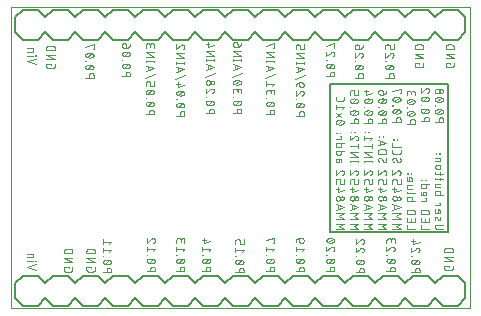
<source format=gbo>
G75*
%MOIN*%
%OFA0B0*%
%FSLAX25Y25*%
%IPPOS*%
%LPD*%
%AMOC8*
5,1,8,0,0,1.08239X$1,22.5*
%
%ADD10C,0.00000*%
%ADD11C,0.00400*%
%ADD12C,0.00787*%
%ADD13C,0.00800*%
D10*
X0060646Y0048835D02*
X0060646Y0149228D01*
X0213402Y0149228D01*
X0213402Y0048835D01*
X0060646Y0048835D01*
D11*
X0065964Y0062654D02*
X0068713Y0061737D01*
X0068713Y0063570D02*
X0065964Y0062654D01*
X0065964Y0064638D02*
X0067797Y0064638D01*
X0068561Y0064714D02*
X0068561Y0064561D01*
X0068713Y0064561D01*
X0068713Y0064714D01*
X0068561Y0064714D01*
X0067797Y0065917D02*
X0067797Y0066680D01*
X0067795Y0066720D01*
X0067790Y0066760D01*
X0067781Y0066799D01*
X0067769Y0066837D01*
X0067754Y0066874D01*
X0067736Y0066909D01*
X0067714Y0066943D01*
X0067690Y0066974D01*
X0067663Y0067004D01*
X0067633Y0067031D01*
X0067602Y0067055D01*
X0067568Y0067077D01*
X0067533Y0067095D01*
X0067496Y0067110D01*
X0067458Y0067122D01*
X0067419Y0067131D01*
X0067379Y0067136D01*
X0067339Y0067138D01*
X0067339Y0067139D02*
X0065964Y0067139D01*
X0065964Y0065917D02*
X0067797Y0065917D01*
X0078169Y0065690D02*
X0080918Y0065690D01*
X0080918Y0067186D02*
X0078169Y0067186D01*
X0078169Y0067950D01*
X0078168Y0067950D02*
X0078170Y0068005D01*
X0078176Y0068059D01*
X0078185Y0068112D01*
X0078199Y0068165D01*
X0078216Y0068217D01*
X0078237Y0068267D01*
X0078261Y0068316D01*
X0078289Y0068363D01*
X0078320Y0068408D01*
X0078355Y0068450D01*
X0078392Y0068490D01*
X0078432Y0068527D01*
X0078474Y0068562D01*
X0078519Y0068593D01*
X0078566Y0068621D01*
X0078615Y0068645D01*
X0078665Y0068666D01*
X0078717Y0068683D01*
X0078770Y0068697D01*
X0078823Y0068706D01*
X0078877Y0068712D01*
X0078932Y0068714D01*
X0078932Y0068713D02*
X0080154Y0068713D01*
X0080154Y0068714D02*
X0080209Y0068712D01*
X0080263Y0068706D01*
X0080316Y0068697D01*
X0080369Y0068683D01*
X0080421Y0068666D01*
X0080471Y0068645D01*
X0080520Y0068621D01*
X0080567Y0068593D01*
X0080612Y0068562D01*
X0080654Y0068527D01*
X0080694Y0068490D01*
X0080731Y0068450D01*
X0080766Y0068408D01*
X0080797Y0068363D01*
X0080825Y0068316D01*
X0080849Y0068267D01*
X0080870Y0068217D01*
X0080887Y0068165D01*
X0080901Y0068112D01*
X0080910Y0068059D01*
X0080916Y0068005D01*
X0080918Y0067950D01*
X0080918Y0067186D01*
X0080918Y0064162D02*
X0078169Y0065690D01*
X0078169Y0064162D02*
X0080918Y0064162D01*
X0080918Y0062666D02*
X0080918Y0061750D01*
X0080916Y0061702D01*
X0080910Y0061654D01*
X0080901Y0061607D01*
X0080888Y0061561D01*
X0080871Y0061516D01*
X0080851Y0061473D01*
X0080828Y0061431D01*
X0080801Y0061391D01*
X0080772Y0061353D01*
X0080739Y0061318D01*
X0080704Y0061285D01*
X0080666Y0061256D01*
X0080626Y0061229D01*
X0080584Y0061206D01*
X0080541Y0061186D01*
X0080496Y0061169D01*
X0080450Y0061156D01*
X0080403Y0061147D01*
X0080355Y0061141D01*
X0080307Y0061139D01*
X0078780Y0061139D01*
X0078732Y0061141D01*
X0078684Y0061147D01*
X0078637Y0061156D01*
X0078591Y0061169D01*
X0078546Y0061186D01*
X0078503Y0061206D01*
X0078461Y0061229D01*
X0078421Y0061256D01*
X0078383Y0061285D01*
X0078348Y0061318D01*
X0078315Y0061353D01*
X0078286Y0061391D01*
X0078259Y0061431D01*
X0078236Y0061473D01*
X0078216Y0061516D01*
X0078199Y0061561D01*
X0078186Y0061607D01*
X0078177Y0061654D01*
X0078171Y0061702D01*
X0078169Y0061750D01*
X0078169Y0062666D01*
X0079696Y0062666D01*
X0079696Y0062208D01*
X0085649Y0062666D02*
X0085649Y0061750D01*
X0085651Y0061702D01*
X0085657Y0061654D01*
X0085666Y0061607D01*
X0085679Y0061561D01*
X0085696Y0061516D01*
X0085716Y0061473D01*
X0085739Y0061431D01*
X0085766Y0061391D01*
X0085795Y0061353D01*
X0085828Y0061318D01*
X0085863Y0061285D01*
X0085901Y0061256D01*
X0085941Y0061229D01*
X0085983Y0061206D01*
X0086026Y0061186D01*
X0086071Y0061169D01*
X0086117Y0061156D01*
X0086164Y0061147D01*
X0086212Y0061141D01*
X0086260Y0061139D01*
X0087787Y0061139D01*
X0087835Y0061141D01*
X0087883Y0061147D01*
X0087930Y0061156D01*
X0087976Y0061169D01*
X0088021Y0061186D01*
X0088064Y0061206D01*
X0088106Y0061229D01*
X0088146Y0061256D01*
X0088184Y0061285D01*
X0088219Y0061318D01*
X0088252Y0061353D01*
X0088281Y0061391D01*
X0088308Y0061431D01*
X0088331Y0061473D01*
X0088351Y0061516D01*
X0088368Y0061561D01*
X0088381Y0061607D01*
X0088390Y0061654D01*
X0088396Y0061702D01*
X0088398Y0061750D01*
X0088398Y0062666D01*
X0087176Y0062666D02*
X0085649Y0062666D01*
X0085649Y0064162D02*
X0088398Y0064162D01*
X0085649Y0065690D01*
X0088398Y0065690D01*
X0088398Y0067186D02*
X0085649Y0067186D01*
X0085649Y0067950D01*
X0085651Y0068005D01*
X0085657Y0068059D01*
X0085666Y0068112D01*
X0085680Y0068165D01*
X0085697Y0068217D01*
X0085718Y0068267D01*
X0085742Y0068316D01*
X0085770Y0068363D01*
X0085801Y0068408D01*
X0085836Y0068450D01*
X0085873Y0068490D01*
X0085913Y0068527D01*
X0085955Y0068562D01*
X0086000Y0068593D01*
X0086047Y0068621D01*
X0086096Y0068645D01*
X0086146Y0068666D01*
X0086198Y0068683D01*
X0086251Y0068697D01*
X0086304Y0068706D01*
X0086358Y0068712D01*
X0086413Y0068714D01*
X0086413Y0068713D02*
X0087635Y0068713D01*
X0087635Y0068714D02*
X0087690Y0068712D01*
X0087744Y0068706D01*
X0087797Y0068697D01*
X0087850Y0068683D01*
X0087902Y0068666D01*
X0087952Y0068645D01*
X0088001Y0068621D01*
X0088048Y0068593D01*
X0088093Y0068562D01*
X0088135Y0068527D01*
X0088175Y0068490D01*
X0088212Y0068450D01*
X0088247Y0068408D01*
X0088278Y0068363D01*
X0088306Y0068316D01*
X0088330Y0068267D01*
X0088351Y0068217D01*
X0088368Y0068165D01*
X0088382Y0068112D01*
X0088391Y0068059D01*
X0088397Y0068005D01*
X0088399Y0067950D01*
X0088398Y0067950D02*
X0088398Y0067186D01*
X0091161Y0067501D02*
X0091161Y0069028D01*
X0091161Y0068265D02*
X0093910Y0068265D01*
X0093299Y0067501D01*
X0092535Y0063532D02*
X0092442Y0063534D01*
X0092348Y0063540D01*
X0092255Y0063549D01*
X0092163Y0063563D01*
X0092071Y0063580D01*
X0091980Y0063601D01*
X0091890Y0063626D01*
X0091801Y0063654D01*
X0091713Y0063686D01*
X0091627Y0063722D01*
X0091542Y0063761D01*
X0091772Y0063685D02*
X0093299Y0064907D01*
X0093528Y0064830D02*
X0093572Y0064813D01*
X0093614Y0064793D01*
X0093654Y0064769D01*
X0093692Y0064742D01*
X0093728Y0064712D01*
X0093761Y0064679D01*
X0093791Y0064643D01*
X0093818Y0064605D01*
X0093842Y0064565D01*
X0093862Y0064523D01*
X0093879Y0064480D01*
X0093893Y0064435D01*
X0093902Y0064389D01*
X0093908Y0064343D01*
X0093910Y0064296D01*
X0093908Y0064249D01*
X0093902Y0064203D01*
X0093893Y0064157D01*
X0093879Y0064112D01*
X0093862Y0064069D01*
X0093842Y0064027D01*
X0093818Y0063987D01*
X0093791Y0063949D01*
X0093761Y0063913D01*
X0093728Y0063880D01*
X0093692Y0063850D01*
X0093654Y0063823D01*
X0093614Y0063799D01*
X0093572Y0063779D01*
X0093528Y0063762D01*
X0092535Y0065060D02*
X0092442Y0065058D01*
X0092348Y0065052D01*
X0092255Y0065043D01*
X0092163Y0065029D01*
X0092071Y0065012D01*
X0091980Y0064991D01*
X0091890Y0064966D01*
X0091801Y0064938D01*
X0091713Y0064906D01*
X0091627Y0064870D01*
X0091542Y0064831D01*
X0091543Y0064830D02*
X0091499Y0064813D01*
X0091457Y0064793D01*
X0091417Y0064769D01*
X0091379Y0064742D01*
X0091343Y0064712D01*
X0091310Y0064679D01*
X0091280Y0064643D01*
X0091253Y0064605D01*
X0091229Y0064565D01*
X0091209Y0064523D01*
X0091192Y0064480D01*
X0091178Y0064435D01*
X0091169Y0064389D01*
X0091163Y0064343D01*
X0091161Y0064296D01*
X0091163Y0064249D01*
X0091169Y0064203D01*
X0091178Y0064157D01*
X0091192Y0064112D01*
X0091209Y0064069D01*
X0091229Y0064027D01*
X0091253Y0063987D01*
X0091280Y0063949D01*
X0091310Y0063913D01*
X0091343Y0063880D01*
X0091379Y0063850D01*
X0091417Y0063823D01*
X0091457Y0063799D01*
X0091499Y0063779D01*
X0091543Y0063762D01*
X0092535Y0065060D02*
X0092628Y0065058D01*
X0092722Y0065052D01*
X0092815Y0065043D01*
X0092907Y0065029D01*
X0092999Y0065012D01*
X0093090Y0064991D01*
X0093180Y0064966D01*
X0093269Y0064938D01*
X0093357Y0064906D01*
X0093443Y0064870D01*
X0093528Y0064831D01*
X0093528Y0063761D02*
X0093443Y0063722D01*
X0093357Y0063686D01*
X0093269Y0063654D01*
X0093180Y0063626D01*
X0093090Y0063601D01*
X0092999Y0063580D01*
X0092907Y0063563D01*
X0092815Y0063549D01*
X0092722Y0063540D01*
X0092628Y0063534D01*
X0092535Y0063532D01*
X0092383Y0061610D02*
X0092383Y0060846D01*
X0092382Y0061610D02*
X0092384Y0061665D01*
X0092390Y0061719D01*
X0092399Y0061772D01*
X0092413Y0061825D01*
X0092430Y0061877D01*
X0092451Y0061927D01*
X0092475Y0061976D01*
X0092503Y0062023D01*
X0092534Y0062068D01*
X0092569Y0062110D01*
X0092606Y0062150D01*
X0092646Y0062187D01*
X0092688Y0062222D01*
X0092733Y0062253D01*
X0092780Y0062281D01*
X0092829Y0062305D01*
X0092879Y0062326D01*
X0092931Y0062343D01*
X0092984Y0062357D01*
X0093037Y0062366D01*
X0093091Y0062372D01*
X0093146Y0062374D01*
X0093201Y0062372D01*
X0093255Y0062366D01*
X0093308Y0062357D01*
X0093361Y0062343D01*
X0093413Y0062326D01*
X0093463Y0062305D01*
X0093512Y0062281D01*
X0093559Y0062253D01*
X0093604Y0062222D01*
X0093646Y0062187D01*
X0093686Y0062150D01*
X0093723Y0062110D01*
X0093758Y0062068D01*
X0093789Y0062023D01*
X0093817Y0061976D01*
X0093841Y0061927D01*
X0093862Y0061877D01*
X0093879Y0061825D01*
X0093893Y0061772D01*
X0093902Y0061719D01*
X0093908Y0061665D01*
X0093910Y0061610D01*
X0093910Y0060846D01*
X0091161Y0060846D01*
X0087176Y0062208D02*
X0087176Y0062666D01*
X0091161Y0066204D02*
X0091161Y0066357D01*
X0091313Y0066357D01*
X0091313Y0066204D01*
X0091161Y0066204D01*
X0091161Y0070335D02*
X0091161Y0071863D01*
X0091161Y0071099D02*
X0093910Y0071099D01*
X0093299Y0070335D01*
X0105728Y0070729D02*
X0105728Y0072257D01*
X0105728Y0070729D02*
X0107255Y0072028D01*
X0108477Y0071569D02*
X0108475Y0071511D01*
X0108469Y0071452D01*
X0108460Y0071395D01*
X0108446Y0071338D01*
X0108429Y0071282D01*
X0108408Y0071227D01*
X0108384Y0071174D01*
X0108356Y0071123D01*
X0108325Y0071074D01*
X0108291Y0071026D01*
X0108253Y0070981D01*
X0108213Y0070939D01*
X0108170Y0070900D01*
X0108124Y0070863D01*
X0108076Y0070829D01*
X0108026Y0070799D01*
X0107975Y0070772D01*
X0107921Y0070749D01*
X0107866Y0070729D01*
X0107256Y0072027D02*
X0107291Y0072062D01*
X0107329Y0072094D01*
X0107369Y0072124D01*
X0107411Y0072151D01*
X0107454Y0072175D01*
X0107499Y0072196D01*
X0107546Y0072214D01*
X0107593Y0072229D01*
X0107642Y0072241D01*
X0107691Y0072249D01*
X0107740Y0072254D01*
X0107790Y0072256D01*
X0107841Y0072254D01*
X0107892Y0072248D01*
X0107943Y0072239D01*
X0107992Y0072225D01*
X0108041Y0072209D01*
X0108088Y0072188D01*
X0108134Y0072164D01*
X0108177Y0072137D01*
X0108218Y0072106D01*
X0108257Y0072073D01*
X0108294Y0072036D01*
X0108327Y0071997D01*
X0108358Y0071956D01*
X0108385Y0071913D01*
X0108409Y0071867D01*
X0108430Y0071820D01*
X0108446Y0071771D01*
X0108460Y0071722D01*
X0108469Y0071671D01*
X0108475Y0071620D01*
X0108477Y0071569D01*
X0108477Y0068658D02*
X0105728Y0068658D01*
X0105728Y0067894D02*
X0105728Y0069422D01*
X0107866Y0067894D02*
X0108477Y0068658D01*
X0107102Y0063926D02*
X0107009Y0063928D01*
X0106915Y0063934D01*
X0106822Y0063943D01*
X0106730Y0063957D01*
X0106638Y0063974D01*
X0106547Y0063995D01*
X0106457Y0064020D01*
X0106368Y0064048D01*
X0106280Y0064080D01*
X0106194Y0064116D01*
X0106109Y0064155D01*
X0106339Y0064079D02*
X0107866Y0065301D01*
X0108095Y0065224D02*
X0108139Y0065207D01*
X0108181Y0065187D01*
X0108221Y0065163D01*
X0108259Y0065136D01*
X0108295Y0065106D01*
X0108328Y0065073D01*
X0108358Y0065037D01*
X0108385Y0064999D01*
X0108409Y0064959D01*
X0108429Y0064917D01*
X0108446Y0064874D01*
X0108460Y0064829D01*
X0108469Y0064783D01*
X0108475Y0064737D01*
X0108477Y0064690D01*
X0108475Y0064643D01*
X0108469Y0064597D01*
X0108460Y0064551D01*
X0108446Y0064506D01*
X0108429Y0064463D01*
X0108409Y0064421D01*
X0108385Y0064381D01*
X0108358Y0064343D01*
X0108328Y0064307D01*
X0108295Y0064274D01*
X0108259Y0064244D01*
X0108221Y0064217D01*
X0108181Y0064193D01*
X0108139Y0064173D01*
X0108095Y0064156D01*
X0107102Y0065454D02*
X0107009Y0065452D01*
X0106915Y0065446D01*
X0106822Y0065437D01*
X0106730Y0065423D01*
X0106638Y0065406D01*
X0106547Y0065385D01*
X0106457Y0065360D01*
X0106368Y0065332D01*
X0106280Y0065300D01*
X0106194Y0065264D01*
X0106109Y0065225D01*
X0106110Y0065224D02*
X0106066Y0065207D01*
X0106024Y0065187D01*
X0105984Y0065163D01*
X0105946Y0065136D01*
X0105910Y0065106D01*
X0105877Y0065073D01*
X0105847Y0065037D01*
X0105820Y0064999D01*
X0105796Y0064959D01*
X0105776Y0064917D01*
X0105759Y0064874D01*
X0105745Y0064829D01*
X0105736Y0064783D01*
X0105730Y0064737D01*
X0105728Y0064690D01*
X0105730Y0064643D01*
X0105736Y0064597D01*
X0105745Y0064551D01*
X0105759Y0064506D01*
X0105776Y0064463D01*
X0105796Y0064421D01*
X0105820Y0064381D01*
X0105847Y0064343D01*
X0105877Y0064307D01*
X0105910Y0064274D01*
X0105946Y0064244D01*
X0105984Y0064217D01*
X0106024Y0064193D01*
X0106066Y0064173D01*
X0106110Y0064156D01*
X0107102Y0065454D02*
X0107195Y0065452D01*
X0107289Y0065446D01*
X0107382Y0065437D01*
X0107474Y0065423D01*
X0107566Y0065406D01*
X0107657Y0065385D01*
X0107747Y0065360D01*
X0107836Y0065332D01*
X0107924Y0065300D01*
X0108010Y0065264D01*
X0108095Y0065225D01*
X0108095Y0064155D02*
X0108010Y0064116D01*
X0107924Y0064080D01*
X0107836Y0064048D01*
X0107747Y0064020D01*
X0107657Y0063995D01*
X0107566Y0063974D01*
X0107474Y0063957D01*
X0107382Y0063943D01*
X0107289Y0063934D01*
X0107195Y0063928D01*
X0107102Y0063926D01*
X0106950Y0062004D02*
X0106950Y0061240D01*
X0106949Y0062004D02*
X0106951Y0062059D01*
X0106957Y0062113D01*
X0106966Y0062166D01*
X0106980Y0062219D01*
X0106997Y0062271D01*
X0107018Y0062321D01*
X0107042Y0062370D01*
X0107070Y0062417D01*
X0107101Y0062462D01*
X0107136Y0062504D01*
X0107173Y0062544D01*
X0107213Y0062581D01*
X0107255Y0062616D01*
X0107300Y0062647D01*
X0107347Y0062675D01*
X0107396Y0062699D01*
X0107446Y0062720D01*
X0107498Y0062737D01*
X0107551Y0062751D01*
X0107604Y0062760D01*
X0107658Y0062766D01*
X0107713Y0062768D01*
X0107768Y0062766D01*
X0107822Y0062760D01*
X0107875Y0062751D01*
X0107928Y0062737D01*
X0107980Y0062720D01*
X0108030Y0062699D01*
X0108079Y0062675D01*
X0108126Y0062647D01*
X0108171Y0062616D01*
X0108213Y0062581D01*
X0108253Y0062544D01*
X0108290Y0062504D01*
X0108325Y0062462D01*
X0108356Y0062417D01*
X0108384Y0062370D01*
X0108408Y0062321D01*
X0108429Y0062271D01*
X0108446Y0062219D01*
X0108460Y0062166D01*
X0108469Y0062113D01*
X0108475Y0062059D01*
X0108477Y0062004D01*
X0108477Y0061240D01*
X0105728Y0061240D01*
X0105728Y0066598D02*
X0105728Y0066750D01*
X0105880Y0066750D01*
X0105880Y0066598D01*
X0105728Y0066598D01*
X0115570Y0066598D02*
X0115570Y0066750D01*
X0115723Y0066750D01*
X0115723Y0066598D01*
X0115570Y0066598D01*
X0115570Y0067894D02*
X0115570Y0069422D01*
X0115570Y0068658D02*
X0118320Y0068658D01*
X0117709Y0067894D01*
X0116945Y0063926D02*
X0116852Y0063928D01*
X0116758Y0063934D01*
X0116665Y0063943D01*
X0116573Y0063957D01*
X0116481Y0063974D01*
X0116390Y0063995D01*
X0116300Y0064020D01*
X0116211Y0064048D01*
X0116123Y0064080D01*
X0116037Y0064116D01*
X0115952Y0064155D01*
X0116181Y0064079D02*
X0117709Y0065301D01*
X0117937Y0065224D02*
X0117981Y0065207D01*
X0118023Y0065187D01*
X0118063Y0065163D01*
X0118101Y0065136D01*
X0118137Y0065106D01*
X0118170Y0065073D01*
X0118200Y0065037D01*
X0118227Y0064999D01*
X0118251Y0064959D01*
X0118271Y0064917D01*
X0118288Y0064874D01*
X0118302Y0064829D01*
X0118311Y0064783D01*
X0118317Y0064737D01*
X0118319Y0064690D01*
X0118317Y0064643D01*
X0118311Y0064597D01*
X0118302Y0064551D01*
X0118288Y0064506D01*
X0118271Y0064463D01*
X0118251Y0064421D01*
X0118227Y0064381D01*
X0118200Y0064343D01*
X0118170Y0064307D01*
X0118137Y0064274D01*
X0118101Y0064244D01*
X0118063Y0064217D01*
X0118023Y0064193D01*
X0117981Y0064173D01*
X0117937Y0064156D01*
X0116945Y0065454D02*
X0116852Y0065452D01*
X0116758Y0065446D01*
X0116665Y0065437D01*
X0116573Y0065423D01*
X0116481Y0065406D01*
X0116390Y0065385D01*
X0116300Y0065360D01*
X0116211Y0065332D01*
X0116123Y0065300D01*
X0116037Y0065264D01*
X0115952Y0065225D01*
X0115952Y0065224D02*
X0115908Y0065207D01*
X0115866Y0065187D01*
X0115826Y0065163D01*
X0115788Y0065136D01*
X0115752Y0065106D01*
X0115719Y0065073D01*
X0115689Y0065037D01*
X0115662Y0064999D01*
X0115638Y0064959D01*
X0115618Y0064917D01*
X0115601Y0064874D01*
X0115587Y0064829D01*
X0115578Y0064783D01*
X0115572Y0064737D01*
X0115570Y0064690D01*
X0115572Y0064643D01*
X0115578Y0064597D01*
X0115587Y0064551D01*
X0115601Y0064506D01*
X0115618Y0064463D01*
X0115638Y0064421D01*
X0115662Y0064381D01*
X0115689Y0064343D01*
X0115719Y0064307D01*
X0115752Y0064274D01*
X0115788Y0064244D01*
X0115826Y0064217D01*
X0115866Y0064193D01*
X0115908Y0064173D01*
X0115952Y0064156D01*
X0116945Y0065454D02*
X0117038Y0065452D01*
X0117132Y0065446D01*
X0117225Y0065437D01*
X0117317Y0065423D01*
X0117409Y0065406D01*
X0117500Y0065385D01*
X0117590Y0065360D01*
X0117679Y0065332D01*
X0117767Y0065300D01*
X0117853Y0065264D01*
X0117938Y0065225D01*
X0117938Y0064155D02*
X0117853Y0064116D01*
X0117767Y0064080D01*
X0117679Y0064048D01*
X0117590Y0064020D01*
X0117500Y0063995D01*
X0117409Y0063974D01*
X0117317Y0063957D01*
X0117225Y0063943D01*
X0117132Y0063934D01*
X0117038Y0063928D01*
X0116945Y0063926D01*
X0116792Y0062004D02*
X0116792Y0061240D01*
X0116792Y0062004D02*
X0116794Y0062059D01*
X0116800Y0062113D01*
X0116809Y0062166D01*
X0116823Y0062219D01*
X0116840Y0062271D01*
X0116861Y0062321D01*
X0116885Y0062370D01*
X0116913Y0062417D01*
X0116944Y0062462D01*
X0116979Y0062504D01*
X0117016Y0062544D01*
X0117056Y0062581D01*
X0117098Y0062616D01*
X0117143Y0062647D01*
X0117190Y0062675D01*
X0117239Y0062699D01*
X0117289Y0062720D01*
X0117341Y0062737D01*
X0117394Y0062751D01*
X0117447Y0062760D01*
X0117501Y0062766D01*
X0117556Y0062768D01*
X0117611Y0062766D01*
X0117665Y0062760D01*
X0117718Y0062751D01*
X0117771Y0062737D01*
X0117823Y0062720D01*
X0117873Y0062699D01*
X0117922Y0062675D01*
X0117969Y0062647D01*
X0118014Y0062616D01*
X0118056Y0062581D01*
X0118096Y0062544D01*
X0118133Y0062504D01*
X0118168Y0062462D01*
X0118199Y0062417D01*
X0118227Y0062370D01*
X0118251Y0062321D01*
X0118272Y0062271D01*
X0118289Y0062219D01*
X0118303Y0062166D01*
X0118312Y0062113D01*
X0118318Y0062059D01*
X0118320Y0062004D01*
X0118320Y0061240D01*
X0115570Y0061240D01*
X0124231Y0061240D02*
X0126981Y0061240D01*
X0126981Y0062004D01*
X0126979Y0062059D01*
X0126973Y0062113D01*
X0126964Y0062166D01*
X0126950Y0062219D01*
X0126933Y0062271D01*
X0126912Y0062321D01*
X0126888Y0062370D01*
X0126860Y0062417D01*
X0126829Y0062462D01*
X0126794Y0062504D01*
X0126757Y0062544D01*
X0126717Y0062581D01*
X0126675Y0062616D01*
X0126630Y0062647D01*
X0126583Y0062675D01*
X0126534Y0062699D01*
X0126484Y0062720D01*
X0126432Y0062737D01*
X0126379Y0062751D01*
X0126326Y0062760D01*
X0126272Y0062766D01*
X0126217Y0062768D01*
X0126162Y0062766D01*
X0126108Y0062760D01*
X0126055Y0062751D01*
X0126002Y0062737D01*
X0125950Y0062720D01*
X0125900Y0062699D01*
X0125851Y0062675D01*
X0125804Y0062647D01*
X0125759Y0062616D01*
X0125717Y0062581D01*
X0125677Y0062544D01*
X0125640Y0062504D01*
X0125605Y0062462D01*
X0125574Y0062417D01*
X0125546Y0062370D01*
X0125522Y0062321D01*
X0125501Y0062271D01*
X0125484Y0062219D01*
X0125470Y0062166D01*
X0125461Y0062113D01*
X0125455Y0062059D01*
X0125453Y0062004D01*
X0125454Y0062004D02*
X0125454Y0061240D01*
X0124613Y0065225D02*
X0124698Y0065264D01*
X0124784Y0065300D01*
X0124872Y0065332D01*
X0124961Y0065360D01*
X0125051Y0065385D01*
X0125142Y0065406D01*
X0125234Y0065423D01*
X0125326Y0065437D01*
X0125419Y0065446D01*
X0125513Y0065452D01*
X0125606Y0065454D01*
X0125606Y0063926D02*
X0125513Y0063928D01*
X0125419Y0063934D01*
X0125326Y0063943D01*
X0125234Y0063957D01*
X0125142Y0063974D01*
X0125051Y0063995D01*
X0124961Y0064020D01*
X0124872Y0064048D01*
X0124784Y0064080D01*
X0124698Y0064116D01*
X0124613Y0064155D01*
X0124843Y0064079D02*
X0126370Y0065301D01*
X0126599Y0065224D02*
X0126643Y0065207D01*
X0126685Y0065187D01*
X0126725Y0065163D01*
X0126763Y0065136D01*
X0126799Y0065106D01*
X0126832Y0065073D01*
X0126862Y0065037D01*
X0126889Y0064999D01*
X0126913Y0064959D01*
X0126933Y0064917D01*
X0126950Y0064874D01*
X0126964Y0064829D01*
X0126973Y0064783D01*
X0126979Y0064737D01*
X0126981Y0064690D01*
X0126979Y0064643D01*
X0126973Y0064597D01*
X0126964Y0064551D01*
X0126950Y0064506D01*
X0126933Y0064463D01*
X0126913Y0064421D01*
X0126889Y0064381D01*
X0126862Y0064343D01*
X0126832Y0064307D01*
X0126799Y0064274D01*
X0126763Y0064244D01*
X0126725Y0064217D01*
X0126685Y0064193D01*
X0126643Y0064173D01*
X0126599Y0064156D01*
X0126599Y0065225D02*
X0126514Y0065264D01*
X0126428Y0065300D01*
X0126340Y0065332D01*
X0126251Y0065360D01*
X0126161Y0065385D01*
X0126070Y0065406D01*
X0125978Y0065423D01*
X0125886Y0065437D01*
X0125793Y0065446D01*
X0125699Y0065452D01*
X0125606Y0065454D01*
X0125606Y0063926D02*
X0125699Y0063928D01*
X0125793Y0063934D01*
X0125886Y0063943D01*
X0125978Y0063957D01*
X0126070Y0063974D01*
X0126161Y0063995D01*
X0126251Y0064020D01*
X0126340Y0064048D01*
X0126428Y0064080D01*
X0126514Y0064116D01*
X0126599Y0064155D01*
X0124614Y0065224D02*
X0124570Y0065207D01*
X0124528Y0065187D01*
X0124488Y0065163D01*
X0124450Y0065136D01*
X0124414Y0065106D01*
X0124381Y0065073D01*
X0124351Y0065037D01*
X0124324Y0064999D01*
X0124300Y0064959D01*
X0124280Y0064917D01*
X0124263Y0064874D01*
X0124249Y0064829D01*
X0124240Y0064783D01*
X0124234Y0064737D01*
X0124232Y0064690D01*
X0124234Y0064643D01*
X0124240Y0064597D01*
X0124249Y0064551D01*
X0124263Y0064506D01*
X0124280Y0064463D01*
X0124300Y0064421D01*
X0124324Y0064381D01*
X0124351Y0064343D01*
X0124381Y0064307D01*
X0124414Y0064274D01*
X0124450Y0064244D01*
X0124488Y0064217D01*
X0124528Y0064193D01*
X0124570Y0064173D01*
X0124614Y0064156D01*
X0124384Y0066598D02*
X0124384Y0066750D01*
X0124231Y0066750D01*
X0124231Y0066598D01*
X0124384Y0066598D01*
X0124231Y0067894D02*
X0124231Y0069422D01*
X0124231Y0068658D02*
X0126981Y0068658D01*
X0126370Y0067894D01*
X0124843Y0070729D02*
X0124843Y0072257D01*
X0125454Y0071798D02*
X0124231Y0071798D01*
X0124843Y0070729D02*
X0126981Y0071340D01*
X0135255Y0071252D02*
X0135255Y0070335D01*
X0135255Y0071252D02*
X0135257Y0071300D01*
X0135263Y0071348D01*
X0135272Y0071395D01*
X0135285Y0071441D01*
X0135302Y0071486D01*
X0135322Y0071529D01*
X0135345Y0071571D01*
X0135372Y0071611D01*
X0135401Y0071649D01*
X0135434Y0071684D01*
X0135469Y0071717D01*
X0135507Y0071746D01*
X0135547Y0071773D01*
X0135589Y0071796D01*
X0135632Y0071816D01*
X0135677Y0071833D01*
X0135723Y0071846D01*
X0135770Y0071855D01*
X0135818Y0071861D01*
X0135866Y0071863D01*
X0136172Y0071863D01*
X0136220Y0071861D01*
X0136268Y0071855D01*
X0136315Y0071846D01*
X0136361Y0071833D01*
X0136406Y0071816D01*
X0136449Y0071796D01*
X0136491Y0071773D01*
X0136531Y0071746D01*
X0136569Y0071717D01*
X0136604Y0071684D01*
X0136637Y0071649D01*
X0136666Y0071611D01*
X0136693Y0071571D01*
X0136716Y0071529D01*
X0136736Y0071486D01*
X0136753Y0071441D01*
X0136766Y0071395D01*
X0136775Y0071348D01*
X0136781Y0071300D01*
X0136783Y0071252D01*
X0136783Y0070335D01*
X0138005Y0070335D01*
X0138005Y0071863D01*
X0138005Y0068265D02*
X0135255Y0068265D01*
X0135255Y0069028D02*
X0135255Y0067501D01*
X0135255Y0066357D02*
X0135255Y0066204D01*
X0135408Y0066204D01*
X0135408Y0066357D01*
X0135255Y0066357D01*
X0135637Y0063761D02*
X0135722Y0063722D01*
X0135808Y0063686D01*
X0135896Y0063654D01*
X0135985Y0063626D01*
X0136075Y0063601D01*
X0136166Y0063580D01*
X0136258Y0063563D01*
X0136350Y0063549D01*
X0136443Y0063540D01*
X0136537Y0063534D01*
X0136630Y0063532D01*
X0136630Y0065060D02*
X0136537Y0065058D01*
X0136443Y0065052D01*
X0136350Y0065043D01*
X0136258Y0065029D01*
X0136166Y0065012D01*
X0136075Y0064991D01*
X0135985Y0064966D01*
X0135896Y0064938D01*
X0135808Y0064906D01*
X0135722Y0064870D01*
X0135637Y0064831D01*
X0135637Y0064830D02*
X0135593Y0064813D01*
X0135551Y0064793D01*
X0135511Y0064769D01*
X0135473Y0064742D01*
X0135437Y0064712D01*
X0135404Y0064679D01*
X0135374Y0064643D01*
X0135347Y0064605D01*
X0135323Y0064565D01*
X0135303Y0064523D01*
X0135286Y0064480D01*
X0135272Y0064435D01*
X0135263Y0064389D01*
X0135257Y0064343D01*
X0135255Y0064296D01*
X0135257Y0064249D01*
X0135263Y0064203D01*
X0135272Y0064157D01*
X0135286Y0064112D01*
X0135303Y0064069D01*
X0135323Y0064027D01*
X0135347Y0063987D01*
X0135374Y0063949D01*
X0135404Y0063913D01*
X0135437Y0063880D01*
X0135473Y0063850D01*
X0135511Y0063823D01*
X0135551Y0063799D01*
X0135593Y0063779D01*
X0135637Y0063762D01*
X0135866Y0063685D02*
X0137394Y0064907D01*
X0137623Y0064830D02*
X0137667Y0064813D01*
X0137709Y0064793D01*
X0137749Y0064769D01*
X0137787Y0064742D01*
X0137823Y0064712D01*
X0137856Y0064679D01*
X0137886Y0064643D01*
X0137913Y0064605D01*
X0137937Y0064565D01*
X0137957Y0064523D01*
X0137974Y0064480D01*
X0137988Y0064435D01*
X0137997Y0064389D01*
X0138003Y0064343D01*
X0138005Y0064296D01*
X0138003Y0064249D01*
X0137997Y0064203D01*
X0137988Y0064157D01*
X0137974Y0064112D01*
X0137957Y0064069D01*
X0137937Y0064027D01*
X0137913Y0063987D01*
X0137886Y0063949D01*
X0137856Y0063913D01*
X0137823Y0063880D01*
X0137787Y0063850D01*
X0137749Y0063823D01*
X0137709Y0063799D01*
X0137667Y0063779D01*
X0137623Y0063762D01*
X0137623Y0064831D02*
X0137538Y0064870D01*
X0137452Y0064906D01*
X0137364Y0064938D01*
X0137275Y0064966D01*
X0137185Y0064991D01*
X0137094Y0065012D01*
X0137002Y0065029D01*
X0136910Y0065043D01*
X0136817Y0065052D01*
X0136723Y0065058D01*
X0136630Y0065060D01*
X0136630Y0063532D02*
X0136723Y0063534D01*
X0136817Y0063540D01*
X0136910Y0063549D01*
X0137002Y0063563D01*
X0137094Y0063580D01*
X0137185Y0063601D01*
X0137275Y0063626D01*
X0137364Y0063654D01*
X0137452Y0063686D01*
X0137538Y0063722D01*
X0137623Y0063761D01*
X0138005Y0061610D02*
X0138005Y0060846D01*
X0135255Y0060846D01*
X0136477Y0060846D02*
X0136477Y0061610D01*
X0136479Y0061665D01*
X0136485Y0061719D01*
X0136494Y0061772D01*
X0136508Y0061825D01*
X0136525Y0061877D01*
X0136546Y0061927D01*
X0136570Y0061976D01*
X0136598Y0062023D01*
X0136629Y0062068D01*
X0136664Y0062110D01*
X0136701Y0062150D01*
X0136741Y0062187D01*
X0136783Y0062222D01*
X0136828Y0062253D01*
X0136875Y0062281D01*
X0136924Y0062305D01*
X0136974Y0062326D01*
X0137026Y0062343D01*
X0137079Y0062357D01*
X0137132Y0062366D01*
X0137186Y0062372D01*
X0137241Y0062374D01*
X0137296Y0062372D01*
X0137350Y0062366D01*
X0137403Y0062357D01*
X0137456Y0062343D01*
X0137508Y0062326D01*
X0137558Y0062305D01*
X0137607Y0062281D01*
X0137654Y0062253D01*
X0137699Y0062222D01*
X0137741Y0062187D01*
X0137781Y0062150D01*
X0137818Y0062110D01*
X0137853Y0062068D01*
X0137884Y0062023D01*
X0137912Y0061976D01*
X0137936Y0061927D01*
X0137957Y0061877D01*
X0137974Y0061825D01*
X0137988Y0061772D01*
X0137997Y0061719D01*
X0138003Y0061665D01*
X0138005Y0061610D01*
X0145491Y0061240D02*
X0148241Y0061240D01*
X0148241Y0062004D01*
X0148239Y0062059D01*
X0148233Y0062113D01*
X0148224Y0062166D01*
X0148210Y0062219D01*
X0148193Y0062271D01*
X0148172Y0062321D01*
X0148148Y0062370D01*
X0148120Y0062417D01*
X0148089Y0062462D01*
X0148054Y0062504D01*
X0148017Y0062544D01*
X0147977Y0062581D01*
X0147935Y0062616D01*
X0147890Y0062647D01*
X0147843Y0062675D01*
X0147794Y0062699D01*
X0147744Y0062720D01*
X0147692Y0062737D01*
X0147639Y0062751D01*
X0147586Y0062760D01*
X0147532Y0062766D01*
X0147477Y0062768D01*
X0147422Y0062766D01*
X0147368Y0062760D01*
X0147315Y0062751D01*
X0147262Y0062737D01*
X0147210Y0062720D01*
X0147160Y0062699D01*
X0147111Y0062675D01*
X0147064Y0062647D01*
X0147019Y0062616D01*
X0146977Y0062581D01*
X0146937Y0062544D01*
X0146900Y0062504D01*
X0146865Y0062462D01*
X0146834Y0062417D01*
X0146806Y0062370D01*
X0146782Y0062321D01*
X0146761Y0062271D01*
X0146744Y0062219D01*
X0146730Y0062166D01*
X0146721Y0062113D01*
X0146715Y0062059D01*
X0146713Y0062004D01*
X0146713Y0061240D01*
X0145873Y0065225D02*
X0145958Y0065264D01*
X0146044Y0065300D01*
X0146132Y0065332D01*
X0146221Y0065360D01*
X0146311Y0065385D01*
X0146402Y0065406D01*
X0146494Y0065423D01*
X0146586Y0065437D01*
X0146679Y0065446D01*
X0146773Y0065452D01*
X0146866Y0065454D01*
X0146866Y0063926D02*
X0146773Y0063928D01*
X0146679Y0063934D01*
X0146586Y0063943D01*
X0146494Y0063957D01*
X0146402Y0063974D01*
X0146311Y0063995D01*
X0146221Y0064020D01*
X0146132Y0064048D01*
X0146044Y0064080D01*
X0145958Y0064116D01*
X0145873Y0064155D01*
X0146102Y0064079D02*
X0147630Y0065301D01*
X0147859Y0065224D02*
X0147903Y0065207D01*
X0147945Y0065187D01*
X0147985Y0065163D01*
X0148023Y0065136D01*
X0148059Y0065106D01*
X0148092Y0065073D01*
X0148122Y0065037D01*
X0148149Y0064999D01*
X0148173Y0064959D01*
X0148193Y0064917D01*
X0148210Y0064874D01*
X0148224Y0064829D01*
X0148233Y0064783D01*
X0148239Y0064737D01*
X0148241Y0064690D01*
X0148239Y0064643D01*
X0148233Y0064597D01*
X0148224Y0064551D01*
X0148210Y0064506D01*
X0148193Y0064463D01*
X0148173Y0064421D01*
X0148149Y0064381D01*
X0148122Y0064343D01*
X0148092Y0064307D01*
X0148059Y0064274D01*
X0148023Y0064244D01*
X0147985Y0064217D01*
X0147945Y0064193D01*
X0147903Y0064173D01*
X0147859Y0064156D01*
X0147859Y0065225D02*
X0147774Y0065264D01*
X0147688Y0065300D01*
X0147600Y0065332D01*
X0147511Y0065360D01*
X0147421Y0065385D01*
X0147330Y0065406D01*
X0147238Y0065423D01*
X0147146Y0065437D01*
X0147053Y0065446D01*
X0146959Y0065452D01*
X0146866Y0065454D01*
X0146866Y0063926D02*
X0146959Y0063928D01*
X0147053Y0063934D01*
X0147146Y0063943D01*
X0147238Y0063957D01*
X0147330Y0063974D01*
X0147421Y0063995D01*
X0147511Y0064020D01*
X0147600Y0064048D01*
X0147688Y0064080D01*
X0147774Y0064116D01*
X0147859Y0064155D01*
X0145874Y0065224D02*
X0145830Y0065207D01*
X0145788Y0065187D01*
X0145748Y0065163D01*
X0145710Y0065136D01*
X0145674Y0065106D01*
X0145641Y0065073D01*
X0145611Y0065037D01*
X0145584Y0064999D01*
X0145560Y0064959D01*
X0145540Y0064917D01*
X0145523Y0064874D01*
X0145509Y0064829D01*
X0145500Y0064783D01*
X0145494Y0064737D01*
X0145492Y0064690D01*
X0145494Y0064643D01*
X0145500Y0064597D01*
X0145509Y0064551D01*
X0145523Y0064506D01*
X0145540Y0064463D01*
X0145560Y0064421D01*
X0145584Y0064381D01*
X0145611Y0064343D01*
X0145641Y0064307D01*
X0145674Y0064274D01*
X0145710Y0064244D01*
X0145748Y0064217D01*
X0145788Y0064193D01*
X0145830Y0064173D01*
X0145874Y0064156D01*
X0145644Y0066598D02*
X0145644Y0066750D01*
X0145491Y0066750D01*
X0145491Y0066598D01*
X0145644Y0066598D01*
X0145491Y0067894D02*
X0145491Y0069422D01*
X0145491Y0068658D02*
X0148241Y0068658D01*
X0147630Y0067894D01*
X0147935Y0070729D02*
X0148241Y0070729D01*
X0148241Y0072257D01*
X0145491Y0071493D01*
X0138005Y0068265D02*
X0137394Y0067501D01*
X0118320Y0070729D02*
X0118320Y0071646D01*
X0118318Y0071694D01*
X0118312Y0071742D01*
X0118303Y0071789D01*
X0118290Y0071835D01*
X0118273Y0071880D01*
X0118253Y0071923D01*
X0118230Y0071965D01*
X0118203Y0072005D01*
X0118174Y0072043D01*
X0118141Y0072078D01*
X0118106Y0072111D01*
X0118068Y0072140D01*
X0118028Y0072167D01*
X0117986Y0072190D01*
X0117943Y0072210D01*
X0117898Y0072227D01*
X0117852Y0072240D01*
X0117805Y0072249D01*
X0117757Y0072255D01*
X0117709Y0072257D01*
X0117661Y0072255D01*
X0117613Y0072249D01*
X0117566Y0072240D01*
X0117520Y0072227D01*
X0117475Y0072210D01*
X0117432Y0072190D01*
X0117390Y0072167D01*
X0117350Y0072140D01*
X0117312Y0072111D01*
X0117277Y0072078D01*
X0117244Y0072043D01*
X0117215Y0072005D01*
X0117188Y0071965D01*
X0117165Y0071923D01*
X0117145Y0071880D01*
X0117128Y0071835D01*
X0117115Y0071789D01*
X0117106Y0071742D01*
X0117100Y0071694D01*
X0117098Y0071646D01*
X0117098Y0071035D01*
X0117098Y0071493D02*
X0117096Y0071548D01*
X0117090Y0071602D01*
X0117081Y0071655D01*
X0117067Y0071708D01*
X0117050Y0071760D01*
X0117029Y0071810D01*
X0117005Y0071859D01*
X0116977Y0071906D01*
X0116946Y0071951D01*
X0116911Y0071993D01*
X0116874Y0072033D01*
X0116834Y0072070D01*
X0116792Y0072105D01*
X0116747Y0072136D01*
X0116700Y0072164D01*
X0116651Y0072188D01*
X0116601Y0072209D01*
X0116549Y0072226D01*
X0116496Y0072240D01*
X0116443Y0072249D01*
X0116389Y0072255D01*
X0116334Y0072257D01*
X0116279Y0072255D01*
X0116225Y0072249D01*
X0116172Y0072240D01*
X0116119Y0072226D01*
X0116067Y0072209D01*
X0116017Y0072188D01*
X0115968Y0072164D01*
X0115921Y0072136D01*
X0115876Y0072105D01*
X0115834Y0072070D01*
X0115794Y0072033D01*
X0115757Y0071993D01*
X0115722Y0071951D01*
X0115691Y0071906D01*
X0115663Y0071859D01*
X0115639Y0071810D01*
X0115618Y0071760D01*
X0115601Y0071708D01*
X0115587Y0071655D01*
X0115578Y0071602D01*
X0115572Y0071548D01*
X0115570Y0071493D01*
X0115570Y0070729D01*
X0155334Y0069422D02*
X0155334Y0067894D01*
X0155334Y0068658D02*
X0158083Y0068658D01*
X0157472Y0067894D01*
X0156709Y0063926D02*
X0156616Y0063928D01*
X0156522Y0063934D01*
X0156429Y0063943D01*
X0156337Y0063957D01*
X0156245Y0063974D01*
X0156154Y0063995D01*
X0156064Y0064020D01*
X0155975Y0064048D01*
X0155887Y0064080D01*
X0155801Y0064116D01*
X0155716Y0064155D01*
X0155945Y0064079D02*
X0157472Y0065301D01*
X0157701Y0065224D02*
X0157745Y0065207D01*
X0157787Y0065187D01*
X0157827Y0065163D01*
X0157865Y0065136D01*
X0157901Y0065106D01*
X0157934Y0065073D01*
X0157964Y0065037D01*
X0157991Y0064999D01*
X0158015Y0064959D01*
X0158035Y0064917D01*
X0158052Y0064874D01*
X0158066Y0064829D01*
X0158075Y0064783D01*
X0158081Y0064737D01*
X0158083Y0064690D01*
X0158081Y0064643D01*
X0158075Y0064597D01*
X0158066Y0064551D01*
X0158052Y0064506D01*
X0158035Y0064463D01*
X0158015Y0064421D01*
X0157991Y0064381D01*
X0157964Y0064343D01*
X0157934Y0064307D01*
X0157901Y0064274D01*
X0157865Y0064244D01*
X0157827Y0064217D01*
X0157787Y0064193D01*
X0157745Y0064173D01*
X0157701Y0064156D01*
X0156709Y0065454D02*
X0156616Y0065452D01*
X0156522Y0065446D01*
X0156429Y0065437D01*
X0156337Y0065423D01*
X0156245Y0065406D01*
X0156154Y0065385D01*
X0156064Y0065360D01*
X0155975Y0065332D01*
X0155887Y0065300D01*
X0155801Y0065264D01*
X0155716Y0065225D01*
X0155716Y0065224D02*
X0155672Y0065207D01*
X0155630Y0065187D01*
X0155590Y0065163D01*
X0155552Y0065136D01*
X0155516Y0065106D01*
X0155483Y0065073D01*
X0155453Y0065037D01*
X0155426Y0064999D01*
X0155402Y0064959D01*
X0155382Y0064917D01*
X0155365Y0064874D01*
X0155351Y0064829D01*
X0155342Y0064783D01*
X0155336Y0064737D01*
X0155334Y0064690D01*
X0155336Y0064643D01*
X0155342Y0064597D01*
X0155351Y0064551D01*
X0155365Y0064506D01*
X0155382Y0064463D01*
X0155402Y0064421D01*
X0155426Y0064381D01*
X0155453Y0064343D01*
X0155483Y0064307D01*
X0155516Y0064274D01*
X0155552Y0064244D01*
X0155590Y0064217D01*
X0155630Y0064193D01*
X0155672Y0064173D01*
X0155716Y0064156D01*
X0156709Y0065454D02*
X0156802Y0065452D01*
X0156896Y0065446D01*
X0156989Y0065437D01*
X0157081Y0065423D01*
X0157173Y0065406D01*
X0157264Y0065385D01*
X0157354Y0065360D01*
X0157443Y0065332D01*
X0157531Y0065300D01*
X0157617Y0065264D01*
X0157702Y0065225D01*
X0157702Y0064155D02*
X0157617Y0064116D01*
X0157531Y0064080D01*
X0157443Y0064048D01*
X0157354Y0064020D01*
X0157264Y0063995D01*
X0157173Y0063974D01*
X0157081Y0063957D01*
X0156989Y0063943D01*
X0156896Y0063934D01*
X0156802Y0063928D01*
X0156709Y0063926D01*
X0156556Y0062004D02*
X0156556Y0061240D01*
X0156556Y0062004D02*
X0156558Y0062059D01*
X0156564Y0062113D01*
X0156573Y0062166D01*
X0156587Y0062219D01*
X0156604Y0062271D01*
X0156625Y0062321D01*
X0156649Y0062370D01*
X0156677Y0062417D01*
X0156708Y0062462D01*
X0156743Y0062504D01*
X0156780Y0062544D01*
X0156820Y0062581D01*
X0156862Y0062616D01*
X0156907Y0062647D01*
X0156954Y0062675D01*
X0157003Y0062699D01*
X0157053Y0062720D01*
X0157105Y0062737D01*
X0157158Y0062751D01*
X0157211Y0062760D01*
X0157265Y0062766D01*
X0157320Y0062768D01*
X0157375Y0062766D01*
X0157429Y0062760D01*
X0157482Y0062751D01*
X0157535Y0062737D01*
X0157587Y0062720D01*
X0157637Y0062699D01*
X0157686Y0062675D01*
X0157733Y0062647D01*
X0157778Y0062616D01*
X0157820Y0062581D01*
X0157860Y0062544D01*
X0157897Y0062504D01*
X0157932Y0062462D01*
X0157963Y0062417D01*
X0157991Y0062370D01*
X0158015Y0062321D01*
X0158036Y0062271D01*
X0158053Y0062219D01*
X0158067Y0062166D01*
X0158076Y0062113D01*
X0158082Y0062059D01*
X0158084Y0062004D01*
X0158083Y0062004D02*
X0158083Y0061240D01*
X0155334Y0061240D01*
X0155334Y0066598D02*
X0155334Y0066750D01*
X0155487Y0066750D01*
X0155487Y0066598D01*
X0155334Y0066598D01*
X0157167Y0070729D02*
X0157320Y0070729D01*
X0157167Y0070729D02*
X0157119Y0070731D01*
X0157071Y0070737D01*
X0157024Y0070746D01*
X0156978Y0070759D01*
X0156933Y0070776D01*
X0156890Y0070796D01*
X0156848Y0070819D01*
X0156808Y0070846D01*
X0156770Y0070875D01*
X0156735Y0070908D01*
X0156702Y0070943D01*
X0156673Y0070981D01*
X0156646Y0071021D01*
X0156623Y0071063D01*
X0156603Y0071106D01*
X0156586Y0071151D01*
X0156573Y0071197D01*
X0156564Y0071244D01*
X0156558Y0071292D01*
X0156556Y0071340D01*
X0156556Y0072257D01*
X0157320Y0072257D01*
X0157375Y0072255D01*
X0157429Y0072249D01*
X0157482Y0072240D01*
X0157535Y0072226D01*
X0157587Y0072209D01*
X0157637Y0072188D01*
X0157686Y0072164D01*
X0157733Y0072136D01*
X0157778Y0072105D01*
X0157820Y0072070D01*
X0157860Y0072033D01*
X0157897Y0071993D01*
X0157932Y0071951D01*
X0157963Y0071906D01*
X0157991Y0071859D01*
X0158015Y0071810D01*
X0158036Y0071760D01*
X0158053Y0071708D01*
X0158067Y0071655D01*
X0158076Y0071602D01*
X0158082Y0071548D01*
X0158084Y0071493D01*
X0158082Y0071438D01*
X0158076Y0071384D01*
X0158067Y0071331D01*
X0158053Y0071278D01*
X0158036Y0071226D01*
X0158015Y0071176D01*
X0157991Y0071127D01*
X0157963Y0071080D01*
X0157932Y0071035D01*
X0157897Y0070993D01*
X0157860Y0070953D01*
X0157820Y0070916D01*
X0157778Y0070881D01*
X0157733Y0070850D01*
X0157686Y0070822D01*
X0157637Y0070798D01*
X0157587Y0070777D01*
X0157535Y0070760D01*
X0157482Y0070746D01*
X0157429Y0070737D01*
X0157375Y0070731D01*
X0157320Y0070729D01*
X0156556Y0072257D02*
X0156487Y0072255D01*
X0156419Y0072249D01*
X0156351Y0072240D01*
X0156284Y0072226D01*
X0156218Y0072209D01*
X0156152Y0072188D01*
X0156088Y0072164D01*
X0156026Y0072136D01*
X0155965Y0072105D01*
X0155906Y0072070D01*
X0155849Y0072032D01*
X0155794Y0071990D01*
X0155742Y0071946D01*
X0155692Y0071899D01*
X0155645Y0071849D01*
X0155601Y0071797D01*
X0155559Y0071742D01*
X0155521Y0071685D01*
X0155486Y0071626D01*
X0155455Y0071565D01*
X0155427Y0071503D01*
X0155403Y0071439D01*
X0155382Y0071373D01*
X0155365Y0071307D01*
X0155351Y0071240D01*
X0155342Y0071172D01*
X0155336Y0071104D01*
X0155334Y0071035D01*
X0165570Y0069422D02*
X0165570Y0067894D01*
X0167098Y0069193D01*
X0168320Y0068735D02*
X0168318Y0068677D01*
X0168312Y0068618D01*
X0168303Y0068561D01*
X0168289Y0068504D01*
X0168272Y0068448D01*
X0168251Y0068393D01*
X0168227Y0068340D01*
X0168199Y0068289D01*
X0168168Y0068240D01*
X0168134Y0068192D01*
X0168096Y0068147D01*
X0168056Y0068105D01*
X0168013Y0068066D01*
X0167967Y0068029D01*
X0167919Y0067995D01*
X0167869Y0067965D01*
X0167818Y0067938D01*
X0167764Y0067915D01*
X0167709Y0067895D01*
X0167098Y0069193D02*
X0167133Y0069228D01*
X0167171Y0069260D01*
X0167211Y0069290D01*
X0167253Y0069317D01*
X0167296Y0069341D01*
X0167341Y0069362D01*
X0167388Y0069380D01*
X0167435Y0069395D01*
X0167484Y0069407D01*
X0167533Y0069415D01*
X0167582Y0069420D01*
X0167632Y0069422D01*
X0167683Y0069420D01*
X0167734Y0069414D01*
X0167785Y0069405D01*
X0167834Y0069391D01*
X0167883Y0069375D01*
X0167930Y0069354D01*
X0167976Y0069330D01*
X0168019Y0069303D01*
X0168060Y0069272D01*
X0168099Y0069239D01*
X0168136Y0069202D01*
X0168169Y0069163D01*
X0168200Y0069122D01*
X0168227Y0069079D01*
X0168251Y0069033D01*
X0168272Y0068986D01*
X0168288Y0068937D01*
X0168302Y0068888D01*
X0168311Y0068837D01*
X0168317Y0068786D01*
X0168319Y0068735D01*
X0166945Y0072257D02*
X0166852Y0072255D01*
X0166758Y0072249D01*
X0166665Y0072240D01*
X0166573Y0072226D01*
X0166481Y0072209D01*
X0166390Y0072188D01*
X0166300Y0072163D01*
X0166211Y0072135D01*
X0166123Y0072103D01*
X0166037Y0072067D01*
X0165952Y0072028D01*
X0165952Y0072027D02*
X0165908Y0072010D01*
X0165866Y0071990D01*
X0165826Y0071966D01*
X0165788Y0071939D01*
X0165752Y0071909D01*
X0165719Y0071876D01*
X0165689Y0071840D01*
X0165662Y0071802D01*
X0165638Y0071762D01*
X0165618Y0071720D01*
X0165601Y0071677D01*
X0165587Y0071632D01*
X0165578Y0071586D01*
X0165572Y0071540D01*
X0165570Y0071493D01*
X0165572Y0071446D01*
X0165578Y0071400D01*
X0165587Y0071354D01*
X0165601Y0071309D01*
X0165618Y0071266D01*
X0165638Y0071224D01*
X0165662Y0071184D01*
X0165689Y0071146D01*
X0165719Y0071110D01*
X0165752Y0071077D01*
X0165788Y0071047D01*
X0165826Y0071020D01*
X0165866Y0070996D01*
X0165908Y0070976D01*
X0165952Y0070959D01*
X0166181Y0070882D02*
X0167709Y0072104D01*
X0167937Y0072027D02*
X0167981Y0072010D01*
X0168023Y0071990D01*
X0168063Y0071966D01*
X0168101Y0071939D01*
X0168137Y0071909D01*
X0168170Y0071876D01*
X0168200Y0071840D01*
X0168227Y0071802D01*
X0168251Y0071762D01*
X0168271Y0071720D01*
X0168288Y0071677D01*
X0168302Y0071632D01*
X0168311Y0071586D01*
X0168317Y0071540D01*
X0168319Y0071493D01*
X0168317Y0071446D01*
X0168311Y0071400D01*
X0168302Y0071354D01*
X0168288Y0071309D01*
X0168271Y0071266D01*
X0168251Y0071224D01*
X0168227Y0071184D01*
X0168200Y0071146D01*
X0168170Y0071110D01*
X0168137Y0071077D01*
X0168101Y0071047D01*
X0168063Y0071020D01*
X0168023Y0070996D01*
X0167981Y0070976D01*
X0167937Y0070959D01*
X0167938Y0072028D02*
X0167853Y0072067D01*
X0167767Y0072103D01*
X0167679Y0072135D01*
X0167590Y0072163D01*
X0167500Y0072188D01*
X0167409Y0072209D01*
X0167317Y0072226D01*
X0167225Y0072240D01*
X0167132Y0072249D01*
X0167038Y0072255D01*
X0166945Y0072257D01*
X0166945Y0070729D02*
X0166852Y0070731D01*
X0166758Y0070737D01*
X0166665Y0070746D01*
X0166573Y0070760D01*
X0166481Y0070777D01*
X0166390Y0070798D01*
X0166300Y0070823D01*
X0166211Y0070851D01*
X0166123Y0070883D01*
X0166037Y0070919D01*
X0165952Y0070958D01*
X0166945Y0070729D02*
X0167038Y0070731D01*
X0167132Y0070737D01*
X0167225Y0070746D01*
X0167317Y0070760D01*
X0167409Y0070777D01*
X0167500Y0070798D01*
X0167590Y0070823D01*
X0167679Y0070851D01*
X0167767Y0070883D01*
X0167853Y0070919D01*
X0167938Y0070958D01*
X0168720Y0075288D02*
X0171469Y0075288D01*
X0169942Y0076204D01*
X0171469Y0077121D01*
X0168720Y0077121D01*
X0168720Y0078689D02*
X0171469Y0078689D01*
X0169942Y0079606D01*
X0171469Y0080522D01*
X0168720Y0080522D01*
X0168720Y0081807D02*
X0171469Y0082724D01*
X0168720Y0083640D01*
X0169407Y0083411D02*
X0169407Y0082036D01*
X0169483Y0084794D02*
X0169428Y0084796D01*
X0169374Y0084802D01*
X0169321Y0084811D01*
X0169268Y0084825D01*
X0169216Y0084842D01*
X0169166Y0084863D01*
X0169117Y0084887D01*
X0169070Y0084915D01*
X0169025Y0084946D01*
X0168983Y0084981D01*
X0168943Y0085018D01*
X0168906Y0085058D01*
X0168871Y0085100D01*
X0168840Y0085145D01*
X0168812Y0085192D01*
X0168788Y0085241D01*
X0168767Y0085291D01*
X0168750Y0085343D01*
X0168736Y0085396D01*
X0168727Y0085449D01*
X0168721Y0085503D01*
X0168719Y0085558D01*
X0168721Y0085613D01*
X0168727Y0085667D01*
X0168736Y0085720D01*
X0168750Y0085773D01*
X0168767Y0085825D01*
X0168788Y0085875D01*
X0168812Y0085924D01*
X0168840Y0085971D01*
X0168871Y0086016D01*
X0168906Y0086058D01*
X0168943Y0086098D01*
X0168983Y0086135D01*
X0169025Y0086170D01*
X0169070Y0086201D01*
X0169117Y0086229D01*
X0169166Y0086253D01*
X0169216Y0086274D01*
X0169268Y0086291D01*
X0169321Y0086305D01*
X0169374Y0086314D01*
X0169428Y0086320D01*
X0169483Y0086322D01*
X0169538Y0086320D01*
X0169592Y0086314D01*
X0169645Y0086305D01*
X0169698Y0086291D01*
X0169750Y0086274D01*
X0169800Y0086253D01*
X0169849Y0086229D01*
X0169896Y0086201D01*
X0169941Y0086170D01*
X0169983Y0086135D01*
X0170023Y0086098D01*
X0170060Y0086058D01*
X0170095Y0086016D01*
X0170126Y0085971D01*
X0170154Y0085924D01*
X0170178Y0085875D01*
X0170199Y0085825D01*
X0170216Y0085773D01*
X0170230Y0085720D01*
X0170239Y0085667D01*
X0170245Y0085613D01*
X0170247Y0085558D01*
X0170245Y0085503D01*
X0170239Y0085449D01*
X0170230Y0085396D01*
X0170216Y0085343D01*
X0170199Y0085291D01*
X0170178Y0085241D01*
X0170154Y0085192D01*
X0170126Y0085145D01*
X0170095Y0085100D01*
X0170060Y0085058D01*
X0170023Y0085018D01*
X0169983Y0084981D01*
X0169941Y0084946D01*
X0169896Y0084915D01*
X0169849Y0084887D01*
X0169800Y0084863D01*
X0169750Y0084842D01*
X0169698Y0084825D01*
X0169645Y0084811D01*
X0169592Y0084802D01*
X0169538Y0084796D01*
X0169483Y0084794D01*
X0170858Y0084947D02*
X0170810Y0084949D01*
X0170762Y0084955D01*
X0170715Y0084964D01*
X0170669Y0084977D01*
X0170624Y0084994D01*
X0170581Y0085014D01*
X0170539Y0085037D01*
X0170499Y0085064D01*
X0170461Y0085093D01*
X0170426Y0085126D01*
X0170393Y0085161D01*
X0170364Y0085199D01*
X0170337Y0085239D01*
X0170314Y0085281D01*
X0170294Y0085324D01*
X0170277Y0085369D01*
X0170264Y0085415D01*
X0170255Y0085462D01*
X0170249Y0085510D01*
X0170247Y0085558D01*
X0170249Y0085606D01*
X0170255Y0085654D01*
X0170264Y0085701D01*
X0170277Y0085747D01*
X0170294Y0085792D01*
X0170314Y0085835D01*
X0170337Y0085877D01*
X0170364Y0085917D01*
X0170393Y0085955D01*
X0170426Y0085990D01*
X0170461Y0086023D01*
X0170499Y0086052D01*
X0170539Y0086079D01*
X0170581Y0086102D01*
X0170624Y0086122D01*
X0170669Y0086139D01*
X0170715Y0086152D01*
X0170762Y0086161D01*
X0170810Y0086167D01*
X0170858Y0086169D01*
X0170906Y0086167D01*
X0170954Y0086161D01*
X0171001Y0086152D01*
X0171047Y0086139D01*
X0171092Y0086122D01*
X0171135Y0086102D01*
X0171177Y0086079D01*
X0171217Y0086052D01*
X0171255Y0086023D01*
X0171290Y0085990D01*
X0171323Y0085955D01*
X0171352Y0085917D01*
X0171379Y0085877D01*
X0171402Y0085835D01*
X0171422Y0085792D01*
X0171439Y0085747D01*
X0171452Y0085701D01*
X0171461Y0085654D01*
X0171467Y0085606D01*
X0171469Y0085558D01*
X0171467Y0085510D01*
X0171461Y0085462D01*
X0171452Y0085415D01*
X0171439Y0085369D01*
X0171422Y0085324D01*
X0171402Y0085281D01*
X0171379Y0085239D01*
X0171352Y0085199D01*
X0171323Y0085161D01*
X0171290Y0085126D01*
X0171255Y0085093D01*
X0171217Y0085064D01*
X0171177Y0085037D01*
X0171135Y0085014D01*
X0171092Y0084994D01*
X0171047Y0084977D01*
X0171001Y0084964D01*
X0170954Y0084955D01*
X0170906Y0084949D01*
X0170858Y0084947D01*
X0173444Y0083640D02*
X0176194Y0082724D01*
X0173444Y0081807D01*
X0174131Y0082036D02*
X0174131Y0083411D01*
X0174208Y0084794D02*
X0174153Y0084796D01*
X0174099Y0084802D01*
X0174046Y0084811D01*
X0173993Y0084825D01*
X0173941Y0084842D01*
X0173891Y0084863D01*
X0173842Y0084887D01*
X0173795Y0084915D01*
X0173750Y0084946D01*
X0173708Y0084981D01*
X0173668Y0085018D01*
X0173631Y0085058D01*
X0173596Y0085100D01*
X0173565Y0085145D01*
X0173537Y0085192D01*
X0173513Y0085241D01*
X0173492Y0085291D01*
X0173475Y0085343D01*
X0173461Y0085396D01*
X0173452Y0085449D01*
X0173446Y0085503D01*
X0173444Y0085558D01*
X0173446Y0085613D01*
X0173452Y0085667D01*
X0173461Y0085720D01*
X0173475Y0085773D01*
X0173492Y0085825D01*
X0173513Y0085875D01*
X0173537Y0085924D01*
X0173565Y0085971D01*
X0173596Y0086016D01*
X0173631Y0086058D01*
X0173668Y0086098D01*
X0173708Y0086135D01*
X0173750Y0086170D01*
X0173795Y0086201D01*
X0173842Y0086229D01*
X0173891Y0086253D01*
X0173941Y0086274D01*
X0173993Y0086291D01*
X0174046Y0086305D01*
X0174099Y0086314D01*
X0174153Y0086320D01*
X0174208Y0086322D01*
X0174263Y0086320D01*
X0174317Y0086314D01*
X0174370Y0086305D01*
X0174423Y0086291D01*
X0174475Y0086274D01*
X0174525Y0086253D01*
X0174574Y0086229D01*
X0174621Y0086201D01*
X0174666Y0086170D01*
X0174708Y0086135D01*
X0174748Y0086098D01*
X0174785Y0086058D01*
X0174820Y0086016D01*
X0174851Y0085971D01*
X0174879Y0085924D01*
X0174903Y0085875D01*
X0174924Y0085825D01*
X0174941Y0085773D01*
X0174955Y0085720D01*
X0174964Y0085667D01*
X0174970Y0085613D01*
X0174972Y0085558D01*
X0174970Y0085503D01*
X0174964Y0085449D01*
X0174955Y0085396D01*
X0174941Y0085343D01*
X0174924Y0085291D01*
X0174903Y0085241D01*
X0174879Y0085192D01*
X0174851Y0085145D01*
X0174820Y0085100D01*
X0174785Y0085058D01*
X0174748Y0085018D01*
X0174708Y0084981D01*
X0174666Y0084946D01*
X0174621Y0084915D01*
X0174574Y0084887D01*
X0174525Y0084863D01*
X0174475Y0084842D01*
X0174423Y0084825D01*
X0174370Y0084811D01*
X0174317Y0084802D01*
X0174263Y0084796D01*
X0174208Y0084794D01*
X0175583Y0084947D02*
X0175535Y0084949D01*
X0175487Y0084955D01*
X0175440Y0084964D01*
X0175394Y0084977D01*
X0175349Y0084994D01*
X0175306Y0085014D01*
X0175264Y0085037D01*
X0175224Y0085064D01*
X0175186Y0085093D01*
X0175151Y0085126D01*
X0175118Y0085161D01*
X0175089Y0085199D01*
X0175062Y0085239D01*
X0175039Y0085281D01*
X0175019Y0085324D01*
X0175002Y0085369D01*
X0174989Y0085415D01*
X0174980Y0085462D01*
X0174974Y0085510D01*
X0174972Y0085558D01*
X0174974Y0085606D01*
X0174980Y0085654D01*
X0174989Y0085701D01*
X0175002Y0085747D01*
X0175019Y0085792D01*
X0175039Y0085835D01*
X0175062Y0085877D01*
X0175089Y0085917D01*
X0175118Y0085955D01*
X0175151Y0085990D01*
X0175186Y0086023D01*
X0175224Y0086052D01*
X0175264Y0086079D01*
X0175306Y0086102D01*
X0175349Y0086122D01*
X0175394Y0086139D01*
X0175440Y0086152D01*
X0175487Y0086161D01*
X0175535Y0086167D01*
X0175583Y0086169D01*
X0175631Y0086167D01*
X0175679Y0086161D01*
X0175726Y0086152D01*
X0175772Y0086139D01*
X0175817Y0086122D01*
X0175860Y0086102D01*
X0175902Y0086079D01*
X0175942Y0086052D01*
X0175980Y0086023D01*
X0176015Y0085990D01*
X0176048Y0085955D01*
X0176077Y0085917D01*
X0176104Y0085877D01*
X0176127Y0085835D01*
X0176147Y0085792D01*
X0176164Y0085747D01*
X0176177Y0085701D01*
X0176186Y0085654D01*
X0176192Y0085606D01*
X0176194Y0085558D01*
X0176192Y0085510D01*
X0176186Y0085462D01*
X0176177Y0085415D01*
X0176164Y0085369D01*
X0176147Y0085324D01*
X0176127Y0085281D01*
X0176104Y0085239D01*
X0176077Y0085199D01*
X0176048Y0085161D01*
X0176015Y0085126D01*
X0175980Y0085093D01*
X0175942Y0085064D01*
X0175902Y0085037D01*
X0175860Y0085014D01*
X0175817Y0084994D01*
X0175772Y0084977D01*
X0175726Y0084964D01*
X0175679Y0084955D01*
X0175631Y0084949D01*
X0175583Y0084947D01*
X0178169Y0083640D02*
X0180918Y0082724D01*
X0178169Y0081807D01*
X0178856Y0082036D02*
X0178856Y0083411D01*
X0178932Y0084794D02*
X0178877Y0084796D01*
X0178823Y0084802D01*
X0178770Y0084811D01*
X0178717Y0084825D01*
X0178665Y0084842D01*
X0178615Y0084863D01*
X0178566Y0084887D01*
X0178519Y0084915D01*
X0178474Y0084946D01*
X0178432Y0084981D01*
X0178392Y0085018D01*
X0178355Y0085058D01*
X0178320Y0085100D01*
X0178289Y0085145D01*
X0178261Y0085192D01*
X0178237Y0085241D01*
X0178216Y0085291D01*
X0178199Y0085343D01*
X0178185Y0085396D01*
X0178176Y0085449D01*
X0178170Y0085503D01*
X0178168Y0085558D01*
X0178170Y0085613D01*
X0178176Y0085667D01*
X0178185Y0085720D01*
X0178199Y0085773D01*
X0178216Y0085825D01*
X0178237Y0085875D01*
X0178261Y0085924D01*
X0178289Y0085971D01*
X0178320Y0086016D01*
X0178355Y0086058D01*
X0178392Y0086098D01*
X0178432Y0086135D01*
X0178474Y0086170D01*
X0178519Y0086201D01*
X0178566Y0086229D01*
X0178615Y0086253D01*
X0178665Y0086274D01*
X0178717Y0086291D01*
X0178770Y0086305D01*
X0178823Y0086314D01*
X0178877Y0086320D01*
X0178932Y0086322D01*
X0178987Y0086320D01*
X0179041Y0086314D01*
X0179094Y0086305D01*
X0179147Y0086291D01*
X0179199Y0086274D01*
X0179249Y0086253D01*
X0179298Y0086229D01*
X0179345Y0086201D01*
X0179390Y0086170D01*
X0179432Y0086135D01*
X0179472Y0086098D01*
X0179509Y0086058D01*
X0179544Y0086016D01*
X0179575Y0085971D01*
X0179603Y0085924D01*
X0179627Y0085875D01*
X0179648Y0085825D01*
X0179665Y0085773D01*
X0179679Y0085720D01*
X0179688Y0085667D01*
X0179694Y0085613D01*
X0179696Y0085558D01*
X0179694Y0085503D01*
X0179688Y0085449D01*
X0179679Y0085396D01*
X0179665Y0085343D01*
X0179648Y0085291D01*
X0179627Y0085241D01*
X0179603Y0085192D01*
X0179575Y0085145D01*
X0179544Y0085100D01*
X0179509Y0085058D01*
X0179472Y0085018D01*
X0179432Y0084981D01*
X0179390Y0084946D01*
X0179345Y0084915D01*
X0179298Y0084887D01*
X0179249Y0084863D01*
X0179199Y0084842D01*
X0179147Y0084825D01*
X0179094Y0084811D01*
X0179041Y0084802D01*
X0178987Y0084796D01*
X0178932Y0084794D01*
X0180307Y0084947D02*
X0180259Y0084949D01*
X0180211Y0084955D01*
X0180164Y0084964D01*
X0180118Y0084977D01*
X0180073Y0084994D01*
X0180030Y0085014D01*
X0179988Y0085037D01*
X0179948Y0085064D01*
X0179910Y0085093D01*
X0179875Y0085126D01*
X0179842Y0085161D01*
X0179813Y0085199D01*
X0179786Y0085239D01*
X0179763Y0085281D01*
X0179743Y0085324D01*
X0179726Y0085369D01*
X0179713Y0085415D01*
X0179704Y0085462D01*
X0179698Y0085510D01*
X0179696Y0085558D01*
X0179698Y0085606D01*
X0179704Y0085654D01*
X0179713Y0085701D01*
X0179726Y0085747D01*
X0179743Y0085792D01*
X0179763Y0085835D01*
X0179786Y0085877D01*
X0179813Y0085917D01*
X0179842Y0085955D01*
X0179875Y0085990D01*
X0179910Y0086023D01*
X0179948Y0086052D01*
X0179988Y0086079D01*
X0180030Y0086102D01*
X0180073Y0086122D01*
X0180118Y0086139D01*
X0180164Y0086152D01*
X0180211Y0086161D01*
X0180259Y0086167D01*
X0180307Y0086169D01*
X0180355Y0086167D01*
X0180403Y0086161D01*
X0180450Y0086152D01*
X0180496Y0086139D01*
X0180541Y0086122D01*
X0180584Y0086102D01*
X0180626Y0086079D01*
X0180666Y0086052D01*
X0180704Y0086023D01*
X0180739Y0085990D01*
X0180772Y0085955D01*
X0180801Y0085917D01*
X0180828Y0085877D01*
X0180851Y0085835D01*
X0180871Y0085792D01*
X0180888Y0085747D01*
X0180901Y0085701D01*
X0180910Y0085654D01*
X0180916Y0085606D01*
X0180918Y0085558D01*
X0180916Y0085510D01*
X0180910Y0085462D01*
X0180901Y0085415D01*
X0180888Y0085369D01*
X0180871Y0085324D01*
X0180851Y0085281D01*
X0180828Y0085239D01*
X0180801Y0085199D01*
X0180772Y0085161D01*
X0180739Y0085126D01*
X0180704Y0085093D01*
X0180666Y0085064D01*
X0180626Y0085037D01*
X0180584Y0085014D01*
X0180541Y0084994D01*
X0180496Y0084977D01*
X0180450Y0084964D01*
X0180403Y0084955D01*
X0180355Y0084949D01*
X0180307Y0084947D01*
X0182893Y0083640D02*
X0185643Y0082724D01*
X0182893Y0081807D01*
X0183580Y0082036D02*
X0183580Y0083411D01*
X0183657Y0084794D02*
X0183602Y0084796D01*
X0183548Y0084802D01*
X0183495Y0084811D01*
X0183442Y0084825D01*
X0183390Y0084842D01*
X0183340Y0084863D01*
X0183291Y0084887D01*
X0183244Y0084915D01*
X0183199Y0084946D01*
X0183157Y0084981D01*
X0183117Y0085018D01*
X0183080Y0085058D01*
X0183045Y0085100D01*
X0183014Y0085145D01*
X0182986Y0085192D01*
X0182962Y0085241D01*
X0182941Y0085291D01*
X0182924Y0085343D01*
X0182910Y0085396D01*
X0182901Y0085449D01*
X0182895Y0085503D01*
X0182893Y0085558D01*
X0182895Y0085613D01*
X0182901Y0085667D01*
X0182910Y0085720D01*
X0182924Y0085773D01*
X0182941Y0085825D01*
X0182962Y0085875D01*
X0182986Y0085924D01*
X0183014Y0085971D01*
X0183045Y0086016D01*
X0183080Y0086058D01*
X0183117Y0086098D01*
X0183157Y0086135D01*
X0183199Y0086170D01*
X0183244Y0086201D01*
X0183291Y0086229D01*
X0183340Y0086253D01*
X0183390Y0086274D01*
X0183442Y0086291D01*
X0183495Y0086305D01*
X0183548Y0086314D01*
X0183602Y0086320D01*
X0183657Y0086322D01*
X0183712Y0086320D01*
X0183766Y0086314D01*
X0183819Y0086305D01*
X0183872Y0086291D01*
X0183924Y0086274D01*
X0183974Y0086253D01*
X0184023Y0086229D01*
X0184070Y0086201D01*
X0184115Y0086170D01*
X0184157Y0086135D01*
X0184197Y0086098D01*
X0184234Y0086058D01*
X0184269Y0086016D01*
X0184300Y0085971D01*
X0184328Y0085924D01*
X0184352Y0085875D01*
X0184373Y0085825D01*
X0184390Y0085773D01*
X0184404Y0085720D01*
X0184413Y0085667D01*
X0184419Y0085613D01*
X0184421Y0085558D01*
X0184419Y0085503D01*
X0184413Y0085449D01*
X0184404Y0085396D01*
X0184390Y0085343D01*
X0184373Y0085291D01*
X0184352Y0085241D01*
X0184328Y0085192D01*
X0184300Y0085145D01*
X0184269Y0085100D01*
X0184234Y0085058D01*
X0184197Y0085018D01*
X0184157Y0084981D01*
X0184115Y0084946D01*
X0184070Y0084915D01*
X0184023Y0084887D01*
X0183974Y0084863D01*
X0183924Y0084842D01*
X0183872Y0084825D01*
X0183819Y0084811D01*
X0183766Y0084802D01*
X0183712Y0084796D01*
X0183657Y0084794D01*
X0185031Y0084947D02*
X0184983Y0084949D01*
X0184935Y0084955D01*
X0184888Y0084964D01*
X0184842Y0084977D01*
X0184797Y0084994D01*
X0184754Y0085014D01*
X0184712Y0085037D01*
X0184672Y0085064D01*
X0184634Y0085093D01*
X0184599Y0085126D01*
X0184566Y0085161D01*
X0184537Y0085199D01*
X0184510Y0085239D01*
X0184487Y0085281D01*
X0184467Y0085324D01*
X0184450Y0085369D01*
X0184437Y0085415D01*
X0184428Y0085462D01*
X0184422Y0085510D01*
X0184420Y0085558D01*
X0184422Y0085606D01*
X0184428Y0085654D01*
X0184437Y0085701D01*
X0184450Y0085747D01*
X0184467Y0085792D01*
X0184487Y0085835D01*
X0184510Y0085877D01*
X0184537Y0085917D01*
X0184566Y0085955D01*
X0184599Y0085990D01*
X0184634Y0086023D01*
X0184672Y0086052D01*
X0184712Y0086079D01*
X0184754Y0086102D01*
X0184797Y0086122D01*
X0184842Y0086139D01*
X0184888Y0086152D01*
X0184935Y0086161D01*
X0184983Y0086167D01*
X0185031Y0086169D01*
X0185079Y0086167D01*
X0185127Y0086161D01*
X0185174Y0086152D01*
X0185220Y0086139D01*
X0185265Y0086122D01*
X0185308Y0086102D01*
X0185350Y0086079D01*
X0185390Y0086052D01*
X0185428Y0086023D01*
X0185463Y0085990D01*
X0185496Y0085955D01*
X0185525Y0085917D01*
X0185552Y0085877D01*
X0185575Y0085835D01*
X0185595Y0085792D01*
X0185612Y0085747D01*
X0185625Y0085701D01*
X0185634Y0085654D01*
X0185640Y0085606D01*
X0185642Y0085558D01*
X0185640Y0085510D01*
X0185634Y0085462D01*
X0185625Y0085415D01*
X0185612Y0085369D01*
X0185595Y0085324D01*
X0185575Y0085281D01*
X0185552Y0085239D01*
X0185525Y0085199D01*
X0185496Y0085161D01*
X0185463Y0085126D01*
X0185428Y0085093D01*
X0185390Y0085064D01*
X0185350Y0085037D01*
X0185308Y0085014D01*
X0185265Y0084994D01*
X0185220Y0084977D01*
X0185174Y0084964D01*
X0185127Y0084955D01*
X0185079Y0084949D01*
X0185031Y0084947D01*
X0187617Y0083640D02*
X0190367Y0082724D01*
X0187617Y0081807D01*
X0188305Y0082036D02*
X0188305Y0083411D01*
X0188381Y0084794D02*
X0188326Y0084796D01*
X0188272Y0084802D01*
X0188219Y0084811D01*
X0188166Y0084825D01*
X0188114Y0084842D01*
X0188064Y0084863D01*
X0188015Y0084887D01*
X0187968Y0084915D01*
X0187923Y0084946D01*
X0187881Y0084981D01*
X0187841Y0085018D01*
X0187804Y0085058D01*
X0187769Y0085100D01*
X0187738Y0085145D01*
X0187710Y0085192D01*
X0187686Y0085241D01*
X0187665Y0085291D01*
X0187648Y0085343D01*
X0187634Y0085396D01*
X0187625Y0085449D01*
X0187619Y0085503D01*
X0187617Y0085558D01*
X0187619Y0085613D01*
X0187625Y0085667D01*
X0187634Y0085720D01*
X0187648Y0085773D01*
X0187665Y0085825D01*
X0187686Y0085875D01*
X0187710Y0085924D01*
X0187738Y0085971D01*
X0187769Y0086016D01*
X0187804Y0086058D01*
X0187841Y0086098D01*
X0187881Y0086135D01*
X0187923Y0086170D01*
X0187968Y0086201D01*
X0188015Y0086229D01*
X0188064Y0086253D01*
X0188114Y0086274D01*
X0188166Y0086291D01*
X0188219Y0086305D01*
X0188272Y0086314D01*
X0188326Y0086320D01*
X0188381Y0086322D01*
X0188436Y0086320D01*
X0188490Y0086314D01*
X0188543Y0086305D01*
X0188596Y0086291D01*
X0188648Y0086274D01*
X0188698Y0086253D01*
X0188747Y0086229D01*
X0188794Y0086201D01*
X0188839Y0086170D01*
X0188881Y0086135D01*
X0188921Y0086098D01*
X0188958Y0086058D01*
X0188993Y0086016D01*
X0189024Y0085971D01*
X0189052Y0085924D01*
X0189076Y0085875D01*
X0189097Y0085825D01*
X0189114Y0085773D01*
X0189128Y0085720D01*
X0189137Y0085667D01*
X0189143Y0085613D01*
X0189145Y0085558D01*
X0189143Y0085503D01*
X0189137Y0085449D01*
X0189128Y0085396D01*
X0189114Y0085343D01*
X0189097Y0085291D01*
X0189076Y0085241D01*
X0189052Y0085192D01*
X0189024Y0085145D01*
X0188993Y0085100D01*
X0188958Y0085058D01*
X0188921Y0085018D01*
X0188881Y0084981D01*
X0188839Y0084946D01*
X0188794Y0084915D01*
X0188747Y0084887D01*
X0188698Y0084863D01*
X0188648Y0084842D01*
X0188596Y0084825D01*
X0188543Y0084811D01*
X0188490Y0084802D01*
X0188436Y0084796D01*
X0188381Y0084794D01*
X0189756Y0084947D02*
X0189708Y0084949D01*
X0189660Y0084955D01*
X0189613Y0084964D01*
X0189567Y0084977D01*
X0189522Y0084994D01*
X0189479Y0085014D01*
X0189437Y0085037D01*
X0189397Y0085064D01*
X0189359Y0085093D01*
X0189324Y0085126D01*
X0189291Y0085161D01*
X0189262Y0085199D01*
X0189235Y0085239D01*
X0189212Y0085281D01*
X0189192Y0085324D01*
X0189175Y0085369D01*
X0189162Y0085415D01*
X0189153Y0085462D01*
X0189147Y0085510D01*
X0189145Y0085558D01*
X0189147Y0085606D01*
X0189153Y0085654D01*
X0189162Y0085701D01*
X0189175Y0085747D01*
X0189192Y0085792D01*
X0189212Y0085835D01*
X0189235Y0085877D01*
X0189262Y0085917D01*
X0189291Y0085955D01*
X0189324Y0085990D01*
X0189359Y0086023D01*
X0189397Y0086052D01*
X0189437Y0086079D01*
X0189479Y0086102D01*
X0189522Y0086122D01*
X0189567Y0086139D01*
X0189613Y0086152D01*
X0189660Y0086161D01*
X0189708Y0086167D01*
X0189756Y0086169D01*
X0189804Y0086167D01*
X0189852Y0086161D01*
X0189899Y0086152D01*
X0189945Y0086139D01*
X0189990Y0086122D01*
X0190033Y0086102D01*
X0190075Y0086079D01*
X0190115Y0086052D01*
X0190153Y0086023D01*
X0190188Y0085990D01*
X0190221Y0085955D01*
X0190250Y0085917D01*
X0190277Y0085877D01*
X0190300Y0085835D01*
X0190320Y0085792D01*
X0190337Y0085747D01*
X0190350Y0085701D01*
X0190359Y0085654D01*
X0190365Y0085606D01*
X0190367Y0085558D01*
X0190365Y0085510D01*
X0190359Y0085462D01*
X0190350Y0085415D01*
X0190337Y0085369D01*
X0190320Y0085324D01*
X0190300Y0085281D01*
X0190277Y0085239D01*
X0190250Y0085199D01*
X0190221Y0085161D01*
X0190188Y0085126D01*
X0190153Y0085093D01*
X0190115Y0085064D01*
X0190075Y0085037D01*
X0190033Y0085014D01*
X0189990Y0084994D01*
X0189945Y0084977D01*
X0189899Y0084964D01*
X0189852Y0084955D01*
X0189804Y0084949D01*
X0189756Y0084947D01*
X0192342Y0084712D02*
X0192342Y0085476D01*
X0192344Y0085516D01*
X0192349Y0085556D01*
X0192358Y0085595D01*
X0192370Y0085633D01*
X0192385Y0085670D01*
X0192403Y0085705D01*
X0192425Y0085739D01*
X0192449Y0085770D01*
X0192476Y0085800D01*
X0192506Y0085827D01*
X0192537Y0085851D01*
X0192571Y0085873D01*
X0192606Y0085891D01*
X0192643Y0085906D01*
X0192681Y0085918D01*
X0192720Y0085927D01*
X0192760Y0085932D01*
X0192800Y0085934D01*
X0193717Y0085934D01*
X0193757Y0085932D01*
X0193797Y0085927D01*
X0193836Y0085918D01*
X0193874Y0085906D01*
X0193911Y0085891D01*
X0193946Y0085873D01*
X0193980Y0085851D01*
X0194011Y0085827D01*
X0194041Y0085800D01*
X0194068Y0085770D01*
X0194092Y0085739D01*
X0194114Y0085705D01*
X0194132Y0085670D01*
X0194147Y0085633D01*
X0194159Y0085595D01*
X0194168Y0085556D01*
X0194173Y0085516D01*
X0194175Y0085476D01*
X0194175Y0084712D01*
X0195091Y0084712D02*
X0192342Y0084712D01*
X0192800Y0087170D02*
X0195091Y0087170D01*
X0194175Y0088756D02*
X0192800Y0088756D01*
X0192760Y0088758D01*
X0192720Y0088763D01*
X0192681Y0088772D01*
X0192643Y0088784D01*
X0192606Y0088799D01*
X0192571Y0088817D01*
X0192537Y0088839D01*
X0192506Y0088863D01*
X0192476Y0088890D01*
X0192449Y0088920D01*
X0192425Y0088951D01*
X0192403Y0088985D01*
X0192385Y0089020D01*
X0192370Y0089057D01*
X0192358Y0089095D01*
X0192349Y0089134D01*
X0192344Y0089174D01*
X0192342Y0089214D01*
X0192342Y0089978D01*
X0194175Y0089978D01*
X0193564Y0091307D02*
X0192800Y0091307D01*
X0193258Y0091307D02*
X0193258Y0092529D01*
X0193564Y0092529D01*
X0193612Y0092527D01*
X0193660Y0092521D01*
X0193707Y0092512D01*
X0193753Y0092499D01*
X0193798Y0092482D01*
X0193841Y0092462D01*
X0193883Y0092439D01*
X0193923Y0092412D01*
X0193961Y0092383D01*
X0193996Y0092350D01*
X0194029Y0092315D01*
X0194058Y0092277D01*
X0194085Y0092237D01*
X0194108Y0092195D01*
X0194128Y0092152D01*
X0194145Y0092107D01*
X0194158Y0092061D01*
X0194167Y0092014D01*
X0194173Y0091966D01*
X0194175Y0091918D01*
X0194173Y0091870D01*
X0194167Y0091822D01*
X0194158Y0091775D01*
X0194145Y0091729D01*
X0194128Y0091684D01*
X0194108Y0091641D01*
X0194085Y0091599D01*
X0194058Y0091559D01*
X0194029Y0091521D01*
X0193996Y0091486D01*
X0193961Y0091453D01*
X0193923Y0091424D01*
X0193883Y0091397D01*
X0193841Y0091374D01*
X0193798Y0091354D01*
X0193753Y0091337D01*
X0193707Y0091324D01*
X0193660Y0091315D01*
X0193612Y0091309D01*
X0193564Y0091307D01*
X0192800Y0091307D02*
X0192760Y0091309D01*
X0192720Y0091314D01*
X0192681Y0091323D01*
X0192643Y0091335D01*
X0192606Y0091350D01*
X0192571Y0091368D01*
X0192537Y0091390D01*
X0192506Y0091414D01*
X0192476Y0091441D01*
X0192449Y0091471D01*
X0192425Y0091502D01*
X0192403Y0091536D01*
X0192385Y0091571D01*
X0192370Y0091608D01*
X0192358Y0091646D01*
X0192349Y0091685D01*
X0192344Y0091725D01*
X0192342Y0091765D01*
X0192342Y0092529D01*
X0192571Y0093731D02*
X0192571Y0093884D01*
X0192724Y0093884D01*
X0192724Y0093731D01*
X0192571Y0093731D01*
X0193793Y0093731D02*
X0193793Y0093884D01*
X0193946Y0093884D01*
X0193946Y0093731D01*
X0193793Y0093731D01*
X0190367Y0091992D02*
X0190367Y0090464D01*
X0189145Y0090464D01*
X0189145Y0091380D01*
X0189143Y0091428D01*
X0189137Y0091476D01*
X0189128Y0091523D01*
X0189115Y0091569D01*
X0189098Y0091614D01*
X0189078Y0091657D01*
X0189055Y0091699D01*
X0189028Y0091739D01*
X0188999Y0091777D01*
X0188966Y0091812D01*
X0188931Y0091845D01*
X0188893Y0091874D01*
X0188853Y0091901D01*
X0188811Y0091924D01*
X0188768Y0091944D01*
X0188723Y0091961D01*
X0188677Y0091974D01*
X0188630Y0091983D01*
X0188582Y0091989D01*
X0188534Y0091991D01*
X0188534Y0091992D02*
X0188228Y0091992D01*
X0188228Y0091991D02*
X0188180Y0091989D01*
X0188132Y0091983D01*
X0188085Y0091974D01*
X0188039Y0091961D01*
X0187994Y0091944D01*
X0187951Y0091924D01*
X0187909Y0091901D01*
X0187869Y0091874D01*
X0187831Y0091845D01*
X0187796Y0091812D01*
X0187763Y0091777D01*
X0187734Y0091739D01*
X0187707Y0091699D01*
X0187684Y0091657D01*
X0187664Y0091614D01*
X0187647Y0091569D01*
X0187634Y0091523D01*
X0187625Y0091476D01*
X0187619Y0091428D01*
X0187617Y0091380D01*
X0187617Y0090464D01*
X0188228Y0089157D02*
X0188228Y0087629D01*
X0190367Y0088240D01*
X0188839Y0088699D02*
X0187617Y0088699D01*
X0185643Y0088240D02*
X0183504Y0087629D01*
X0183504Y0089157D01*
X0184115Y0088699D02*
X0182893Y0088699D01*
X0182893Y0090464D02*
X0182893Y0091380D01*
X0182895Y0091428D01*
X0182901Y0091476D01*
X0182910Y0091523D01*
X0182923Y0091569D01*
X0182940Y0091614D01*
X0182960Y0091657D01*
X0182983Y0091699D01*
X0183010Y0091739D01*
X0183039Y0091777D01*
X0183072Y0091812D01*
X0183107Y0091845D01*
X0183145Y0091874D01*
X0183185Y0091901D01*
X0183227Y0091924D01*
X0183270Y0091944D01*
X0183315Y0091961D01*
X0183361Y0091974D01*
X0183408Y0091983D01*
X0183456Y0091989D01*
X0183504Y0091991D01*
X0183504Y0091992D02*
X0183809Y0091992D01*
X0183809Y0091991D02*
X0183857Y0091989D01*
X0183905Y0091983D01*
X0183952Y0091974D01*
X0183998Y0091961D01*
X0184043Y0091944D01*
X0184086Y0091924D01*
X0184128Y0091901D01*
X0184168Y0091874D01*
X0184206Y0091845D01*
X0184241Y0091812D01*
X0184274Y0091777D01*
X0184303Y0091739D01*
X0184330Y0091699D01*
X0184353Y0091657D01*
X0184373Y0091614D01*
X0184390Y0091569D01*
X0184403Y0091523D01*
X0184412Y0091476D01*
X0184418Y0091428D01*
X0184420Y0091380D01*
X0184420Y0090464D01*
X0185643Y0090464D01*
X0185643Y0091992D01*
X0187617Y0093299D02*
X0187617Y0094826D01*
X0187617Y0093299D02*
X0189145Y0094597D01*
X0190367Y0094139D02*
X0190365Y0094081D01*
X0190359Y0094022D01*
X0190350Y0093965D01*
X0190336Y0093908D01*
X0190319Y0093852D01*
X0190298Y0093797D01*
X0190274Y0093744D01*
X0190246Y0093693D01*
X0190215Y0093644D01*
X0190181Y0093596D01*
X0190143Y0093551D01*
X0190103Y0093509D01*
X0190060Y0093470D01*
X0190014Y0093433D01*
X0189966Y0093399D01*
X0189916Y0093369D01*
X0189865Y0093342D01*
X0189811Y0093319D01*
X0189756Y0093299D01*
X0189146Y0094597D02*
X0189181Y0094632D01*
X0189219Y0094664D01*
X0189259Y0094694D01*
X0189301Y0094721D01*
X0189344Y0094745D01*
X0189389Y0094766D01*
X0189436Y0094784D01*
X0189483Y0094799D01*
X0189532Y0094811D01*
X0189581Y0094819D01*
X0189630Y0094824D01*
X0189680Y0094826D01*
X0189731Y0094824D01*
X0189782Y0094818D01*
X0189833Y0094809D01*
X0189882Y0094795D01*
X0189931Y0094779D01*
X0189978Y0094758D01*
X0190024Y0094734D01*
X0190067Y0094707D01*
X0190108Y0094676D01*
X0190147Y0094643D01*
X0190184Y0094606D01*
X0190217Y0094567D01*
X0190248Y0094526D01*
X0190275Y0094483D01*
X0190299Y0094437D01*
X0190320Y0094390D01*
X0190336Y0094341D01*
X0190350Y0094292D01*
X0190359Y0094241D01*
X0190365Y0094190D01*
X0190367Y0094139D01*
X0189221Y0097932D02*
X0188763Y0098773D01*
X0187617Y0098467D02*
X0187619Y0098399D01*
X0187624Y0098331D01*
X0187633Y0098264D01*
X0187646Y0098197D01*
X0187661Y0098131D01*
X0187681Y0098066D01*
X0187704Y0098002D01*
X0187730Y0097939D01*
X0187759Y0097878D01*
X0187792Y0097818D01*
X0187827Y0097761D01*
X0187866Y0097705D01*
X0187908Y0097651D01*
X0187952Y0097599D01*
X0187999Y0097550D01*
X0188763Y0098773D02*
X0188738Y0098812D01*
X0188711Y0098849D01*
X0188680Y0098884D01*
X0188647Y0098916D01*
X0188612Y0098946D01*
X0188575Y0098973D01*
X0188536Y0098997D01*
X0188495Y0099019D01*
X0188453Y0099037D01*
X0188410Y0099052D01*
X0188365Y0099064D01*
X0188320Y0099072D01*
X0188274Y0099077D01*
X0188228Y0099079D01*
X0188228Y0099078D02*
X0188180Y0099076D01*
X0188132Y0099070D01*
X0188085Y0099061D01*
X0188039Y0099048D01*
X0187994Y0099031D01*
X0187951Y0099011D01*
X0187909Y0098988D01*
X0187869Y0098961D01*
X0187831Y0098932D01*
X0187796Y0098899D01*
X0187763Y0098864D01*
X0187734Y0098826D01*
X0187707Y0098786D01*
X0187684Y0098744D01*
X0187664Y0098701D01*
X0187647Y0098656D01*
X0187634Y0098610D01*
X0187625Y0098563D01*
X0187619Y0098515D01*
X0187617Y0098467D01*
X0190138Y0098926D02*
X0190176Y0098871D01*
X0190212Y0098814D01*
X0190244Y0098755D01*
X0190272Y0098694D01*
X0190297Y0098632D01*
X0190318Y0098568D01*
X0190336Y0098504D01*
X0190349Y0098438D01*
X0190359Y0098372D01*
X0190365Y0098305D01*
X0190367Y0098238D01*
X0190365Y0098190D01*
X0190359Y0098142D01*
X0190350Y0098095D01*
X0190337Y0098049D01*
X0190320Y0098004D01*
X0190300Y0097961D01*
X0190277Y0097919D01*
X0190250Y0097879D01*
X0190221Y0097841D01*
X0190188Y0097806D01*
X0190153Y0097773D01*
X0190115Y0097744D01*
X0190075Y0097717D01*
X0190033Y0097694D01*
X0189990Y0097674D01*
X0189945Y0097657D01*
X0189899Y0097644D01*
X0189852Y0097635D01*
X0189804Y0097629D01*
X0189756Y0097627D01*
X0189710Y0097629D01*
X0189664Y0097634D01*
X0189619Y0097642D01*
X0189574Y0097654D01*
X0189531Y0097669D01*
X0189489Y0097687D01*
X0189448Y0097709D01*
X0189409Y0097733D01*
X0189372Y0097760D01*
X0189337Y0097790D01*
X0189304Y0097822D01*
X0189273Y0097857D01*
X0189246Y0097894D01*
X0189221Y0097933D01*
X0185642Y0098238D02*
X0185640Y0098190D01*
X0185634Y0098142D01*
X0185625Y0098095D01*
X0185612Y0098049D01*
X0185595Y0098004D01*
X0185575Y0097961D01*
X0185552Y0097919D01*
X0185525Y0097879D01*
X0185496Y0097841D01*
X0185463Y0097806D01*
X0185428Y0097773D01*
X0185390Y0097744D01*
X0185350Y0097717D01*
X0185308Y0097694D01*
X0185265Y0097674D01*
X0185220Y0097657D01*
X0185174Y0097644D01*
X0185127Y0097635D01*
X0185079Y0097629D01*
X0185031Y0097627D01*
X0184497Y0097932D02*
X0184039Y0098773D01*
X0182893Y0098467D02*
X0182895Y0098399D01*
X0182900Y0098331D01*
X0182909Y0098264D01*
X0182922Y0098197D01*
X0182937Y0098131D01*
X0182957Y0098066D01*
X0182980Y0098002D01*
X0183006Y0097939D01*
X0183035Y0097878D01*
X0183068Y0097818D01*
X0183103Y0097761D01*
X0183142Y0097705D01*
X0183184Y0097651D01*
X0183228Y0097599D01*
X0183275Y0097550D01*
X0184039Y0098773D02*
X0184014Y0098812D01*
X0183987Y0098849D01*
X0183956Y0098884D01*
X0183923Y0098916D01*
X0183888Y0098946D01*
X0183851Y0098973D01*
X0183812Y0098997D01*
X0183771Y0099019D01*
X0183729Y0099037D01*
X0183686Y0099052D01*
X0183641Y0099064D01*
X0183596Y0099072D01*
X0183550Y0099077D01*
X0183504Y0099079D01*
X0183504Y0099078D02*
X0183456Y0099076D01*
X0183408Y0099070D01*
X0183361Y0099061D01*
X0183315Y0099048D01*
X0183270Y0099031D01*
X0183227Y0099011D01*
X0183185Y0098988D01*
X0183145Y0098961D01*
X0183107Y0098932D01*
X0183072Y0098899D01*
X0183039Y0098864D01*
X0183010Y0098826D01*
X0182983Y0098786D01*
X0182960Y0098744D01*
X0182940Y0098701D01*
X0182923Y0098656D01*
X0182910Y0098610D01*
X0182901Y0098563D01*
X0182895Y0098515D01*
X0182893Y0098467D01*
X0185414Y0098926D02*
X0185452Y0098871D01*
X0185488Y0098814D01*
X0185520Y0098755D01*
X0185548Y0098694D01*
X0185573Y0098632D01*
X0185594Y0098568D01*
X0185612Y0098504D01*
X0185625Y0098438D01*
X0185635Y0098372D01*
X0185641Y0098305D01*
X0185643Y0098238D01*
X0185031Y0097627D02*
X0184985Y0097629D01*
X0184939Y0097634D01*
X0184894Y0097642D01*
X0184849Y0097654D01*
X0184806Y0097669D01*
X0184764Y0097687D01*
X0184723Y0097709D01*
X0184684Y0097733D01*
X0184647Y0097760D01*
X0184612Y0097790D01*
X0184579Y0097822D01*
X0184548Y0097857D01*
X0184521Y0097894D01*
X0184496Y0097933D01*
X0184420Y0094597D02*
X0182893Y0093299D01*
X0182893Y0094826D01*
X0185031Y0093299D02*
X0185086Y0093319D01*
X0185140Y0093342D01*
X0185191Y0093369D01*
X0185241Y0093399D01*
X0185289Y0093433D01*
X0185335Y0093470D01*
X0185378Y0093509D01*
X0185418Y0093551D01*
X0185456Y0093596D01*
X0185490Y0093644D01*
X0185521Y0093693D01*
X0185549Y0093744D01*
X0185573Y0093797D01*
X0185594Y0093852D01*
X0185611Y0093908D01*
X0185625Y0093965D01*
X0185634Y0094022D01*
X0185640Y0094081D01*
X0185642Y0094139D01*
X0185640Y0094190D01*
X0185634Y0094241D01*
X0185625Y0094292D01*
X0185611Y0094341D01*
X0185595Y0094390D01*
X0185574Y0094437D01*
X0185550Y0094483D01*
X0185523Y0094526D01*
X0185492Y0094567D01*
X0185459Y0094606D01*
X0185422Y0094643D01*
X0185383Y0094676D01*
X0185342Y0094707D01*
X0185299Y0094734D01*
X0185253Y0094758D01*
X0185206Y0094779D01*
X0185157Y0094795D01*
X0185108Y0094809D01*
X0185057Y0094818D01*
X0185006Y0094824D01*
X0184955Y0094826D01*
X0184905Y0094824D01*
X0184856Y0094819D01*
X0184807Y0094811D01*
X0184758Y0094799D01*
X0184711Y0094784D01*
X0184664Y0094766D01*
X0184619Y0094745D01*
X0184576Y0094721D01*
X0184534Y0094694D01*
X0184494Y0094664D01*
X0184456Y0094632D01*
X0184421Y0094597D01*
X0180918Y0094139D02*
X0180916Y0094190D01*
X0180910Y0094241D01*
X0180901Y0094292D01*
X0180887Y0094341D01*
X0180871Y0094390D01*
X0180850Y0094437D01*
X0180826Y0094483D01*
X0180799Y0094526D01*
X0180768Y0094567D01*
X0180735Y0094606D01*
X0180698Y0094643D01*
X0180659Y0094676D01*
X0180618Y0094707D01*
X0180575Y0094734D01*
X0180529Y0094758D01*
X0180482Y0094779D01*
X0180433Y0094795D01*
X0180384Y0094809D01*
X0180333Y0094818D01*
X0180282Y0094824D01*
X0180231Y0094826D01*
X0179696Y0094597D02*
X0178169Y0093299D01*
X0178169Y0094826D01*
X0180307Y0093299D02*
X0180362Y0093319D01*
X0180416Y0093342D01*
X0180467Y0093369D01*
X0180517Y0093399D01*
X0180565Y0093433D01*
X0180611Y0093470D01*
X0180654Y0093509D01*
X0180694Y0093551D01*
X0180732Y0093596D01*
X0180766Y0093644D01*
X0180797Y0093693D01*
X0180825Y0093744D01*
X0180849Y0093797D01*
X0180870Y0093852D01*
X0180887Y0093908D01*
X0180901Y0093965D01*
X0180910Y0094022D01*
X0180916Y0094081D01*
X0180918Y0094139D01*
X0180231Y0094826D02*
X0180181Y0094824D01*
X0180132Y0094819D01*
X0180083Y0094811D01*
X0180034Y0094799D01*
X0179987Y0094784D01*
X0179940Y0094766D01*
X0179895Y0094745D01*
X0179852Y0094721D01*
X0179810Y0094694D01*
X0179770Y0094664D01*
X0179732Y0094632D01*
X0179697Y0094597D01*
X0180918Y0097536D02*
X0180918Y0098147D01*
X0180918Y0097842D02*
X0178169Y0097842D01*
X0178169Y0098147D02*
X0178169Y0097536D01*
X0178169Y0099440D02*
X0180918Y0099440D01*
X0178169Y0100968D01*
X0180918Y0100968D01*
X0180918Y0102180D02*
X0180918Y0103708D01*
X0180918Y0102944D02*
X0178169Y0102944D01*
X0178169Y0104826D02*
X0178169Y0106354D01*
X0178169Y0105590D02*
X0180918Y0105590D01*
X0180307Y0104826D01*
X0182893Y0104995D02*
X0185643Y0104078D01*
X0182893Y0103162D01*
X0183580Y0103391D02*
X0183580Y0104766D01*
X0183275Y0106080D02*
X0183275Y0106233D01*
X0183122Y0106233D01*
X0183122Y0106080D01*
X0183275Y0106080D01*
X0184344Y0106080D02*
X0184344Y0106233D01*
X0184497Y0106233D01*
X0184497Y0106080D01*
X0184344Y0106080D01*
X0187846Y0105194D02*
X0187846Y0105041D01*
X0187999Y0105041D01*
X0187999Y0105194D01*
X0187846Y0105194D01*
X0189069Y0105194D02*
X0189069Y0105041D01*
X0189221Y0105041D01*
X0189221Y0105194D01*
X0189069Y0105194D01*
X0187617Y0103977D02*
X0187617Y0102755D01*
X0190367Y0102755D01*
X0190367Y0101502D02*
X0190367Y0100891D01*
X0190365Y0100843D01*
X0190359Y0100795D01*
X0190350Y0100748D01*
X0190337Y0100702D01*
X0190320Y0100657D01*
X0190300Y0100614D01*
X0190277Y0100572D01*
X0190250Y0100532D01*
X0190221Y0100494D01*
X0190188Y0100459D01*
X0190153Y0100426D01*
X0190115Y0100397D01*
X0190075Y0100370D01*
X0190033Y0100347D01*
X0189990Y0100327D01*
X0189945Y0100310D01*
X0189899Y0100297D01*
X0189852Y0100288D01*
X0189804Y0100282D01*
X0189756Y0100280D01*
X0188228Y0100280D01*
X0188180Y0100282D01*
X0188132Y0100288D01*
X0188085Y0100297D01*
X0188039Y0100310D01*
X0187994Y0100327D01*
X0187951Y0100347D01*
X0187909Y0100370D01*
X0187869Y0100397D01*
X0187831Y0100426D01*
X0187796Y0100459D01*
X0187763Y0100494D01*
X0187734Y0100532D01*
X0187707Y0100572D01*
X0187684Y0100614D01*
X0187664Y0100657D01*
X0187647Y0100702D01*
X0187634Y0100748D01*
X0187625Y0100795D01*
X0187619Y0100843D01*
X0187617Y0100891D01*
X0187617Y0101502D01*
X0185643Y0101149D02*
X0185643Y0100385D01*
X0182893Y0100385D01*
X0182893Y0101149D01*
X0182895Y0101204D01*
X0182901Y0101258D01*
X0182910Y0101311D01*
X0182924Y0101364D01*
X0182941Y0101416D01*
X0182962Y0101466D01*
X0182986Y0101515D01*
X0183014Y0101562D01*
X0183045Y0101607D01*
X0183080Y0101649D01*
X0183117Y0101689D01*
X0183157Y0101726D01*
X0183199Y0101761D01*
X0183244Y0101792D01*
X0183291Y0101820D01*
X0183340Y0101844D01*
X0183390Y0101865D01*
X0183442Y0101882D01*
X0183495Y0101896D01*
X0183548Y0101905D01*
X0183602Y0101911D01*
X0183657Y0101913D01*
X0184879Y0101913D01*
X0184934Y0101911D01*
X0184988Y0101905D01*
X0185041Y0101896D01*
X0185094Y0101882D01*
X0185146Y0101865D01*
X0185196Y0101844D01*
X0185245Y0101820D01*
X0185292Y0101792D01*
X0185337Y0101761D01*
X0185379Y0101726D01*
X0185419Y0101689D01*
X0185456Y0101649D01*
X0185491Y0101607D01*
X0185522Y0101562D01*
X0185550Y0101515D01*
X0185574Y0101466D01*
X0185595Y0101416D01*
X0185612Y0101364D01*
X0185626Y0101311D01*
X0185635Y0101258D01*
X0185641Y0101204D01*
X0185643Y0101149D01*
X0179772Y0107592D02*
X0179772Y0107745D01*
X0179620Y0107745D01*
X0179620Y0107592D01*
X0179772Y0107592D01*
X0178550Y0107592D02*
X0178550Y0107745D01*
X0178398Y0107745D01*
X0178398Y0107592D01*
X0178550Y0107592D01*
X0175048Y0107592D02*
X0175048Y0107745D01*
X0174895Y0107745D01*
X0174895Y0107592D01*
X0175048Y0107592D01*
X0173826Y0107592D02*
X0173826Y0107745D01*
X0173673Y0107745D01*
X0173673Y0107592D01*
X0173826Y0107592D01*
X0173444Y0106354D02*
X0173444Y0104826D01*
X0174972Y0106125D01*
X0176194Y0105666D02*
X0176192Y0105608D01*
X0176186Y0105549D01*
X0176177Y0105492D01*
X0176163Y0105435D01*
X0176146Y0105379D01*
X0176125Y0105324D01*
X0176101Y0105271D01*
X0176073Y0105220D01*
X0176042Y0105171D01*
X0176008Y0105123D01*
X0175970Y0105078D01*
X0175930Y0105036D01*
X0175887Y0104997D01*
X0175841Y0104960D01*
X0175793Y0104926D01*
X0175743Y0104896D01*
X0175692Y0104869D01*
X0175638Y0104846D01*
X0175583Y0104826D01*
X0174972Y0106124D02*
X0175007Y0106159D01*
X0175045Y0106191D01*
X0175085Y0106221D01*
X0175127Y0106248D01*
X0175170Y0106272D01*
X0175215Y0106293D01*
X0175262Y0106311D01*
X0175309Y0106326D01*
X0175358Y0106338D01*
X0175407Y0106346D01*
X0175456Y0106351D01*
X0175506Y0106353D01*
X0175557Y0106351D01*
X0175608Y0106345D01*
X0175659Y0106336D01*
X0175708Y0106322D01*
X0175757Y0106306D01*
X0175804Y0106285D01*
X0175850Y0106261D01*
X0175893Y0106234D01*
X0175934Y0106203D01*
X0175973Y0106170D01*
X0176010Y0106133D01*
X0176043Y0106094D01*
X0176074Y0106053D01*
X0176101Y0106010D01*
X0176125Y0105964D01*
X0176146Y0105917D01*
X0176162Y0105868D01*
X0176176Y0105819D01*
X0176185Y0105768D01*
X0176191Y0105717D01*
X0176193Y0105666D01*
X0176194Y0103708D02*
X0176194Y0102180D01*
X0176194Y0102944D02*
X0173444Y0102944D01*
X0173444Y0100968D02*
X0176194Y0100968D01*
X0176194Y0099440D02*
X0173444Y0099440D01*
X0173444Y0098147D02*
X0173444Y0097536D01*
X0173444Y0097842D02*
X0176194Y0097842D01*
X0176194Y0098147D02*
X0176194Y0097536D01*
X0176194Y0099440D02*
X0173444Y0100968D01*
X0171469Y0101363D02*
X0168720Y0101363D01*
X0168720Y0100599D01*
X0168722Y0100559D01*
X0168727Y0100519D01*
X0168736Y0100480D01*
X0168748Y0100442D01*
X0168763Y0100405D01*
X0168781Y0100370D01*
X0168803Y0100336D01*
X0168827Y0100305D01*
X0168854Y0100275D01*
X0168884Y0100248D01*
X0168915Y0100224D01*
X0168949Y0100202D01*
X0168984Y0100184D01*
X0169021Y0100169D01*
X0169059Y0100157D01*
X0169098Y0100148D01*
X0169138Y0100143D01*
X0169178Y0100141D01*
X0170094Y0100141D01*
X0170134Y0100143D01*
X0170174Y0100148D01*
X0170213Y0100157D01*
X0170251Y0100169D01*
X0170288Y0100184D01*
X0170323Y0100202D01*
X0170357Y0100224D01*
X0170388Y0100248D01*
X0170418Y0100275D01*
X0170445Y0100305D01*
X0170469Y0100336D01*
X0170491Y0100370D01*
X0170509Y0100405D01*
X0170524Y0100442D01*
X0170536Y0100480D01*
X0170545Y0100519D01*
X0170550Y0100559D01*
X0170552Y0100599D01*
X0170553Y0100599D02*
X0170553Y0101363D01*
X0170094Y0102692D02*
X0169178Y0102692D01*
X0169178Y0102693D02*
X0169138Y0102695D01*
X0169098Y0102700D01*
X0169059Y0102709D01*
X0169021Y0102721D01*
X0168984Y0102736D01*
X0168949Y0102754D01*
X0168915Y0102776D01*
X0168884Y0102800D01*
X0168854Y0102827D01*
X0168827Y0102857D01*
X0168803Y0102888D01*
X0168781Y0102922D01*
X0168763Y0102957D01*
X0168748Y0102994D01*
X0168736Y0103032D01*
X0168727Y0103071D01*
X0168722Y0103111D01*
X0168720Y0103151D01*
X0168720Y0103914D01*
X0171469Y0103914D01*
X0170553Y0103914D02*
X0170553Y0103151D01*
X0170552Y0103151D02*
X0170550Y0103111D01*
X0170545Y0103071D01*
X0170536Y0103032D01*
X0170524Y0102994D01*
X0170509Y0102957D01*
X0170491Y0102922D01*
X0170469Y0102888D01*
X0170445Y0102857D01*
X0170418Y0102827D01*
X0170388Y0102800D01*
X0170357Y0102776D01*
X0170323Y0102754D01*
X0170288Y0102736D01*
X0170251Y0102721D01*
X0170213Y0102709D01*
X0170174Y0102700D01*
X0170134Y0102695D01*
X0170094Y0102693D01*
X0170553Y0105378D02*
X0168720Y0105378D01*
X0170247Y0106295D02*
X0170553Y0106295D01*
X0170553Y0105378D01*
X0170324Y0107214D02*
X0170324Y0107367D01*
X0170171Y0107367D01*
X0170171Y0107214D01*
X0170324Y0107214D01*
X0169102Y0107214D02*
X0169102Y0107367D01*
X0168949Y0107367D01*
X0168949Y0107214D01*
X0169102Y0107214D01*
X0169101Y0111416D02*
X0169186Y0111455D01*
X0169272Y0111491D01*
X0169360Y0111523D01*
X0169449Y0111551D01*
X0169539Y0111576D01*
X0169630Y0111597D01*
X0169722Y0111614D01*
X0169814Y0111628D01*
X0169907Y0111637D01*
X0170001Y0111643D01*
X0170094Y0111645D01*
X0170094Y0110117D02*
X0170001Y0110119D01*
X0169907Y0110125D01*
X0169814Y0110134D01*
X0169722Y0110148D01*
X0169630Y0110165D01*
X0169539Y0110186D01*
X0169449Y0110211D01*
X0169360Y0110239D01*
X0169272Y0110271D01*
X0169186Y0110307D01*
X0169101Y0110346D01*
X0169331Y0110270D02*
X0170858Y0111492D01*
X0171087Y0111415D02*
X0171131Y0111398D01*
X0171173Y0111378D01*
X0171213Y0111354D01*
X0171251Y0111327D01*
X0171287Y0111297D01*
X0171320Y0111264D01*
X0171350Y0111228D01*
X0171377Y0111190D01*
X0171401Y0111150D01*
X0171421Y0111108D01*
X0171438Y0111065D01*
X0171452Y0111020D01*
X0171461Y0110974D01*
X0171467Y0110928D01*
X0171469Y0110881D01*
X0171467Y0110834D01*
X0171461Y0110788D01*
X0171452Y0110742D01*
X0171438Y0110697D01*
X0171421Y0110654D01*
X0171401Y0110612D01*
X0171377Y0110572D01*
X0171350Y0110534D01*
X0171320Y0110498D01*
X0171287Y0110465D01*
X0171251Y0110435D01*
X0171213Y0110408D01*
X0171173Y0110384D01*
X0171131Y0110364D01*
X0171087Y0110347D01*
X0171087Y0111416D02*
X0171002Y0111455D01*
X0170916Y0111491D01*
X0170828Y0111523D01*
X0170739Y0111551D01*
X0170649Y0111576D01*
X0170558Y0111597D01*
X0170466Y0111614D01*
X0170374Y0111628D01*
X0170281Y0111637D01*
X0170187Y0111643D01*
X0170094Y0111645D01*
X0170094Y0110117D02*
X0170187Y0110119D01*
X0170281Y0110125D01*
X0170374Y0110134D01*
X0170466Y0110148D01*
X0170558Y0110165D01*
X0170649Y0110186D01*
X0170739Y0110211D01*
X0170828Y0110239D01*
X0170916Y0110271D01*
X0171002Y0110307D01*
X0171087Y0110346D01*
X0169102Y0111415D02*
X0169058Y0111398D01*
X0169016Y0111378D01*
X0168976Y0111354D01*
X0168938Y0111327D01*
X0168902Y0111297D01*
X0168869Y0111264D01*
X0168839Y0111228D01*
X0168812Y0111190D01*
X0168788Y0111150D01*
X0168768Y0111108D01*
X0168751Y0111065D01*
X0168737Y0111020D01*
X0168728Y0110974D01*
X0168722Y0110928D01*
X0168720Y0110881D01*
X0168722Y0110834D01*
X0168728Y0110788D01*
X0168737Y0110742D01*
X0168751Y0110697D01*
X0168768Y0110654D01*
X0168788Y0110612D01*
X0168812Y0110572D01*
X0168839Y0110534D01*
X0168869Y0110498D01*
X0168902Y0110465D01*
X0168938Y0110435D01*
X0168976Y0110408D01*
X0169016Y0110384D01*
X0169058Y0110364D01*
X0169102Y0110347D01*
X0168720Y0112821D02*
X0170553Y0114043D01*
X0170858Y0115220D02*
X0171469Y0115984D01*
X0168720Y0115984D01*
X0168720Y0116747D02*
X0168720Y0115220D01*
X0168720Y0114043D02*
X0170553Y0112821D01*
X0174055Y0113483D02*
X0175583Y0114705D01*
X0175812Y0114628D02*
X0175856Y0114611D01*
X0175898Y0114591D01*
X0175938Y0114567D01*
X0175976Y0114540D01*
X0176012Y0114510D01*
X0176045Y0114477D01*
X0176075Y0114441D01*
X0176102Y0114403D01*
X0176126Y0114363D01*
X0176146Y0114321D01*
X0176163Y0114278D01*
X0176177Y0114233D01*
X0176186Y0114187D01*
X0176192Y0114141D01*
X0176194Y0114094D01*
X0176192Y0114047D01*
X0176186Y0114001D01*
X0176177Y0113955D01*
X0176163Y0113910D01*
X0176146Y0113867D01*
X0176126Y0113825D01*
X0176102Y0113785D01*
X0176075Y0113747D01*
X0176045Y0113711D01*
X0176012Y0113678D01*
X0175976Y0113648D01*
X0175938Y0113621D01*
X0175898Y0113597D01*
X0175856Y0113577D01*
X0175812Y0113560D01*
X0174819Y0114858D02*
X0174726Y0114856D01*
X0174632Y0114850D01*
X0174539Y0114841D01*
X0174447Y0114827D01*
X0174355Y0114810D01*
X0174264Y0114789D01*
X0174174Y0114764D01*
X0174085Y0114736D01*
X0173997Y0114704D01*
X0173911Y0114668D01*
X0173826Y0114629D01*
X0173826Y0114628D02*
X0173782Y0114611D01*
X0173740Y0114591D01*
X0173700Y0114567D01*
X0173662Y0114540D01*
X0173626Y0114510D01*
X0173593Y0114477D01*
X0173563Y0114441D01*
X0173536Y0114403D01*
X0173512Y0114363D01*
X0173492Y0114321D01*
X0173475Y0114278D01*
X0173461Y0114233D01*
X0173452Y0114187D01*
X0173446Y0114141D01*
X0173444Y0114094D01*
X0173446Y0114047D01*
X0173452Y0114001D01*
X0173461Y0113955D01*
X0173475Y0113910D01*
X0173492Y0113867D01*
X0173512Y0113825D01*
X0173536Y0113785D01*
X0173563Y0113747D01*
X0173593Y0113711D01*
X0173626Y0113678D01*
X0173662Y0113648D01*
X0173700Y0113621D01*
X0173740Y0113597D01*
X0173782Y0113577D01*
X0173826Y0113560D01*
X0174819Y0114858D02*
X0174912Y0114856D01*
X0175006Y0114850D01*
X0175099Y0114841D01*
X0175191Y0114827D01*
X0175283Y0114810D01*
X0175374Y0114789D01*
X0175464Y0114764D01*
X0175553Y0114736D01*
X0175641Y0114704D01*
X0175727Y0114668D01*
X0175812Y0114629D01*
X0174819Y0113330D02*
X0174726Y0113332D01*
X0174632Y0113338D01*
X0174539Y0113347D01*
X0174447Y0113361D01*
X0174355Y0113378D01*
X0174264Y0113399D01*
X0174174Y0113424D01*
X0174085Y0113452D01*
X0173997Y0113484D01*
X0173911Y0113520D01*
X0173826Y0113559D01*
X0174819Y0113330D02*
X0174912Y0113332D01*
X0175006Y0113338D01*
X0175099Y0113347D01*
X0175191Y0113361D01*
X0175283Y0113378D01*
X0175374Y0113399D01*
X0175464Y0113424D01*
X0175553Y0113452D01*
X0175641Y0113484D01*
X0175727Y0113520D01*
X0175812Y0113559D01*
X0176194Y0111408D02*
X0176194Y0110644D01*
X0173444Y0110644D01*
X0174666Y0110644D02*
X0174666Y0111408D01*
X0174668Y0111463D01*
X0174674Y0111517D01*
X0174683Y0111570D01*
X0174697Y0111623D01*
X0174714Y0111675D01*
X0174735Y0111725D01*
X0174759Y0111774D01*
X0174787Y0111821D01*
X0174818Y0111866D01*
X0174853Y0111908D01*
X0174890Y0111948D01*
X0174930Y0111985D01*
X0174972Y0112020D01*
X0175017Y0112051D01*
X0175064Y0112079D01*
X0175113Y0112103D01*
X0175163Y0112124D01*
X0175215Y0112141D01*
X0175268Y0112155D01*
X0175321Y0112164D01*
X0175375Y0112170D01*
X0175430Y0112172D01*
X0175485Y0112170D01*
X0175539Y0112164D01*
X0175592Y0112155D01*
X0175645Y0112141D01*
X0175697Y0112124D01*
X0175747Y0112103D01*
X0175796Y0112079D01*
X0175843Y0112051D01*
X0175888Y0112020D01*
X0175930Y0111985D01*
X0175970Y0111948D01*
X0176007Y0111908D01*
X0176042Y0111866D01*
X0176073Y0111821D01*
X0176101Y0111774D01*
X0176125Y0111725D01*
X0176146Y0111675D01*
X0176163Y0111623D01*
X0176177Y0111570D01*
X0176186Y0111517D01*
X0176192Y0111463D01*
X0176194Y0111408D01*
X0178169Y0110644D02*
X0180918Y0110644D01*
X0180918Y0111408D01*
X0180916Y0111463D01*
X0180910Y0111517D01*
X0180901Y0111570D01*
X0180887Y0111623D01*
X0180870Y0111675D01*
X0180849Y0111725D01*
X0180825Y0111774D01*
X0180797Y0111821D01*
X0180766Y0111866D01*
X0180731Y0111908D01*
X0180694Y0111948D01*
X0180654Y0111985D01*
X0180612Y0112020D01*
X0180567Y0112051D01*
X0180520Y0112079D01*
X0180471Y0112103D01*
X0180421Y0112124D01*
X0180369Y0112141D01*
X0180316Y0112155D01*
X0180263Y0112164D01*
X0180209Y0112170D01*
X0180154Y0112172D01*
X0180099Y0112170D01*
X0180045Y0112164D01*
X0179992Y0112155D01*
X0179939Y0112141D01*
X0179887Y0112124D01*
X0179837Y0112103D01*
X0179788Y0112079D01*
X0179741Y0112051D01*
X0179696Y0112020D01*
X0179654Y0111985D01*
X0179614Y0111948D01*
X0179577Y0111908D01*
X0179542Y0111866D01*
X0179511Y0111821D01*
X0179483Y0111774D01*
X0179459Y0111725D01*
X0179438Y0111675D01*
X0179421Y0111623D01*
X0179407Y0111570D01*
X0179398Y0111517D01*
X0179392Y0111463D01*
X0179390Y0111408D01*
X0179391Y0111408D02*
X0179391Y0110644D01*
X0178550Y0114629D02*
X0178635Y0114668D01*
X0178721Y0114704D01*
X0178809Y0114736D01*
X0178898Y0114764D01*
X0178988Y0114789D01*
X0179079Y0114810D01*
X0179171Y0114827D01*
X0179263Y0114841D01*
X0179356Y0114850D01*
X0179450Y0114856D01*
X0179543Y0114858D01*
X0179543Y0113330D02*
X0179450Y0113332D01*
X0179356Y0113338D01*
X0179263Y0113347D01*
X0179171Y0113361D01*
X0179079Y0113378D01*
X0178988Y0113399D01*
X0178898Y0113424D01*
X0178809Y0113452D01*
X0178721Y0113484D01*
X0178635Y0113520D01*
X0178550Y0113559D01*
X0178780Y0113483D02*
X0180307Y0114705D01*
X0180536Y0114628D02*
X0180580Y0114611D01*
X0180622Y0114591D01*
X0180662Y0114567D01*
X0180700Y0114540D01*
X0180736Y0114510D01*
X0180769Y0114477D01*
X0180799Y0114441D01*
X0180826Y0114403D01*
X0180850Y0114363D01*
X0180870Y0114321D01*
X0180887Y0114278D01*
X0180901Y0114233D01*
X0180910Y0114187D01*
X0180916Y0114141D01*
X0180918Y0114094D01*
X0180916Y0114047D01*
X0180910Y0114001D01*
X0180901Y0113955D01*
X0180887Y0113910D01*
X0180870Y0113867D01*
X0180850Y0113825D01*
X0180826Y0113785D01*
X0180799Y0113747D01*
X0180769Y0113711D01*
X0180736Y0113678D01*
X0180700Y0113648D01*
X0180662Y0113621D01*
X0180622Y0113597D01*
X0180580Y0113577D01*
X0180536Y0113560D01*
X0180536Y0114629D02*
X0180451Y0114668D01*
X0180365Y0114704D01*
X0180277Y0114736D01*
X0180188Y0114764D01*
X0180098Y0114789D01*
X0180007Y0114810D01*
X0179915Y0114827D01*
X0179823Y0114841D01*
X0179730Y0114850D01*
X0179636Y0114856D01*
X0179543Y0114858D01*
X0179543Y0113330D02*
X0179636Y0113332D01*
X0179730Y0113338D01*
X0179823Y0113347D01*
X0179915Y0113361D01*
X0180007Y0113378D01*
X0180098Y0113399D01*
X0180188Y0113424D01*
X0180277Y0113452D01*
X0180365Y0113484D01*
X0180451Y0113520D01*
X0180536Y0113559D01*
X0178551Y0114628D02*
X0178507Y0114611D01*
X0178465Y0114591D01*
X0178425Y0114567D01*
X0178387Y0114540D01*
X0178351Y0114510D01*
X0178318Y0114477D01*
X0178288Y0114441D01*
X0178261Y0114403D01*
X0178237Y0114363D01*
X0178217Y0114321D01*
X0178200Y0114278D01*
X0178186Y0114233D01*
X0178177Y0114187D01*
X0178171Y0114141D01*
X0178169Y0114094D01*
X0178171Y0114047D01*
X0178177Y0114001D01*
X0178186Y0113955D01*
X0178200Y0113910D01*
X0178217Y0113867D01*
X0178237Y0113825D01*
X0178261Y0113785D01*
X0178288Y0113747D01*
X0178318Y0113711D01*
X0178351Y0113678D01*
X0178387Y0113648D01*
X0178425Y0113621D01*
X0178465Y0113597D01*
X0178507Y0113577D01*
X0178551Y0113560D01*
X0178321Y0116002D02*
X0178321Y0116155D01*
X0178169Y0116155D01*
X0178169Y0116002D01*
X0178321Y0116002D01*
X0178550Y0118597D02*
X0178635Y0118636D01*
X0178721Y0118672D01*
X0178809Y0118704D01*
X0178898Y0118732D01*
X0178988Y0118757D01*
X0179079Y0118778D01*
X0179171Y0118795D01*
X0179263Y0118809D01*
X0179356Y0118818D01*
X0179450Y0118824D01*
X0179543Y0118826D01*
X0179543Y0117298D02*
X0179450Y0117300D01*
X0179356Y0117306D01*
X0179263Y0117315D01*
X0179171Y0117329D01*
X0179079Y0117346D01*
X0178988Y0117367D01*
X0178898Y0117392D01*
X0178809Y0117420D01*
X0178721Y0117452D01*
X0178635Y0117488D01*
X0178550Y0117527D01*
X0178780Y0117451D02*
X0180307Y0118673D01*
X0180536Y0118596D02*
X0180580Y0118579D01*
X0180622Y0118559D01*
X0180662Y0118535D01*
X0180700Y0118508D01*
X0180736Y0118478D01*
X0180769Y0118445D01*
X0180799Y0118409D01*
X0180826Y0118371D01*
X0180850Y0118331D01*
X0180870Y0118289D01*
X0180887Y0118246D01*
X0180901Y0118201D01*
X0180910Y0118155D01*
X0180916Y0118109D01*
X0180918Y0118062D01*
X0180916Y0118015D01*
X0180910Y0117969D01*
X0180901Y0117923D01*
X0180887Y0117878D01*
X0180870Y0117835D01*
X0180850Y0117793D01*
X0180826Y0117753D01*
X0180799Y0117715D01*
X0180769Y0117679D01*
X0180736Y0117646D01*
X0180700Y0117616D01*
X0180662Y0117589D01*
X0180622Y0117565D01*
X0180580Y0117545D01*
X0180536Y0117528D01*
X0180536Y0118597D02*
X0180451Y0118636D01*
X0180365Y0118672D01*
X0180277Y0118704D01*
X0180188Y0118732D01*
X0180098Y0118757D01*
X0180007Y0118778D01*
X0179915Y0118795D01*
X0179823Y0118809D01*
X0179730Y0118818D01*
X0179636Y0118824D01*
X0179543Y0118826D01*
X0179543Y0117298D02*
X0179636Y0117300D01*
X0179730Y0117306D01*
X0179823Y0117315D01*
X0179915Y0117329D01*
X0180007Y0117346D01*
X0180098Y0117367D01*
X0180188Y0117392D01*
X0180277Y0117420D01*
X0180365Y0117452D01*
X0180451Y0117488D01*
X0180536Y0117527D01*
X0178551Y0118596D02*
X0178507Y0118579D01*
X0178465Y0118559D01*
X0178425Y0118535D01*
X0178387Y0118508D01*
X0178351Y0118478D01*
X0178318Y0118445D01*
X0178288Y0118409D01*
X0178261Y0118371D01*
X0178237Y0118331D01*
X0178217Y0118289D01*
X0178200Y0118246D01*
X0178186Y0118201D01*
X0178177Y0118155D01*
X0178171Y0118109D01*
X0178169Y0118062D01*
X0178171Y0118015D01*
X0178177Y0117969D01*
X0178186Y0117923D01*
X0178200Y0117878D01*
X0178217Y0117835D01*
X0178237Y0117793D01*
X0178261Y0117753D01*
X0178288Y0117715D01*
X0178318Y0117679D01*
X0178351Y0117646D01*
X0178387Y0117616D01*
X0178425Y0117589D01*
X0178465Y0117565D01*
X0178507Y0117545D01*
X0178551Y0117528D01*
X0176194Y0118062D02*
X0176192Y0118109D01*
X0176186Y0118155D01*
X0176177Y0118201D01*
X0176163Y0118246D01*
X0176146Y0118289D01*
X0176126Y0118331D01*
X0176102Y0118371D01*
X0176075Y0118409D01*
X0176045Y0118445D01*
X0176012Y0118478D01*
X0175976Y0118508D01*
X0175938Y0118535D01*
X0175898Y0118559D01*
X0175856Y0118579D01*
X0175812Y0118596D01*
X0175583Y0118673D02*
X0174055Y0117451D01*
X0173444Y0118062D02*
X0173446Y0118109D01*
X0173452Y0118155D01*
X0173461Y0118201D01*
X0173475Y0118246D01*
X0173492Y0118289D01*
X0173512Y0118331D01*
X0173536Y0118371D01*
X0173563Y0118409D01*
X0173593Y0118445D01*
X0173626Y0118478D01*
X0173662Y0118508D01*
X0173700Y0118535D01*
X0173740Y0118559D01*
X0173782Y0118579D01*
X0173826Y0118596D01*
X0173444Y0118062D02*
X0173446Y0118015D01*
X0173452Y0117969D01*
X0173461Y0117923D01*
X0173475Y0117878D01*
X0173492Y0117835D01*
X0173512Y0117793D01*
X0173536Y0117753D01*
X0173563Y0117715D01*
X0173593Y0117679D01*
X0173626Y0117646D01*
X0173662Y0117616D01*
X0173700Y0117589D01*
X0173740Y0117565D01*
X0173782Y0117545D01*
X0173826Y0117528D01*
X0173826Y0118597D02*
X0173911Y0118636D01*
X0173997Y0118672D01*
X0174085Y0118704D01*
X0174174Y0118732D01*
X0174264Y0118757D01*
X0174355Y0118778D01*
X0174447Y0118795D01*
X0174539Y0118809D01*
X0174632Y0118818D01*
X0174726Y0118824D01*
X0174819Y0118826D01*
X0174819Y0117298D02*
X0174726Y0117300D01*
X0174632Y0117306D01*
X0174539Y0117315D01*
X0174447Y0117329D01*
X0174355Y0117346D01*
X0174264Y0117367D01*
X0174174Y0117392D01*
X0174085Y0117420D01*
X0173997Y0117452D01*
X0173911Y0117488D01*
X0173826Y0117527D01*
X0174819Y0118826D02*
X0174912Y0118824D01*
X0175006Y0118818D01*
X0175099Y0118809D01*
X0175191Y0118795D01*
X0175283Y0118778D01*
X0175374Y0118757D01*
X0175464Y0118732D01*
X0175553Y0118704D01*
X0175641Y0118672D01*
X0175727Y0118636D01*
X0175812Y0118597D01*
X0176194Y0118062D02*
X0176192Y0118015D01*
X0176186Y0117969D01*
X0176177Y0117923D01*
X0176163Y0117878D01*
X0176146Y0117835D01*
X0176126Y0117793D01*
X0176102Y0117753D01*
X0176075Y0117715D01*
X0176045Y0117679D01*
X0176012Y0117646D01*
X0175976Y0117616D01*
X0175938Y0117589D01*
X0175898Y0117565D01*
X0175856Y0117545D01*
X0175812Y0117528D01*
X0175812Y0117527D02*
X0175727Y0117488D01*
X0175641Y0117452D01*
X0175553Y0117420D01*
X0175464Y0117392D01*
X0175374Y0117367D01*
X0175283Y0117346D01*
X0175191Y0117329D01*
X0175099Y0117315D01*
X0175006Y0117306D01*
X0174912Y0117300D01*
X0174819Y0117298D01*
X0173597Y0116155D02*
X0173444Y0116155D01*
X0173444Y0116002D01*
X0173597Y0116002D01*
X0173597Y0116155D01*
X0171469Y0118655D02*
X0171469Y0119266D01*
X0171469Y0118655D02*
X0171467Y0118607D01*
X0171461Y0118559D01*
X0171452Y0118512D01*
X0171439Y0118466D01*
X0171422Y0118421D01*
X0171402Y0118378D01*
X0171379Y0118336D01*
X0171352Y0118296D01*
X0171323Y0118258D01*
X0171290Y0118223D01*
X0171255Y0118190D01*
X0171217Y0118161D01*
X0171177Y0118134D01*
X0171135Y0118111D01*
X0171092Y0118091D01*
X0171047Y0118074D01*
X0171001Y0118061D01*
X0170954Y0118052D01*
X0170906Y0118046D01*
X0170858Y0118044D01*
X0169331Y0118044D01*
X0169283Y0118046D01*
X0169235Y0118052D01*
X0169188Y0118061D01*
X0169142Y0118074D01*
X0169097Y0118091D01*
X0169054Y0118111D01*
X0169012Y0118134D01*
X0168972Y0118161D01*
X0168934Y0118190D01*
X0168899Y0118223D01*
X0168866Y0118258D01*
X0168837Y0118296D01*
X0168810Y0118336D01*
X0168787Y0118378D01*
X0168767Y0118421D01*
X0168750Y0118466D01*
X0168737Y0118512D01*
X0168728Y0118559D01*
X0168722Y0118607D01*
X0168720Y0118655D01*
X0168720Y0119266D01*
X0173444Y0120133D02*
X0173444Y0121050D01*
X0173446Y0121098D01*
X0173452Y0121146D01*
X0173461Y0121193D01*
X0173474Y0121239D01*
X0173491Y0121284D01*
X0173511Y0121327D01*
X0173534Y0121369D01*
X0173561Y0121409D01*
X0173590Y0121447D01*
X0173623Y0121482D01*
X0173658Y0121515D01*
X0173696Y0121544D01*
X0173736Y0121571D01*
X0173778Y0121594D01*
X0173821Y0121614D01*
X0173866Y0121631D01*
X0173912Y0121644D01*
X0173959Y0121653D01*
X0174007Y0121659D01*
X0174055Y0121661D01*
X0174361Y0121661D01*
X0174409Y0121659D01*
X0174457Y0121653D01*
X0174504Y0121644D01*
X0174550Y0121631D01*
X0174595Y0121614D01*
X0174638Y0121594D01*
X0174680Y0121571D01*
X0174720Y0121544D01*
X0174758Y0121515D01*
X0174793Y0121482D01*
X0174826Y0121447D01*
X0174855Y0121409D01*
X0174882Y0121369D01*
X0174905Y0121327D01*
X0174925Y0121284D01*
X0174942Y0121239D01*
X0174955Y0121193D01*
X0174964Y0121146D01*
X0174970Y0121098D01*
X0174972Y0121050D01*
X0174972Y0120133D01*
X0176194Y0120133D01*
X0176194Y0121661D01*
X0178169Y0121203D02*
X0179391Y0121203D01*
X0178780Y0121661D02*
X0178780Y0120133D01*
X0180918Y0120744D01*
X0183657Y0120133D02*
X0183602Y0120135D01*
X0183548Y0120141D01*
X0183495Y0120150D01*
X0183442Y0120164D01*
X0183390Y0120181D01*
X0183340Y0120202D01*
X0183291Y0120226D01*
X0183244Y0120254D01*
X0183199Y0120285D01*
X0183157Y0120320D01*
X0183117Y0120357D01*
X0183080Y0120397D01*
X0183045Y0120439D01*
X0183014Y0120484D01*
X0182986Y0120531D01*
X0182962Y0120580D01*
X0182941Y0120630D01*
X0182924Y0120682D01*
X0182910Y0120735D01*
X0182901Y0120788D01*
X0182895Y0120842D01*
X0182893Y0120897D01*
X0182895Y0120952D01*
X0182901Y0121006D01*
X0182910Y0121059D01*
X0182924Y0121112D01*
X0182941Y0121164D01*
X0182962Y0121214D01*
X0182986Y0121263D01*
X0183014Y0121310D01*
X0183045Y0121355D01*
X0183080Y0121397D01*
X0183117Y0121437D01*
X0183157Y0121474D01*
X0183199Y0121509D01*
X0183244Y0121540D01*
X0183291Y0121568D01*
X0183340Y0121592D01*
X0183390Y0121613D01*
X0183442Y0121630D01*
X0183495Y0121644D01*
X0183548Y0121653D01*
X0183602Y0121659D01*
X0183657Y0121661D01*
X0183809Y0121661D01*
X0183857Y0121659D01*
X0183905Y0121653D01*
X0183952Y0121644D01*
X0183998Y0121631D01*
X0184043Y0121614D01*
X0184086Y0121594D01*
X0184128Y0121571D01*
X0184168Y0121544D01*
X0184206Y0121515D01*
X0184241Y0121482D01*
X0184274Y0121447D01*
X0184303Y0121409D01*
X0184330Y0121369D01*
X0184353Y0121327D01*
X0184373Y0121284D01*
X0184390Y0121239D01*
X0184403Y0121193D01*
X0184412Y0121146D01*
X0184418Y0121098D01*
X0184420Y0121050D01*
X0184420Y0120133D01*
X0183657Y0120133D01*
X0183275Y0117527D02*
X0183360Y0117488D01*
X0183446Y0117452D01*
X0183534Y0117420D01*
X0183623Y0117392D01*
X0183713Y0117367D01*
X0183804Y0117346D01*
X0183896Y0117329D01*
X0183988Y0117315D01*
X0184081Y0117306D01*
X0184175Y0117300D01*
X0184268Y0117298D01*
X0184268Y0118826D02*
X0184175Y0118824D01*
X0184081Y0118818D01*
X0183988Y0118809D01*
X0183896Y0118795D01*
X0183804Y0118778D01*
X0183713Y0118757D01*
X0183623Y0118732D01*
X0183534Y0118704D01*
X0183446Y0118672D01*
X0183360Y0118636D01*
X0183275Y0118597D01*
X0183275Y0118596D02*
X0183231Y0118579D01*
X0183189Y0118559D01*
X0183149Y0118535D01*
X0183111Y0118508D01*
X0183075Y0118478D01*
X0183042Y0118445D01*
X0183012Y0118409D01*
X0182985Y0118371D01*
X0182961Y0118331D01*
X0182941Y0118289D01*
X0182924Y0118246D01*
X0182910Y0118201D01*
X0182901Y0118155D01*
X0182895Y0118109D01*
X0182893Y0118062D01*
X0182895Y0118015D01*
X0182901Y0117969D01*
X0182910Y0117923D01*
X0182924Y0117878D01*
X0182941Y0117835D01*
X0182961Y0117793D01*
X0182985Y0117753D01*
X0183012Y0117715D01*
X0183042Y0117679D01*
X0183075Y0117646D01*
X0183111Y0117616D01*
X0183149Y0117589D01*
X0183189Y0117565D01*
X0183231Y0117545D01*
X0183275Y0117528D01*
X0183504Y0117451D02*
X0185031Y0118673D01*
X0185260Y0118596D02*
X0185304Y0118579D01*
X0185346Y0118559D01*
X0185386Y0118535D01*
X0185424Y0118508D01*
X0185460Y0118478D01*
X0185493Y0118445D01*
X0185523Y0118409D01*
X0185550Y0118371D01*
X0185574Y0118331D01*
X0185594Y0118289D01*
X0185611Y0118246D01*
X0185625Y0118201D01*
X0185634Y0118155D01*
X0185640Y0118109D01*
X0185642Y0118062D01*
X0185640Y0118015D01*
X0185634Y0117969D01*
X0185625Y0117923D01*
X0185611Y0117878D01*
X0185594Y0117835D01*
X0185574Y0117793D01*
X0185550Y0117753D01*
X0185523Y0117715D01*
X0185493Y0117679D01*
X0185460Y0117646D01*
X0185424Y0117616D01*
X0185386Y0117589D01*
X0185346Y0117565D01*
X0185304Y0117545D01*
X0185260Y0117528D01*
X0185261Y0118597D02*
X0185176Y0118636D01*
X0185090Y0118672D01*
X0185002Y0118704D01*
X0184913Y0118732D01*
X0184823Y0118757D01*
X0184732Y0118778D01*
X0184640Y0118795D01*
X0184548Y0118809D01*
X0184455Y0118818D01*
X0184361Y0118824D01*
X0184268Y0118826D01*
X0184268Y0117298D02*
X0184361Y0117300D01*
X0184455Y0117306D01*
X0184548Y0117315D01*
X0184640Y0117329D01*
X0184732Y0117346D01*
X0184823Y0117367D01*
X0184913Y0117392D01*
X0185002Y0117420D01*
X0185090Y0117452D01*
X0185176Y0117488D01*
X0185261Y0117527D01*
X0184268Y0113330D02*
X0184175Y0113332D01*
X0184081Y0113338D01*
X0183988Y0113347D01*
X0183896Y0113361D01*
X0183804Y0113378D01*
X0183713Y0113399D01*
X0183623Y0113424D01*
X0183534Y0113452D01*
X0183446Y0113484D01*
X0183360Y0113520D01*
X0183275Y0113559D01*
X0183504Y0113483D02*
X0185031Y0114705D01*
X0185260Y0114628D02*
X0185304Y0114611D01*
X0185346Y0114591D01*
X0185386Y0114567D01*
X0185424Y0114540D01*
X0185460Y0114510D01*
X0185493Y0114477D01*
X0185523Y0114441D01*
X0185550Y0114403D01*
X0185574Y0114363D01*
X0185594Y0114321D01*
X0185611Y0114278D01*
X0185625Y0114233D01*
X0185634Y0114187D01*
X0185640Y0114141D01*
X0185642Y0114094D01*
X0185640Y0114047D01*
X0185634Y0114001D01*
X0185625Y0113955D01*
X0185611Y0113910D01*
X0185594Y0113867D01*
X0185574Y0113825D01*
X0185550Y0113785D01*
X0185523Y0113747D01*
X0185493Y0113711D01*
X0185460Y0113678D01*
X0185424Y0113648D01*
X0185386Y0113621D01*
X0185346Y0113597D01*
X0185304Y0113577D01*
X0185260Y0113560D01*
X0184268Y0114858D02*
X0184175Y0114856D01*
X0184081Y0114850D01*
X0183988Y0114841D01*
X0183896Y0114827D01*
X0183804Y0114810D01*
X0183713Y0114789D01*
X0183623Y0114764D01*
X0183534Y0114736D01*
X0183446Y0114704D01*
X0183360Y0114668D01*
X0183275Y0114629D01*
X0183275Y0114628D02*
X0183231Y0114611D01*
X0183189Y0114591D01*
X0183149Y0114567D01*
X0183111Y0114540D01*
X0183075Y0114510D01*
X0183042Y0114477D01*
X0183012Y0114441D01*
X0182985Y0114403D01*
X0182961Y0114363D01*
X0182941Y0114321D01*
X0182924Y0114278D01*
X0182910Y0114233D01*
X0182901Y0114187D01*
X0182895Y0114141D01*
X0182893Y0114094D01*
X0182895Y0114047D01*
X0182901Y0114001D01*
X0182910Y0113955D01*
X0182924Y0113910D01*
X0182941Y0113867D01*
X0182961Y0113825D01*
X0182985Y0113785D01*
X0183012Y0113747D01*
X0183042Y0113711D01*
X0183075Y0113678D01*
X0183111Y0113648D01*
X0183149Y0113621D01*
X0183189Y0113597D01*
X0183231Y0113577D01*
X0183275Y0113560D01*
X0184268Y0114858D02*
X0184361Y0114856D01*
X0184455Y0114850D01*
X0184548Y0114841D01*
X0184640Y0114827D01*
X0184732Y0114810D01*
X0184823Y0114789D01*
X0184913Y0114764D01*
X0185002Y0114736D01*
X0185090Y0114704D01*
X0185176Y0114668D01*
X0185261Y0114629D01*
X0185261Y0113559D02*
X0185176Y0113520D01*
X0185090Y0113484D01*
X0185002Y0113452D01*
X0184913Y0113424D01*
X0184823Y0113399D01*
X0184732Y0113378D01*
X0184640Y0113361D01*
X0184548Y0113347D01*
X0184455Y0113338D01*
X0184361Y0113332D01*
X0184268Y0113330D01*
X0184115Y0111408D02*
X0184115Y0110644D01*
X0184115Y0111408D02*
X0184117Y0111463D01*
X0184123Y0111517D01*
X0184132Y0111570D01*
X0184146Y0111623D01*
X0184163Y0111675D01*
X0184184Y0111725D01*
X0184208Y0111774D01*
X0184236Y0111821D01*
X0184267Y0111866D01*
X0184302Y0111908D01*
X0184339Y0111948D01*
X0184379Y0111985D01*
X0184421Y0112020D01*
X0184466Y0112051D01*
X0184513Y0112079D01*
X0184562Y0112103D01*
X0184612Y0112124D01*
X0184664Y0112141D01*
X0184717Y0112155D01*
X0184770Y0112164D01*
X0184824Y0112170D01*
X0184879Y0112172D01*
X0184934Y0112170D01*
X0184988Y0112164D01*
X0185041Y0112155D01*
X0185094Y0112141D01*
X0185146Y0112124D01*
X0185196Y0112103D01*
X0185245Y0112079D01*
X0185292Y0112051D01*
X0185337Y0112020D01*
X0185379Y0111985D01*
X0185419Y0111948D01*
X0185456Y0111908D01*
X0185491Y0111866D01*
X0185522Y0111821D01*
X0185550Y0111774D01*
X0185574Y0111725D01*
X0185595Y0111675D01*
X0185612Y0111623D01*
X0185626Y0111570D01*
X0185635Y0111517D01*
X0185641Y0111463D01*
X0185643Y0111408D01*
X0185643Y0110644D01*
X0182893Y0110644D01*
X0187617Y0111117D02*
X0190367Y0111117D01*
X0190367Y0111880D01*
X0190365Y0111935D01*
X0190359Y0111989D01*
X0190350Y0112042D01*
X0190336Y0112095D01*
X0190319Y0112147D01*
X0190298Y0112197D01*
X0190274Y0112246D01*
X0190246Y0112293D01*
X0190215Y0112338D01*
X0190180Y0112380D01*
X0190143Y0112420D01*
X0190103Y0112457D01*
X0190061Y0112492D01*
X0190016Y0112523D01*
X0189969Y0112551D01*
X0189920Y0112575D01*
X0189870Y0112596D01*
X0189818Y0112613D01*
X0189765Y0112627D01*
X0189712Y0112636D01*
X0189658Y0112642D01*
X0189603Y0112644D01*
X0189548Y0112642D01*
X0189494Y0112636D01*
X0189441Y0112627D01*
X0189388Y0112613D01*
X0189336Y0112596D01*
X0189286Y0112575D01*
X0189237Y0112551D01*
X0189190Y0112523D01*
X0189145Y0112492D01*
X0189103Y0112457D01*
X0189063Y0112420D01*
X0189026Y0112380D01*
X0188991Y0112338D01*
X0188960Y0112293D01*
X0188932Y0112246D01*
X0188908Y0112197D01*
X0188887Y0112147D01*
X0188870Y0112095D01*
X0188856Y0112042D01*
X0188847Y0111989D01*
X0188841Y0111935D01*
X0188839Y0111880D01*
X0188839Y0111117D01*
X0187999Y0115101D02*
X0188084Y0115140D01*
X0188170Y0115176D01*
X0188258Y0115208D01*
X0188347Y0115236D01*
X0188437Y0115261D01*
X0188528Y0115282D01*
X0188620Y0115299D01*
X0188712Y0115313D01*
X0188805Y0115322D01*
X0188899Y0115328D01*
X0188992Y0115330D01*
X0188992Y0113802D02*
X0188899Y0113804D01*
X0188805Y0113810D01*
X0188712Y0113819D01*
X0188620Y0113833D01*
X0188528Y0113850D01*
X0188437Y0113871D01*
X0188347Y0113896D01*
X0188258Y0113924D01*
X0188170Y0113956D01*
X0188084Y0113992D01*
X0187999Y0114031D01*
X0188228Y0113955D02*
X0189756Y0115177D01*
X0189985Y0115100D02*
X0190029Y0115083D01*
X0190071Y0115063D01*
X0190111Y0115039D01*
X0190149Y0115012D01*
X0190185Y0114982D01*
X0190218Y0114949D01*
X0190248Y0114913D01*
X0190275Y0114875D01*
X0190299Y0114835D01*
X0190319Y0114793D01*
X0190336Y0114750D01*
X0190350Y0114705D01*
X0190359Y0114659D01*
X0190365Y0114613D01*
X0190367Y0114566D01*
X0190365Y0114519D01*
X0190359Y0114473D01*
X0190350Y0114427D01*
X0190336Y0114382D01*
X0190319Y0114339D01*
X0190299Y0114297D01*
X0190275Y0114257D01*
X0190248Y0114219D01*
X0190218Y0114183D01*
X0190185Y0114150D01*
X0190149Y0114120D01*
X0190111Y0114093D01*
X0190071Y0114069D01*
X0190029Y0114049D01*
X0189985Y0114032D01*
X0189985Y0115101D02*
X0189900Y0115140D01*
X0189814Y0115176D01*
X0189726Y0115208D01*
X0189637Y0115236D01*
X0189547Y0115261D01*
X0189456Y0115282D01*
X0189364Y0115299D01*
X0189272Y0115313D01*
X0189179Y0115322D01*
X0189085Y0115328D01*
X0188992Y0115330D01*
X0188992Y0113802D02*
X0189085Y0113804D01*
X0189179Y0113810D01*
X0189272Y0113819D01*
X0189364Y0113833D01*
X0189456Y0113850D01*
X0189547Y0113871D01*
X0189637Y0113896D01*
X0189726Y0113924D01*
X0189814Y0113956D01*
X0189900Y0113992D01*
X0189985Y0114031D01*
X0188000Y0115100D02*
X0187956Y0115083D01*
X0187914Y0115063D01*
X0187874Y0115039D01*
X0187836Y0115012D01*
X0187800Y0114982D01*
X0187767Y0114949D01*
X0187737Y0114913D01*
X0187710Y0114875D01*
X0187686Y0114835D01*
X0187666Y0114793D01*
X0187649Y0114750D01*
X0187635Y0114705D01*
X0187626Y0114659D01*
X0187620Y0114613D01*
X0187618Y0114566D01*
X0187620Y0114519D01*
X0187626Y0114473D01*
X0187635Y0114427D01*
X0187649Y0114382D01*
X0187666Y0114339D01*
X0187686Y0114297D01*
X0187710Y0114257D01*
X0187737Y0114219D01*
X0187767Y0114183D01*
X0187800Y0114150D01*
X0187836Y0114120D01*
X0187874Y0114093D01*
X0187914Y0114069D01*
X0187956Y0114049D01*
X0188000Y0114032D01*
X0192342Y0115747D02*
X0192342Y0115900D01*
X0192494Y0115900D01*
X0192494Y0115747D01*
X0192342Y0115747D01*
X0192724Y0113304D02*
X0192809Y0113265D01*
X0192895Y0113229D01*
X0192983Y0113197D01*
X0193072Y0113169D01*
X0193162Y0113144D01*
X0193253Y0113123D01*
X0193345Y0113106D01*
X0193437Y0113092D01*
X0193530Y0113083D01*
X0193624Y0113077D01*
X0193717Y0113075D01*
X0193717Y0114603D02*
X0193624Y0114601D01*
X0193530Y0114595D01*
X0193437Y0114586D01*
X0193345Y0114572D01*
X0193253Y0114555D01*
X0193162Y0114534D01*
X0193072Y0114509D01*
X0192983Y0114481D01*
X0192895Y0114449D01*
X0192809Y0114413D01*
X0192724Y0114374D01*
X0192724Y0114373D02*
X0192680Y0114356D01*
X0192638Y0114336D01*
X0192598Y0114312D01*
X0192560Y0114285D01*
X0192524Y0114255D01*
X0192491Y0114222D01*
X0192461Y0114186D01*
X0192434Y0114148D01*
X0192410Y0114108D01*
X0192390Y0114066D01*
X0192373Y0114023D01*
X0192359Y0113978D01*
X0192350Y0113932D01*
X0192344Y0113886D01*
X0192342Y0113839D01*
X0192344Y0113792D01*
X0192350Y0113746D01*
X0192359Y0113700D01*
X0192373Y0113655D01*
X0192390Y0113612D01*
X0192410Y0113570D01*
X0192434Y0113530D01*
X0192461Y0113492D01*
X0192491Y0113456D01*
X0192524Y0113423D01*
X0192560Y0113393D01*
X0192598Y0113366D01*
X0192638Y0113342D01*
X0192680Y0113322D01*
X0192724Y0113305D01*
X0192953Y0113228D02*
X0194480Y0114450D01*
X0194709Y0114373D02*
X0194753Y0114356D01*
X0194795Y0114336D01*
X0194835Y0114312D01*
X0194873Y0114285D01*
X0194909Y0114255D01*
X0194942Y0114222D01*
X0194972Y0114186D01*
X0194999Y0114148D01*
X0195023Y0114108D01*
X0195043Y0114066D01*
X0195060Y0114023D01*
X0195074Y0113978D01*
X0195083Y0113932D01*
X0195089Y0113886D01*
X0195091Y0113839D01*
X0195089Y0113792D01*
X0195083Y0113746D01*
X0195074Y0113700D01*
X0195060Y0113655D01*
X0195043Y0113612D01*
X0195023Y0113570D01*
X0194999Y0113530D01*
X0194972Y0113492D01*
X0194942Y0113456D01*
X0194909Y0113423D01*
X0194873Y0113393D01*
X0194835Y0113366D01*
X0194795Y0113342D01*
X0194753Y0113322D01*
X0194709Y0113305D01*
X0194710Y0114374D02*
X0194625Y0114413D01*
X0194539Y0114449D01*
X0194451Y0114481D01*
X0194362Y0114509D01*
X0194272Y0114534D01*
X0194181Y0114555D01*
X0194089Y0114572D01*
X0193997Y0114586D01*
X0193904Y0114595D01*
X0193810Y0114601D01*
X0193717Y0114603D01*
X0193717Y0113075D02*
X0193810Y0113077D01*
X0193904Y0113083D01*
X0193997Y0113092D01*
X0194089Y0113106D01*
X0194181Y0113123D01*
X0194272Y0113144D01*
X0194362Y0113169D01*
X0194451Y0113197D01*
X0194539Y0113229D01*
X0194625Y0113265D01*
X0194710Y0113304D01*
X0195091Y0111154D02*
X0195091Y0110390D01*
X0192342Y0110390D01*
X0193564Y0110390D02*
X0193564Y0111154D01*
X0193566Y0111209D01*
X0193572Y0111263D01*
X0193581Y0111316D01*
X0193595Y0111369D01*
X0193612Y0111421D01*
X0193633Y0111471D01*
X0193657Y0111520D01*
X0193685Y0111567D01*
X0193716Y0111612D01*
X0193751Y0111654D01*
X0193788Y0111694D01*
X0193828Y0111731D01*
X0193870Y0111766D01*
X0193915Y0111797D01*
X0193962Y0111825D01*
X0194011Y0111849D01*
X0194061Y0111870D01*
X0194113Y0111887D01*
X0194166Y0111901D01*
X0194219Y0111910D01*
X0194273Y0111916D01*
X0194328Y0111918D01*
X0194383Y0111916D01*
X0194437Y0111910D01*
X0194490Y0111901D01*
X0194543Y0111887D01*
X0194595Y0111870D01*
X0194645Y0111849D01*
X0194694Y0111825D01*
X0194741Y0111797D01*
X0194786Y0111766D01*
X0194828Y0111731D01*
X0194868Y0111694D01*
X0194905Y0111654D01*
X0194940Y0111612D01*
X0194971Y0111567D01*
X0194999Y0111520D01*
X0195023Y0111471D01*
X0195044Y0111421D01*
X0195061Y0111369D01*
X0195075Y0111316D01*
X0195084Y0111263D01*
X0195090Y0111209D01*
X0195092Y0111154D01*
X0197066Y0111240D02*
X0199816Y0111240D01*
X0199816Y0112004D01*
X0199814Y0112059D01*
X0199808Y0112113D01*
X0199799Y0112166D01*
X0199785Y0112219D01*
X0199768Y0112271D01*
X0199747Y0112321D01*
X0199723Y0112370D01*
X0199695Y0112417D01*
X0199664Y0112462D01*
X0199629Y0112504D01*
X0199592Y0112544D01*
X0199552Y0112581D01*
X0199510Y0112616D01*
X0199465Y0112647D01*
X0199418Y0112675D01*
X0199369Y0112699D01*
X0199319Y0112720D01*
X0199267Y0112737D01*
X0199214Y0112751D01*
X0199161Y0112760D01*
X0199107Y0112766D01*
X0199052Y0112768D01*
X0198997Y0112766D01*
X0198943Y0112760D01*
X0198890Y0112751D01*
X0198837Y0112737D01*
X0198785Y0112720D01*
X0198735Y0112699D01*
X0198686Y0112675D01*
X0198639Y0112647D01*
X0198594Y0112616D01*
X0198552Y0112581D01*
X0198512Y0112544D01*
X0198475Y0112504D01*
X0198440Y0112462D01*
X0198409Y0112417D01*
X0198381Y0112370D01*
X0198357Y0112321D01*
X0198336Y0112271D01*
X0198319Y0112219D01*
X0198305Y0112166D01*
X0198296Y0112113D01*
X0198290Y0112059D01*
X0198288Y0112004D01*
X0198288Y0111240D01*
X0197448Y0115225D02*
X0197533Y0115264D01*
X0197619Y0115300D01*
X0197707Y0115332D01*
X0197796Y0115360D01*
X0197886Y0115385D01*
X0197977Y0115406D01*
X0198069Y0115423D01*
X0198161Y0115437D01*
X0198254Y0115446D01*
X0198348Y0115452D01*
X0198441Y0115454D01*
X0198441Y0113926D02*
X0198348Y0113928D01*
X0198254Y0113934D01*
X0198161Y0113943D01*
X0198069Y0113957D01*
X0197977Y0113974D01*
X0197886Y0113995D01*
X0197796Y0114020D01*
X0197707Y0114048D01*
X0197619Y0114080D01*
X0197533Y0114116D01*
X0197448Y0114155D01*
X0197677Y0114079D02*
X0199205Y0115301D01*
X0199434Y0115224D02*
X0199478Y0115207D01*
X0199520Y0115187D01*
X0199560Y0115163D01*
X0199598Y0115136D01*
X0199634Y0115106D01*
X0199667Y0115073D01*
X0199697Y0115037D01*
X0199724Y0114999D01*
X0199748Y0114959D01*
X0199768Y0114917D01*
X0199785Y0114874D01*
X0199799Y0114829D01*
X0199808Y0114783D01*
X0199814Y0114737D01*
X0199816Y0114690D01*
X0199814Y0114643D01*
X0199808Y0114597D01*
X0199799Y0114551D01*
X0199785Y0114506D01*
X0199768Y0114463D01*
X0199748Y0114421D01*
X0199724Y0114381D01*
X0199697Y0114343D01*
X0199667Y0114307D01*
X0199634Y0114274D01*
X0199598Y0114244D01*
X0199560Y0114217D01*
X0199520Y0114193D01*
X0199478Y0114173D01*
X0199434Y0114156D01*
X0199434Y0115225D02*
X0199349Y0115264D01*
X0199263Y0115300D01*
X0199175Y0115332D01*
X0199086Y0115360D01*
X0198996Y0115385D01*
X0198905Y0115406D01*
X0198813Y0115423D01*
X0198721Y0115437D01*
X0198628Y0115446D01*
X0198534Y0115452D01*
X0198441Y0115454D01*
X0198441Y0113926D02*
X0198534Y0113928D01*
X0198628Y0113934D01*
X0198721Y0113943D01*
X0198813Y0113957D01*
X0198905Y0113974D01*
X0198996Y0113995D01*
X0199086Y0114020D01*
X0199175Y0114048D01*
X0199263Y0114080D01*
X0199349Y0114116D01*
X0199434Y0114155D01*
X0197448Y0115224D02*
X0197404Y0115207D01*
X0197362Y0115187D01*
X0197322Y0115163D01*
X0197284Y0115136D01*
X0197248Y0115106D01*
X0197215Y0115073D01*
X0197185Y0115037D01*
X0197158Y0114999D01*
X0197134Y0114959D01*
X0197114Y0114917D01*
X0197097Y0114874D01*
X0197083Y0114829D01*
X0197074Y0114783D01*
X0197068Y0114737D01*
X0197066Y0114690D01*
X0197068Y0114643D01*
X0197074Y0114597D01*
X0197083Y0114551D01*
X0197097Y0114506D01*
X0197114Y0114463D01*
X0197134Y0114421D01*
X0197158Y0114381D01*
X0197185Y0114343D01*
X0197215Y0114307D01*
X0197248Y0114274D01*
X0197284Y0114244D01*
X0197322Y0114217D01*
X0197362Y0114193D01*
X0197404Y0114173D01*
X0197448Y0114156D01*
X0197219Y0116598D02*
X0197219Y0116750D01*
X0197066Y0116750D01*
X0197066Y0116598D01*
X0197219Y0116598D01*
X0197448Y0119193D02*
X0197533Y0119232D01*
X0197619Y0119268D01*
X0197707Y0119300D01*
X0197796Y0119328D01*
X0197886Y0119353D01*
X0197977Y0119374D01*
X0198069Y0119391D01*
X0198161Y0119405D01*
X0198254Y0119414D01*
X0198348Y0119420D01*
X0198441Y0119422D01*
X0198441Y0117894D02*
X0198348Y0117896D01*
X0198254Y0117902D01*
X0198161Y0117911D01*
X0198069Y0117925D01*
X0197977Y0117942D01*
X0197886Y0117963D01*
X0197796Y0117988D01*
X0197707Y0118016D01*
X0197619Y0118048D01*
X0197533Y0118084D01*
X0197448Y0118123D01*
X0197677Y0118047D02*
X0199205Y0119269D01*
X0199434Y0119192D02*
X0199478Y0119175D01*
X0199520Y0119155D01*
X0199560Y0119131D01*
X0199598Y0119104D01*
X0199634Y0119074D01*
X0199667Y0119041D01*
X0199697Y0119005D01*
X0199724Y0118967D01*
X0199748Y0118927D01*
X0199768Y0118885D01*
X0199785Y0118842D01*
X0199799Y0118797D01*
X0199808Y0118751D01*
X0199814Y0118705D01*
X0199816Y0118658D01*
X0199814Y0118611D01*
X0199808Y0118565D01*
X0199799Y0118519D01*
X0199785Y0118474D01*
X0199768Y0118431D01*
X0199748Y0118389D01*
X0199724Y0118349D01*
X0199697Y0118311D01*
X0199667Y0118275D01*
X0199634Y0118242D01*
X0199598Y0118212D01*
X0199560Y0118185D01*
X0199520Y0118161D01*
X0199478Y0118141D01*
X0199434Y0118124D01*
X0199434Y0119193D02*
X0199349Y0119232D01*
X0199263Y0119268D01*
X0199175Y0119300D01*
X0199086Y0119328D01*
X0198996Y0119353D01*
X0198905Y0119374D01*
X0198813Y0119391D01*
X0198721Y0119405D01*
X0198628Y0119414D01*
X0198534Y0119420D01*
X0198441Y0119422D01*
X0198441Y0117894D02*
X0198534Y0117896D01*
X0198628Y0117902D01*
X0198721Y0117911D01*
X0198813Y0117925D01*
X0198905Y0117942D01*
X0198996Y0117963D01*
X0199086Y0117988D01*
X0199175Y0118016D01*
X0199263Y0118048D01*
X0199349Y0118084D01*
X0199434Y0118123D01*
X0197448Y0119192D02*
X0197404Y0119175D01*
X0197362Y0119155D01*
X0197322Y0119131D01*
X0197284Y0119104D01*
X0197248Y0119074D01*
X0197215Y0119041D01*
X0197185Y0119005D01*
X0197158Y0118967D01*
X0197134Y0118927D01*
X0197114Y0118885D01*
X0197097Y0118842D01*
X0197083Y0118797D01*
X0197074Y0118751D01*
X0197068Y0118705D01*
X0197066Y0118658D01*
X0197068Y0118611D01*
X0197074Y0118565D01*
X0197083Y0118519D01*
X0197097Y0118474D01*
X0197114Y0118431D01*
X0197134Y0118389D01*
X0197158Y0118349D01*
X0197185Y0118311D01*
X0197215Y0118275D01*
X0197248Y0118242D01*
X0197284Y0118212D01*
X0197322Y0118185D01*
X0197362Y0118161D01*
X0197404Y0118141D01*
X0197448Y0118124D01*
X0197066Y0120729D02*
X0197066Y0122257D01*
X0197066Y0120729D02*
X0198594Y0122028D01*
X0199816Y0121569D02*
X0199814Y0121511D01*
X0199808Y0121452D01*
X0199799Y0121395D01*
X0199785Y0121338D01*
X0199768Y0121282D01*
X0199747Y0121227D01*
X0199723Y0121174D01*
X0199695Y0121123D01*
X0199664Y0121074D01*
X0199630Y0121026D01*
X0199592Y0120981D01*
X0199552Y0120939D01*
X0199509Y0120900D01*
X0199463Y0120863D01*
X0199415Y0120829D01*
X0199365Y0120799D01*
X0199314Y0120772D01*
X0199260Y0120749D01*
X0199205Y0120729D01*
X0198594Y0122027D02*
X0198629Y0122062D01*
X0198667Y0122094D01*
X0198707Y0122124D01*
X0198749Y0122151D01*
X0198792Y0122175D01*
X0198837Y0122196D01*
X0198884Y0122214D01*
X0198931Y0122229D01*
X0198980Y0122241D01*
X0199029Y0122249D01*
X0199078Y0122254D01*
X0199128Y0122256D01*
X0199179Y0122254D01*
X0199230Y0122248D01*
X0199281Y0122239D01*
X0199330Y0122225D01*
X0199379Y0122209D01*
X0199426Y0122188D01*
X0199472Y0122164D01*
X0199515Y0122137D01*
X0199556Y0122106D01*
X0199595Y0122073D01*
X0199632Y0122036D01*
X0199665Y0121997D01*
X0199696Y0121956D01*
X0199723Y0121913D01*
X0199747Y0121867D01*
X0199768Y0121820D01*
X0199784Y0121771D01*
X0199798Y0121722D01*
X0199807Y0121671D01*
X0199813Y0121620D01*
X0199815Y0121569D01*
X0202554Y0122075D02*
X0202499Y0122073D01*
X0202445Y0122067D01*
X0202392Y0122058D01*
X0202339Y0122044D01*
X0202287Y0122027D01*
X0202237Y0122006D01*
X0202188Y0121982D01*
X0202141Y0121954D01*
X0202096Y0121923D01*
X0202054Y0121888D01*
X0202014Y0121851D01*
X0201977Y0121811D01*
X0201942Y0121769D01*
X0201911Y0121724D01*
X0201883Y0121677D01*
X0201859Y0121628D01*
X0201838Y0121578D01*
X0201821Y0121526D01*
X0201807Y0121473D01*
X0201798Y0121420D01*
X0201792Y0121366D01*
X0201790Y0121311D01*
X0201792Y0121256D01*
X0201798Y0121202D01*
X0201807Y0121149D01*
X0201821Y0121096D01*
X0201838Y0121044D01*
X0201859Y0120994D01*
X0201883Y0120945D01*
X0201911Y0120898D01*
X0201942Y0120853D01*
X0201977Y0120811D01*
X0202014Y0120771D01*
X0202054Y0120734D01*
X0202096Y0120699D01*
X0202141Y0120668D01*
X0202188Y0120640D01*
X0202237Y0120616D01*
X0202287Y0120595D01*
X0202339Y0120578D01*
X0202392Y0120564D01*
X0202445Y0120555D01*
X0202499Y0120549D01*
X0202554Y0120547D01*
X0202609Y0120549D01*
X0202663Y0120555D01*
X0202716Y0120564D01*
X0202769Y0120578D01*
X0202821Y0120595D01*
X0202871Y0120616D01*
X0202920Y0120640D01*
X0202967Y0120668D01*
X0203012Y0120699D01*
X0203054Y0120734D01*
X0203094Y0120771D01*
X0203131Y0120811D01*
X0203166Y0120853D01*
X0203197Y0120898D01*
X0203225Y0120945D01*
X0203249Y0120994D01*
X0203270Y0121044D01*
X0203287Y0121096D01*
X0203301Y0121149D01*
X0203310Y0121202D01*
X0203316Y0121256D01*
X0203318Y0121311D01*
X0203316Y0121366D01*
X0203310Y0121420D01*
X0203301Y0121473D01*
X0203287Y0121526D01*
X0203270Y0121578D01*
X0203249Y0121628D01*
X0203225Y0121677D01*
X0203197Y0121724D01*
X0203166Y0121769D01*
X0203131Y0121811D01*
X0203094Y0121851D01*
X0203054Y0121888D01*
X0203012Y0121923D01*
X0202967Y0121954D01*
X0202920Y0121982D01*
X0202871Y0122006D01*
X0202821Y0122027D01*
X0202769Y0122044D01*
X0202716Y0122058D01*
X0202663Y0122067D01*
X0202609Y0122073D01*
X0202554Y0122075D01*
X0203929Y0121922D02*
X0203881Y0121920D01*
X0203833Y0121914D01*
X0203786Y0121905D01*
X0203740Y0121892D01*
X0203695Y0121875D01*
X0203652Y0121855D01*
X0203610Y0121832D01*
X0203570Y0121805D01*
X0203532Y0121776D01*
X0203497Y0121743D01*
X0203464Y0121708D01*
X0203435Y0121670D01*
X0203408Y0121630D01*
X0203385Y0121588D01*
X0203365Y0121545D01*
X0203348Y0121500D01*
X0203335Y0121454D01*
X0203326Y0121407D01*
X0203320Y0121359D01*
X0203318Y0121311D01*
X0203320Y0121263D01*
X0203326Y0121215D01*
X0203335Y0121168D01*
X0203348Y0121122D01*
X0203365Y0121077D01*
X0203385Y0121034D01*
X0203408Y0120992D01*
X0203435Y0120952D01*
X0203464Y0120914D01*
X0203497Y0120879D01*
X0203532Y0120846D01*
X0203570Y0120817D01*
X0203610Y0120790D01*
X0203652Y0120767D01*
X0203695Y0120747D01*
X0203740Y0120730D01*
X0203786Y0120717D01*
X0203833Y0120708D01*
X0203881Y0120702D01*
X0203929Y0120700D01*
X0203977Y0120702D01*
X0204025Y0120708D01*
X0204072Y0120717D01*
X0204118Y0120730D01*
X0204163Y0120747D01*
X0204206Y0120767D01*
X0204248Y0120790D01*
X0204288Y0120817D01*
X0204326Y0120846D01*
X0204361Y0120879D01*
X0204394Y0120914D01*
X0204423Y0120952D01*
X0204450Y0120992D01*
X0204473Y0121034D01*
X0204493Y0121077D01*
X0204510Y0121122D01*
X0204523Y0121168D01*
X0204532Y0121215D01*
X0204538Y0121263D01*
X0204540Y0121311D01*
X0204538Y0121359D01*
X0204532Y0121407D01*
X0204523Y0121454D01*
X0204510Y0121500D01*
X0204493Y0121545D01*
X0204473Y0121588D01*
X0204450Y0121630D01*
X0204423Y0121670D01*
X0204394Y0121708D01*
X0204361Y0121743D01*
X0204326Y0121776D01*
X0204288Y0121805D01*
X0204248Y0121832D01*
X0204206Y0121855D01*
X0204163Y0121875D01*
X0204118Y0121892D01*
X0204072Y0121905D01*
X0204025Y0121914D01*
X0203977Y0121920D01*
X0203929Y0121922D01*
X0203165Y0117713D02*
X0203072Y0117715D01*
X0202978Y0117721D01*
X0202885Y0117730D01*
X0202793Y0117744D01*
X0202701Y0117761D01*
X0202610Y0117782D01*
X0202520Y0117807D01*
X0202431Y0117835D01*
X0202343Y0117867D01*
X0202257Y0117903D01*
X0202172Y0117942D01*
X0202402Y0117866D02*
X0203929Y0119088D01*
X0204158Y0119011D02*
X0204202Y0118994D01*
X0204244Y0118974D01*
X0204284Y0118950D01*
X0204322Y0118923D01*
X0204358Y0118893D01*
X0204391Y0118860D01*
X0204421Y0118824D01*
X0204448Y0118786D01*
X0204472Y0118746D01*
X0204492Y0118704D01*
X0204509Y0118661D01*
X0204523Y0118616D01*
X0204532Y0118570D01*
X0204538Y0118524D01*
X0204540Y0118477D01*
X0204538Y0118430D01*
X0204532Y0118384D01*
X0204523Y0118338D01*
X0204509Y0118293D01*
X0204492Y0118250D01*
X0204472Y0118208D01*
X0204448Y0118168D01*
X0204421Y0118130D01*
X0204391Y0118094D01*
X0204358Y0118061D01*
X0204322Y0118031D01*
X0204284Y0118004D01*
X0204244Y0117980D01*
X0204202Y0117960D01*
X0204158Y0117943D01*
X0203165Y0119240D02*
X0203072Y0119238D01*
X0202978Y0119232D01*
X0202885Y0119223D01*
X0202793Y0119209D01*
X0202701Y0119192D01*
X0202610Y0119171D01*
X0202520Y0119146D01*
X0202431Y0119118D01*
X0202343Y0119086D01*
X0202257Y0119050D01*
X0202172Y0119011D01*
X0202173Y0119011D02*
X0202129Y0118994D01*
X0202087Y0118974D01*
X0202047Y0118950D01*
X0202009Y0118923D01*
X0201973Y0118893D01*
X0201940Y0118860D01*
X0201910Y0118824D01*
X0201883Y0118786D01*
X0201859Y0118746D01*
X0201839Y0118704D01*
X0201822Y0118661D01*
X0201808Y0118616D01*
X0201799Y0118570D01*
X0201793Y0118524D01*
X0201791Y0118477D01*
X0201793Y0118430D01*
X0201799Y0118384D01*
X0201808Y0118338D01*
X0201822Y0118293D01*
X0201839Y0118250D01*
X0201859Y0118208D01*
X0201883Y0118168D01*
X0201910Y0118130D01*
X0201940Y0118094D01*
X0201973Y0118061D01*
X0202009Y0118031D01*
X0202047Y0118004D01*
X0202087Y0117980D01*
X0202129Y0117960D01*
X0202173Y0117943D01*
X0203165Y0119240D02*
X0203258Y0119238D01*
X0203352Y0119232D01*
X0203445Y0119223D01*
X0203537Y0119209D01*
X0203629Y0119192D01*
X0203720Y0119171D01*
X0203810Y0119146D01*
X0203899Y0119118D01*
X0203987Y0119086D01*
X0204073Y0119050D01*
X0204158Y0119011D01*
X0204158Y0117942D02*
X0204073Y0117903D01*
X0203987Y0117867D01*
X0203899Y0117835D01*
X0203810Y0117807D01*
X0203720Y0117782D01*
X0203629Y0117761D01*
X0203537Y0117744D01*
X0203445Y0117730D01*
X0203352Y0117721D01*
X0203258Y0117715D01*
X0203165Y0117713D01*
X0201943Y0116569D02*
X0201791Y0116569D01*
X0201791Y0116416D01*
X0201943Y0116416D01*
X0201943Y0116569D01*
X0202172Y0113973D02*
X0202257Y0113934D01*
X0202343Y0113898D01*
X0202431Y0113866D01*
X0202520Y0113838D01*
X0202610Y0113813D01*
X0202701Y0113792D01*
X0202793Y0113775D01*
X0202885Y0113761D01*
X0202978Y0113752D01*
X0203072Y0113746D01*
X0203165Y0113744D01*
X0203165Y0115272D02*
X0203072Y0115270D01*
X0202978Y0115264D01*
X0202885Y0115255D01*
X0202793Y0115241D01*
X0202701Y0115224D01*
X0202610Y0115203D01*
X0202520Y0115178D01*
X0202431Y0115150D01*
X0202343Y0115118D01*
X0202257Y0115082D01*
X0202172Y0115043D01*
X0202173Y0115042D02*
X0202129Y0115025D01*
X0202087Y0115005D01*
X0202047Y0114981D01*
X0202009Y0114954D01*
X0201973Y0114924D01*
X0201940Y0114891D01*
X0201910Y0114855D01*
X0201883Y0114817D01*
X0201859Y0114777D01*
X0201839Y0114735D01*
X0201822Y0114692D01*
X0201808Y0114647D01*
X0201799Y0114601D01*
X0201793Y0114555D01*
X0201791Y0114508D01*
X0201793Y0114461D01*
X0201799Y0114415D01*
X0201808Y0114369D01*
X0201822Y0114324D01*
X0201839Y0114281D01*
X0201859Y0114239D01*
X0201883Y0114199D01*
X0201910Y0114161D01*
X0201940Y0114125D01*
X0201973Y0114092D01*
X0202009Y0114062D01*
X0202047Y0114035D01*
X0202087Y0114011D01*
X0202129Y0113991D01*
X0202173Y0113974D01*
X0202402Y0113897D02*
X0203929Y0115119D01*
X0204158Y0115042D02*
X0204202Y0115025D01*
X0204244Y0115005D01*
X0204284Y0114981D01*
X0204322Y0114954D01*
X0204358Y0114924D01*
X0204391Y0114891D01*
X0204421Y0114855D01*
X0204448Y0114817D01*
X0204472Y0114777D01*
X0204492Y0114735D01*
X0204509Y0114692D01*
X0204523Y0114647D01*
X0204532Y0114601D01*
X0204538Y0114555D01*
X0204540Y0114508D01*
X0204538Y0114461D01*
X0204532Y0114415D01*
X0204523Y0114369D01*
X0204509Y0114324D01*
X0204492Y0114281D01*
X0204472Y0114239D01*
X0204448Y0114199D01*
X0204421Y0114161D01*
X0204391Y0114125D01*
X0204358Y0114092D01*
X0204322Y0114062D01*
X0204284Y0114035D01*
X0204244Y0114011D01*
X0204202Y0113991D01*
X0204158Y0113974D01*
X0204158Y0115043D02*
X0204073Y0115082D01*
X0203987Y0115118D01*
X0203899Y0115150D01*
X0203810Y0115178D01*
X0203720Y0115203D01*
X0203629Y0115224D01*
X0203537Y0115241D01*
X0203445Y0115255D01*
X0203352Y0115264D01*
X0203258Y0115270D01*
X0203165Y0115272D01*
X0203165Y0113744D02*
X0203258Y0113746D01*
X0203352Y0113752D01*
X0203445Y0113761D01*
X0203537Y0113775D01*
X0203629Y0113792D01*
X0203720Y0113813D01*
X0203810Y0113838D01*
X0203899Y0113866D01*
X0203987Y0113898D01*
X0204073Y0113934D01*
X0204158Y0113973D01*
X0204540Y0111822D02*
X0204538Y0111877D01*
X0204532Y0111931D01*
X0204523Y0111984D01*
X0204509Y0112037D01*
X0204492Y0112089D01*
X0204471Y0112139D01*
X0204447Y0112188D01*
X0204419Y0112235D01*
X0204388Y0112280D01*
X0204353Y0112322D01*
X0204316Y0112362D01*
X0204276Y0112399D01*
X0204234Y0112434D01*
X0204189Y0112465D01*
X0204142Y0112493D01*
X0204093Y0112517D01*
X0204043Y0112538D01*
X0203991Y0112555D01*
X0203938Y0112569D01*
X0203885Y0112578D01*
X0203831Y0112584D01*
X0203776Y0112586D01*
X0203721Y0112584D01*
X0203667Y0112578D01*
X0203614Y0112569D01*
X0203561Y0112555D01*
X0203509Y0112538D01*
X0203459Y0112517D01*
X0203410Y0112493D01*
X0203363Y0112465D01*
X0203318Y0112434D01*
X0203276Y0112399D01*
X0203236Y0112362D01*
X0203199Y0112322D01*
X0203164Y0112280D01*
X0203133Y0112235D01*
X0203105Y0112188D01*
X0203081Y0112139D01*
X0203060Y0112089D01*
X0203043Y0112037D01*
X0203029Y0111984D01*
X0203020Y0111931D01*
X0203014Y0111877D01*
X0203012Y0111822D01*
X0203013Y0111822D02*
X0203013Y0111058D01*
X0201791Y0111058D02*
X0204540Y0111058D01*
X0204540Y0111822D01*
X0195091Y0117808D02*
X0195089Y0117855D01*
X0195083Y0117901D01*
X0195074Y0117947D01*
X0195060Y0117992D01*
X0195043Y0118035D01*
X0195023Y0118077D01*
X0194999Y0118117D01*
X0194972Y0118155D01*
X0194942Y0118191D01*
X0194909Y0118224D01*
X0194873Y0118254D01*
X0194835Y0118281D01*
X0194795Y0118305D01*
X0194753Y0118325D01*
X0194709Y0118342D01*
X0194480Y0118419D02*
X0192953Y0117197D01*
X0192342Y0117808D02*
X0192344Y0117855D01*
X0192350Y0117901D01*
X0192359Y0117947D01*
X0192373Y0117992D01*
X0192390Y0118035D01*
X0192410Y0118077D01*
X0192434Y0118117D01*
X0192461Y0118155D01*
X0192491Y0118191D01*
X0192524Y0118224D01*
X0192560Y0118254D01*
X0192598Y0118281D01*
X0192638Y0118305D01*
X0192680Y0118325D01*
X0192724Y0118342D01*
X0192342Y0117808D02*
X0192344Y0117761D01*
X0192350Y0117715D01*
X0192359Y0117669D01*
X0192373Y0117624D01*
X0192390Y0117581D01*
X0192410Y0117539D01*
X0192434Y0117499D01*
X0192461Y0117461D01*
X0192491Y0117425D01*
X0192524Y0117392D01*
X0192560Y0117362D01*
X0192598Y0117335D01*
X0192638Y0117311D01*
X0192680Y0117291D01*
X0192724Y0117274D01*
X0192724Y0118343D02*
X0192809Y0118382D01*
X0192895Y0118418D01*
X0192983Y0118450D01*
X0193072Y0118478D01*
X0193162Y0118503D01*
X0193253Y0118524D01*
X0193345Y0118541D01*
X0193437Y0118555D01*
X0193530Y0118564D01*
X0193624Y0118570D01*
X0193717Y0118572D01*
X0193717Y0117044D02*
X0193624Y0117046D01*
X0193530Y0117052D01*
X0193437Y0117061D01*
X0193345Y0117075D01*
X0193253Y0117092D01*
X0193162Y0117113D01*
X0193072Y0117138D01*
X0192983Y0117166D01*
X0192895Y0117198D01*
X0192809Y0117234D01*
X0192724Y0117273D01*
X0193717Y0118572D02*
X0193810Y0118570D01*
X0193904Y0118564D01*
X0193997Y0118555D01*
X0194089Y0118541D01*
X0194181Y0118524D01*
X0194272Y0118503D01*
X0194362Y0118478D01*
X0194451Y0118450D01*
X0194539Y0118418D01*
X0194625Y0118382D01*
X0194710Y0118343D01*
X0195091Y0117808D02*
X0195089Y0117761D01*
X0195083Y0117715D01*
X0195074Y0117669D01*
X0195060Y0117624D01*
X0195043Y0117581D01*
X0195023Y0117539D01*
X0194999Y0117499D01*
X0194972Y0117461D01*
X0194942Y0117425D01*
X0194909Y0117392D01*
X0194873Y0117362D01*
X0194835Y0117335D01*
X0194795Y0117311D01*
X0194753Y0117291D01*
X0194709Y0117274D01*
X0194710Y0117273D02*
X0194625Y0117234D01*
X0194539Y0117198D01*
X0194451Y0117166D01*
X0194362Y0117138D01*
X0194272Y0117113D01*
X0194181Y0117092D01*
X0194089Y0117075D01*
X0193997Y0117061D01*
X0193904Y0117052D01*
X0193810Y0117046D01*
X0193717Y0117044D01*
X0195091Y0119879D02*
X0195091Y0120795D01*
X0195089Y0120843D01*
X0195083Y0120891D01*
X0195074Y0120938D01*
X0195061Y0120984D01*
X0195044Y0121029D01*
X0195024Y0121072D01*
X0195001Y0121114D01*
X0194974Y0121154D01*
X0194945Y0121192D01*
X0194912Y0121227D01*
X0194877Y0121260D01*
X0194839Y0121289D01*
X0194799Y0121316D01*
X0194757Y0121339D01*
X0194714Y0121359D01*
X0194669Y0121376D01*
X0194623Y0121389D01*
X0194576Y0121398D01*
X0194528Y0121404D01*
X0194480Y0121406D01*
X0194432Y0121404D01*
X0194384Y0121398D01*
X0194337Y0121389D01*
X0194291Y0121376D01*
X0194246Y0121359D01*
X0194203Y0121339D01*
X0194161Y0121316D01*
X0194121Y0121289D01*
X0194083Y0121260D01*
X0194048Y0121227D01*
X0194015Y0121192D01*
X0193986Y0121154D01*
X0193959Y0121114D01*
X0193936Y0121072D01*
X0193916Y0121029D01*
X0193899Y0120984D01*
X0193886Y0120938D01*
X0193877Y0120891D01*
X0193871Y0120843D01*
X0193869Y0120795D01*
X0193869Y0120184D01*
X0193870Y0120643D02*
X0193868Y0120698D01*
X0193862Y0120752D01*
X0193853Y0120805D01*
X0193839Y0120858D01*
X0193822Y0120910D01*
X0193801Y0120960D01*
X0193777Y0121009D01*
X0193749Y0121056D01*
X0193718Y0121101D01*
X0193683Y0121143D01*
X0193646Y0121183D01*
X0193606Y0121220D01*
X0193564Y0121255D01*
X0193519Y0121286D01*
X0193472Y0121314D01*
X0193423Y0121338D01*
X0193373Y0121359D01*
X0193321Y0121376D01*
X0193268Y0121390D01*
X0193215Y0121399D01*
X0193161Y0121405D01*
X0193106Y0121407D01*
X0193051Y0121405D01*
X0192997Y0121399D01*
X0192944Y0121390D01*
X0192891Y0121376D01*
X0192839Y0121359D01*
X0192789Y0121338D01*
X0192740Y0121314D01*
X0192693Y0121286D01*
X0192648Y0121255D01*
X0192606Y0121220D01*
X0192566Y0121183D01*
X0192529Y0121143D01*
X0192494Y0121101D01*
X0192463Y0121056D01*
X0192435Y0121009D01*
X0192411Y0120960D01*
X0192390Y0120910D01*
X0192373Y0120858D01*
X0192359Y0120805D01*
X0192350Y0120752D01*
X0192344Y0120698D01*
X0192342Y0120643D01*
X0192342Y0119879D01*
X0190367Y0120606D02*
X0190367Y0122133D01*
X0187617Y0121369D01*
X0187999Y0118000D02*
X0188084Y0117961D01*
X0188170Y0117925D01*
X0188258Y0117893D01*
X0188347Y0117865D01*
X0188437Y0117840D01*
X0188528Y0117819D01*
X0188620Y0117802D01*
X0188712Y0117788D01*
X0188805Y0117779D01*
X0188899Y0117773D01*
X0188992Y0117771D01*
X0188992Y0119299D02*
X0188899Y0119297D01*
X0188805Y0119291D01*
X0188712Y0119282D01*
X0188620Y0119268D01*
X0188528Y0119251D01*
X0188437Y0119230D01*
X0188347Y0119205D01*
X0188258Y0119177D01*
X0188170Y0119145D01*
X0188084Y0119109D01*
X0187999Y0119070D01*
X0188000Y0119069D02*
X0187956Y0119052D01*
X0187914Y0119032D01*
X0187874Y0119008D01*
X0187836Y0118981D01*
X0187800Y0118951D01*
X0187767Y0118918D01*
X0187737Y0118882D01*
X0187710Y0118844D01*
X0187686Y0118804D01*
X0187666Y0118762D01*
X0187649Y0118719D01*
X0187635Y0118674D01*
X0187626Y0118628D01*
X0187620Y0118582D01*
X0187618Y0118535D01*
X0187620Y0118488D01*
X0187626Y0118442D01*
X0187635Y0118396D01*
X0187649Y0118351D01*
X0187666Y0118308D01*
X0187686Y0118266D01*
X0187710Y0118226D01*
X0187737Y0118188D01*
X0187767Y0118152D01*
X0187800Y0118119D01*
X0187836Y0118089D01*
X0187874Y0118062D01*
X0187914Y0118038D01*
X0187956Y0118018D01*
X0188000Y0118001D01*
X0188228Y0117924D02*
X0189756Y0119146D01*
X0189985Y0119069D02*
X0190029Y0119052D01*
X0190071Y0119032D01*
X0190111Y0119008D01*
X0190149Y0118981D01*
X0190185Y0118951D01*
X0190218Y0118918D01*
X0190248Y0118882D01*
X0190275Y0118844D01*
X0190299Y0118804D01*
X0190319Y0118762D01*
X0190336Y0118719D01*
X0190350Y0118674D01*
X0190359Y0118628D01*
X0190365Y0118582D01*
X0190367Y0118535D01*
X0190365Y0118488D01*
X0190359Y0118442D01*
X0190350Y0118396D01*
X0190336Y0118351D01*
X0190319Y0118308D01*
X0190299Y0118266D01*
X0190275Y0118226D01*
X0190248Y0118188D01*
X0190218Y0118152D01*
X0190185Y0118119D01*
X0190149Y0118089D01*
X0190111Y0118062D01*
X0190071Y0118038D01*
X0190029Y0118018D01*
X0189985Y0118001D01*
X0189985Y0119070D02*
X0189900Y0119109D01*
X0189814Y0119145D01*
X0189726Y0119177D01*
X0189637Y0119205D01*
X0189547Y0119230D01*
X0189456Y0119251D01*
X0189364Y0119268D01*
X0189272Y0119282D01*
X0189179Y0119291D01*
X0189085Y0119297D01*
X0188992Y0119299D01*
X0188992Y0117771D02*
X0189085Y0117773D01*
X0189179Y0117779D01*
X0189272Y0117788D01*
X0189364Y0117802D01*
X0189456Y0117819D01*
X0189547Y0117840D01*
X0189637Y0117865D01*
X0189726Y0117893D01*
X0189814Y0117925D01*
X0189900Y0117961D01*
X0189985Y0118000D01*
X0187770Y0116627D02*
X0187617Y0116627D01*
X0187617Y0116474D01*
X0187770Y0116474D01*
X0187770Y0116627D01*
X0190061Y0120606D02*
X0190367Y0120606D01*
X0188005Y0125807D02*
X0185255Y0125807D01*
X0186477Y0125807D02*
X0186477Y0126571D01*
X0186479Y0126626D01*
X0186485Y0126680D01*
X0186494Y0126733D01*
X0186508Y0126786D01*
X0186525Y0126838D01*
X0186546Y0126888D01*
X0186570Y0126937D01*
X0186598Y0126984D01*
X0186629Y0127029D01*
X0186664Y0127071D01*
X0186701Y0127111D01*
X0186741Y0127148D01*
X0186783Y0127183D01*
X0186828Y0127214D01*
X0186875Y0127242D01*
X0186924Y0127266D01*
X0186974Y0127287D01*
X0187026Y0127304D01*
X0187079Y0127318D01*
X0187132Y0127327D01*
X0187186Y0127333D01*
X0187241Y0127335D01*
X0187296Y0127333D01*
X0187350Y0127327D01*
X0187403Y0127318D01*
X0187456Y0127304D01*
X0187508Y0127287D01*
X0187558Y0127266D01*
X0187607Y0127242D01*
X0187654Y0127214D01*
X0187699Y0127183D01*
X0187741Y0127148D01*
X0187781Y0127111D01*
X0187818Y0127071D01*
X0187853Y0127029D01*
X0187884Y0126984D01*
X0187912Y0126937D01*
X0187936Y0126888D01*
X0187957Y0126838D01*
X0187974Y0126786D01*
X0187988Y0126733D01*
X0187997Y0126680D01*
X0188003Y0126626D01*
X0188005Y0126571D01*
X0188005Y0125807D01*
X0186630Y0130021D02*
X0186537Y0130019D01*
X0186443Y0130013D01*
X0186350Y0130004D01*
X0186258Y0129990D01*
X0186166Y0129973D01*
X0186075Y0129952D01*
X0185985Y0129927D01*
X0185896Y0129899D01*
X0185808Y0129867D01*
X0185722Y0129831D01*
X0185637Y0129792D01*
X0185637Y0129791D02*
X0185593Y0129774D01*
X0185551Y0129754D01*
X0185511Y0129730D01*
X0185473Y0129703D01*
X0185437Y0129673D01*
X0185404Y0129640D01*
X0185374Y0129604D01*
X0185347Y0129566D01*
X0185323Y0129526D01*
X0185303Y0129484D01*
X0185286Y0129441D01*
X0185272Y0129396D01*
X0185263Y0129350D01*
X0185257Y0129304D01*
X0185255Y0129257D01*
X0185257Y0129210D01*
X0185263Y0129164D01*
X0185272Y0129118D01*
X0185286Y0129073D01*
X0185303Y0129030D01*
X0185323Y0128988D01*
X0185347Y0128948D01*
X0185374Y0128910D01*
X0185404Y0128874D01*
X0185437Y0128841D01*
X0185473Y0128811D01*
X0185511Y0128784D01*
X0185551Y0128760D01*
X0185593Y0128740D01*
X0185637Y0128723D01*
X0185866Y0128646D02*
X0187394Y0129868D01*
X0187623Y0129791D02*
X0187667Y0129774D01*
X0187709Y0129754D01*
X0187749Y0129730D01*
X0187787Y0129703D01*
X0187823Y0129673D01*
X0187856Y0129640D01*
X0187886Y0129604D01*
X0187913Y0129566D01*
X0187937Y0129526D01*
X0187957Y0129484D01*
X0187974Y0129441D01*
X0187988Y0129396D01*
X0187997Y0129350D01*
X0188003Y0129304D01*
X0188005Y0129257D01*
X0188003Y0129210D01*
X0187997Y0129164D01*
X0187988Y0129118D01*
X0187974Y0129073D01*
X0187957Y0129030D01*
X0187937Y0128988D01*
X0187913Y0128948D01*
X0187886Y0128910D01*
X0187856Y0128874D01*
X0187823Y0128841D01*
X0187787Y0128811D01*
X0187749Y0128784D01*
X0187709Y0128760D01*
X0187667Y0128740D01*
X0187623Y0128723D01*
X0187623Y0129792D02*
X0187538Y0129831D01*
X0187452Y0129867D01*
X0187364Y0129899D01*
X0187275Y0129927D01*
X0187185Y0129952D01*
X0187094Y0129973D01*
X0187002Y0129990D01*
X0186910Y0130004D01*
X0186817Y0130013D01*
X0186723Y0130019D01*
X0186630Y0130021D01*
X0186630Y0128493D02*
X0186537Y0128495D01*
X0186443Y0128501D01*
X0186350Y0128510D01*
X0186258Y0128524D01*
X0186166Y0128541D01*
X0186075Y0128562D01*
X0185985Y0128587D01*
X0185896Y0128615D01*
X0185808Y0128647D01*
X0185722Y0128683D01*
X0185637Y0128722D01*
X0186630Y0128493D02*
X0186723Y0128495D01*
X0186817Y0128501D01*
X0186910Y0128510D01*
X0187002Y0128524D01*
X0187094Y0128541D01*
X0187185Y0128562D01*
X0187275Y0128587D01*
X0187364Y0128615D01*
X0187452Y0128647D01*
X0187538Y0128683D01*
X0187623Y0128722D01*
X0185408Y0131165D02*
X0185408Y0131317D01*
X0185255Y0131317D01*
X0185255Y0131165D01*
X0185408Y0131165D01*
X0185255Y0132461D02*
X0185255Y0133989D01*
X0185255Y0135296D02*
X0185255Y0136213D01*
X0185257Y0136261D01*
X0185263Y0136309D01*
X0185272Y0136356D01*
X0185285Y0136402D01*
X0185302Y0136447D01*
X0185322Y0136490D01*
X0185345Y0136532D01*
X0185372Y0136572D01*
X0185401Y0136610D01*
X0185434Y0136645D01*
X0185469Y0136678D01*
X0185507Y0136707D01*
X0185547Y0136734D01*
X0185589Y0136757D01*
X0185632Y0136777D01*
X0185677Y0136794D01*
X0185723Y0136807D01*
X0185770Y0136816D01*
X0185818Y0136822D01*
X0185866Y0136824D01*
X0186172Y0136824D01*
X0186220Y0136822D01*
X0186268Y0136816D01*
X0186315Y0136807D01*
X0186361Y0136794D01*
X0186406Y0136777D01*
X0186449Y0136757D01*
X0186491Y0136734D01*
X0186531Y0136707D01*
X0186569Y0136678D01*
X0186604Y0136645D01*
X0186637Y0136610D01*
X0186666Y0136572D01*
X0186693Y0136532D01*
X0186716Y0136490D01*
X0186736Y0136447D01*
X0186753Y0136402D01*
X0186766Y0136356D01*
X0186775Y0136309D01*
X0186781Y0136261D01*
X0186783Y0136213D01*
X0186783Y0135296D01*
X0188005Y0135296D01*
X0188005Y0136824D01*
X0186783Y0133760D02*
X0185255Y0132461D01*
X0187394Y0132462D02*
X0187449Y0132482D01*
X0187503Y0132505D01*
X0187554Y0132532D01*
X0187604Y0132562D01*
X0187652Y0132596D01*
X0187698Y0132633D01*
X0187741Y0132672D01*
X0187781Y0132714D01*
X0187819Y0132759D01*
X0187853Y0132807D01*
X0187884Y0132856D01*
X0187912Y0132907D01*
X0187936Y0132960D01*
X0187957Y0133015D01*
X0187974Y0133071D01*
X0187988Y0133128D01*
X0187997Y0133185D01*
X0188003Y0133244D01*
X0188005Y0133302D01*
X0188004Y0133302D02*
X0188002Y0133353D01*
X0187996Y0133404D01*
X0187987Y0133455D01*
X0187973Y0133504D01*
X0187957Y0133553D01*
X0187936Y0133600D01*
X0187912Y0133646D01*
X0187885Y0133689D01*
X0187854Y0133730D01*
X0187821Y0133769D01*
X0187784Y0133806D01*
X0187745Y0133839D01*
X0187704Y0133870D01*
X0187661Y0133897D01*
X0187615Y0133921D01*
X0187568Y0133942D01*
X0187519Y0133958D01*
X0187470Y0133972D01*
X0187419Y0133981D01*
X0187368Y0133987D01*
X0187317Y0133989D01*
X0187267Y0133987D01*
X0187218Y0133982D01*
X0187169Y0133974D01*
X0187120Y0133962D01*
X0187073Y0133947D01*
X0187026Y0133929D01*
X0186981Y0133908D01*
X0186938Y0133884D01*
X0186896Y0133857D01*
X0186856Y0133827D01*
X0186818Y0133795D01*
X0186783Y0133760D01*
X0195098Y0133800D02*
X0197847Y0133800D01*
X0197847Y0135296D02*
X0195098Y0135296D01*
X0195098Y0136060D01*
X0195097Y0136060D02*
X0195099Y0136115D01*
X0195105Y0136169D01*
X0195114Y0136222D01*
X0195128Y0136275D01*
X0195145Y0136327D01*
X0195166Y0136377D01*
X0195190Y0136426D01*
X0195218Y0136473D01*
X0195249Y0136518D01*
X0195284Y0136560D01*
X0195321Y0136600D01*
X0195361Y0136637D01*
X0195403Y0136672D01*
X0195448Y0136703D01*
X0195495Y0136731D01*
X0195544Y0136755D01*
X0195594Y0136776D01*
X0195646Y0136793D01*
X0195699Y0136807D01*
X0195752Y0136816D01*
X0195806Y0136822D01*
X0195861Y0136824D01*
X0197083Y0136824D01*
X0197138Y0136822D01*
X0197192Y0136816D01*
X0197245Y0136807D01*
X0197298Y0136793D01*
X0197350Y0136776D01*
X0197400Y0136755D01*
X0197449Y0136731D01*
X0197496Y0136703D01*
X0197541Y0136672D01*
X0197583Y0136637D01*
X0197623Y0136600D01*
X0197660Y0136560D01*
X0197695Y0136518D01*
X0197726Y0136473D01*
X0197754Y0136426D01*
X0197778Y0136377D01*
X0197799Y0136327D01*
X0197816Y0136275D01*
X0197830Y0136222D01*
X0197839Y0136169D01*
X0197845Y0136115D01*
X0197847Y0136060D01*
X0197847Y0135296D01*
X0197847Y0132272D02*
X0195098Y0133800D01*
X0195098Y0132272D02*
X0197847Y0132272D01*
X0197847Y0130776D02*
X0197847Y0129860D01*
X0197845Y0129812D01*
X0197839Y0129764D01*
X0197830Y0129717D01*
X0197817Y0129671D01*
X0197800Y0129626D01*
X0197780Y0129583D01*
X0197757Y0129541D01*
X0197730Y0129501D01*
X0197701Y0129463D01*
X0197668Y0129428D01*
X0197633Y0129395D01*
X0197595Y0129366D01*
X0197555Y0129339D01*
X0197513Y0129316D01*
X0197470Y0129296D01*
X0197425Y0129279D01*
X0197379Y0129266D01*
X0197332Y0129257D01*
X0197284Y0129251D01*
X0197236Y0129249D01*
X0195709Y0129249D01*
X0195661Y0129251D01*
X0195613Y0129257D01*
X0195566Y0129266D01*
X0195520Y0129279D01*
X0195475Y0129296D01*
X0195432Y0129316D01*
X0195390Y0129339D01*
X0195350Y0129366D01*
X0195312Y0129395D01*
X0195277Y0129428D01*
X0195244Y0129463D01*
X0195215Y0129501D01*
X0195188Y0129541D01*
X0195165Y0129583D01*
X0195145Y0129626D01*
X0195128Y0129671D01*
X0195115Y0129717D01*
X0195106Y0129764D01*
X0195100Y0129812D01*
X0195098Y0129860D01*
X0195098Y0130776D01*
X0196625Y0130776D01*
X0196625Y0130318D01*
X0205334Y0130776D02*
X0205334Y0129860D01*
X0205336Y0129812D01*
X0205342Y0129764D01*
X0205351Y0129717D01*
X0205364Y0129671D01*
X0205381Y0129626D01*
X0205401Y0129583D01*
X0205424Y0129541D01*
X0205451Y0129501D01*
X0205480Y0129463D01*
X0205513Y0129428D01*
X0205548Y0129395D01*
X0205586Y0129366D01*
X0205626Y0129339D01*
X0205668Y0129316D01*
X0205711Y0129296D01*
X0205756Y0129279D01*
X0205802Y0129266D01*
X0205849Y0129257D01*
X0205897Y0129251D01*
X0205945Y0129249D01*
X0207472Y0129249D01*
X0207520Y0129251D01*
X0207568Y0129257D01*
X0207615Y0129266D01*
X0207661Y0129279D01*
X0207706Y0129296D01*
X0207749Y0129316D01*
X0207791Y0129339D01*
X0207831Y0129366D01*
X0207869Y0129395D01*
X0207904Y0129428D01*
X0207937Y0129463D01*
X0207966Y0129501D01*
X0207993Y0129541D01*
X0208016Y0129583D01*
X0208036Y0129626D01*
X0208053Y0129671D01*
X0208066Y0129717D01*
X0208075Y0129764D01*
X0208081Y0129812D01*
X0208083Y0129860D01*
X0208083Y0130776D01*
X0206861Y0130776D02*
X0205334Y0130776D01*
X0205334Y0132272D02*
X0208083Y0132272D01*
X0205334Y0133800D01*
X0208083Y0133800D01*
X0208083Y0135296D02*
X0205334Y0135296D01*
X0205334Y0136060D01*
X0205336Y0136115D01*
X0205342Y0136169D01*
X0205351Y0136222D01*
X0205365Y0136275D01*
X0205382Y0136327D01*
X0205403Y0136377D01*
X0205427Y0136426D01*
X0205455Y0136473D01*
X0205486Y0136518D01*
X0205521Y0136560D01*
X0205558Y0136600D01*
X0205598Y0136637D01*
X0205640Y0136672D01*
X0205685Y0136703D01*
X0205732Y0136731D01*
X0205781Y0136755D01*
X0205831Y0136776D01*
X0205883Y0136793D01*
X0205936Y0136807D01*
X0205989Y0136816D01*
X0206043Y0136822D01*
X0206098Y0136824D01*
X0207320Y0136824D01*
X0207375Y0136822D01*
X0207429Y0136816D01*
X0207482Y0136807D01*
X0207535Y0136793D01*
X0207587Y0136776D01*
X0207637Y0136755D01*
X0207686Y0136731D01*
X0207733Y0136703D01*
X0207778Y0136672D01*
X0207820Y0136637D01*
X0207860Y0136600D01*
X0207897Y0136560D01*
X0207932Y0136518D01*
X0207963Y0136473D01*
X0207991Y0136426D01*
X0208015Y0136377D01*
X0208036Y0136327D01*
X0208053Y0136275D01*
X0208067Y0136222D01*
X0208076Y0136169D01*
X0208082Y0136115D01*
X0208084Y0136060D01*
X0208083Y0136060D02*
X0208083Y0135296D01*
X0206861Y0130776D02*
X0206861Y0130318D01*
X0185642Y0121355D02*
X0185640Y0121286D01*
X0185634Y0121218D01*
X0185625Y0121150D01*
X0185611Y0121083D01*
X0185594Y0121017D01*
X0185573Y0120951D01*
X0185549Y0120887D01*
X0185521Y0120825D01*
X0185490Y0120764D01*
X0185455Y0120705D01*
X0185417Y0120648D01*
X0185375Y0120593D01*
X0185331Y0120541D01*
X0185284Y0120491D01*
X0185234Y0120444D01*
X0185182Y0120400D01*
X0185127Y0120358D01*
X0185070Y0120320D01*
X0185011Y0120285D01*
X0184950Y0120254D01*
X0184888Y0120226D01*
X0184824Y0120202D01*
X0184758Y0120181D01*
X0184692Y0120164D01*
X0184625Y0120150D01*
X0184557Y0120141D01*
X0184489Y0120135D01*
X0184420Y0120133D01*
X0183046Y0116155D02*
X0182893Y0116155D01*
X0182893Y0116002D01*
X0183046Y0116002D01*
X0183046Y0116155D01*
X0177769Y0125807D02*
X0175019Y0125807D01*
X0176241Y0125807D02*
X0176241Y0126571D01*
X0176243Y0126626D01*
X0176249Y0126680D01*
X0176258Y0126733D01*
X0176272Y0126786D01*
X0176289Y0126838D01*
X0176310Y0126888D01*
X0176334Y0126937D01*
X0176362Y0126984D01*
X0176393Y0127029D01*
X0176428Y0127071D01*
X0176465Y0127111D01*
X0176505Y0127148D01*
X0176547Y0127183D01*
X0176592Y0127214D01*
X0176639Y0127242D01*
X0176688Y0127266D01*
X0176738Y0127287D01*
X0176790Y0127304D01*
X0176843Y0127318D01*
X0176896Y0127327D01*
X0176950Y0127333D01*
X0177005Y0127335D01*
X0177060Y0127333D01*
X0177114Y0127327D01*
X0177167Y0127318D01*
X0177220Y0127304D01*
X0177272Y0127287D01*
X0177322Y0127266D01*
X0177371Y0127242D01*
X0177418Y0127214D01*
X0177463Y0127183D01*
X0177505Y0127148D01*
X0177545Y0127111D01*
X0177582Y0127071D01*
X0177617Y0127029D01*
X0177648Y0126984D01*
X0177676Y0126937D01*
X0177700Y0126888D01*
X0177721Y0126838D01*
X0177738Y0126786D01*
X0177752Y0126733D01*
X0177761Y0126680D01*
X0177767Y0126626D01*
X0177769Y0126571D01*
X0177769Y0125807D01*
X0176394Y0130021D02*
X0176301Y0130019D01*
X0176207Y0130013D01*
X0176114Y0130004D01*
X0176022Y0129990D01*
X0175930Y0129973D01*
X0175839Y0129952D01*
X0175749Y0129927D01*
X0175660Y0129899D01*
X0175572Y0129867D01*
X0175486Y0129831D01*
X0175401Y0129792D01*
X0175401Y0129791D02*
X0175357Y0129774D01*
X0175315Y0129754D01*
X0175275Y0129730D01*
X0175237Y0129703D01*
X0175201Y0129673D01*
X0175168Y0129640D01*
X0175138Y0129604D01*
X0175111Y0129566D01*
X0175087Y0129526D01*
X0175067Y0129484D01*
X0175050Y0129441D01*
X0175036Y0129396D01*
X0175027Y0129350D01*
X0175021Y0129304D01*
X0175019Y0129257D01*
X0175021Y0129210D01*
X0175027Y0129164D01*
X0175036Y0129118D01*
X0175050Y0129073D01*
X0175067Y0129030D01*
X0175087Y0128988D01*
X0175111Y0128948D01*
X0175138Y0128910D01*
X0175168Y0128874D01*
X0175201Y0128841D01*
X0175237Y0128811D01*
X0175275Y0128784D01*
X0175315Y0128760D01*
X0175357Y0128740D01*
X0175401Y0128723D01*
X0175630Y0128646D02*
X0177157Y0129868D01*
X0177386Y0129791D02*
X0177430Y0129774D01*
X0177472Y0129754D01*
X0177512Y0129730D01*
X0177550Y0129703D01*
X0177586Y0129673D01*
X0177619Y0129640D01*
X0177649Y0129604D01*
X0177676Y0129566D01*
X0177700Y0129526D01*
X0177720Y0129484D01*
X0177737Y0129441D01*
X0177751Y0129396D01*
X0177760Y0129350D01*
X0177766Y0129304D01*
X0177768Y0129257D01*
X0177766Y0129210D01*
X0177760Y0129164D01*
X0177751Y0129118D01*
X0177737Y0129073D01*
X0177720Y0129030D01*
X0177700Y0128988D01*
X0177676Y0128948D01*
X0177649Y0128910D01*
X0177619Y0128874D01*
X0177586Y0128841D01*
X0177550Y0128811D01*
X0177512Y0128784D01*
X0177472Y0128760D01*
X0177430Y0128740D01*
X0177386Y0128723D01*
X0177387Y0129792D02*
X0177302Y0129831D01*
X0177216Y0129867D01*
X0177128Y0129899D01*
X0177039Y0129927D01*
X0176949Y0129952D01*
X0176858Y0129973D01*
X0176766Y0129990D01*
X0176674Y0130004D01*
X0176581Y0130013D01*
X0176487Y0130019D01*
X0176394Y0130021D01*
X0176394Y0128493D02*
X0176301Y0128495D01*
X0176207Y0128501D01*
X0176114Y0128510D01*
X0176022Y0128524D01*
X0175930Y0128541D01*
X0175839Y0128562D01*
X0175749Y0128587D01*
X0175660Y0128615D01*
X0175572Y0128647D01*
X0175486Y0128683D01*
X0175401Y0128722D01*
X0176394Y0128493D02*
X0176487Y0128495D01*
X0176581Y0128501D01*
X0176674Y0128510D01*
X0176766Y0128524D01*
X0176858Y0128541D01*
X0176949Y0128562D01*
X0177039Y0128587D01*
X0177128Y0128615D01*
X0177216Y0128647D01*
X0177302Y0128683D01*
X0177387Y0128722D01*
X0175172Y0131165D02*
X0175172Y0131317D01*
X0175019Y0131317D01*
X0175019Y0131165D01*
X0175172Y0131165D01*
X0175019Y0132461D02*
X0175019Y0133989D01*
X0175783Y0135296D02*
X0176546Y0135296D01*
X0176546Y0136213D01*
X0176546Y0135296D02*
X0176615Y0135298D01*
X0176683Y0135304D01*
X0176751Y0135313D01*
X0176818Y0135327D01*
X0176884Y0135344D01*
X0176950Y0135365D01*
X0177014Y0135389D01*
X0177076Y0135417D01*
X0177137Y0135448D01*
X0177196Y0135483D01*
X0177253Y0135521D01*
X0177308Y0135563D01*
X0177360Y0135607D01*
X0177410Y0135654D01*
X0177457Y0135704D01*
X0177501Y0135756D01*
X0177543Y0135811D01*
X0177581Y0135868D01*
X0177616Y0135927D01*
X0177647Y0135988D01*
X0177675Y0136050D01*
X0177699Y0136114D01*
X0177720Y0136180D01*
X0177737Y0136246D01*
X0177751Y0136313D01*
X0177760Y0136381D01*
X0177766Y0136449D01*
X0177768Y0136518D01*
X0176546Y0136213D02*
X0176544Y0136261D01*
X0176538Y0136309D01*
X0176529Y0136356D01*
X0176516Y0136402D01*
X0176499Y0136447D01*
X0176479Y0136490D01*
X0176456Y0136532D01*
X0176429Y0136572D01*
X0176400Y0136610D01*
X0176367Y0136645D01*
X0176332Y0136678D01*
X0176294Y0136707D01*
X0176254Y0136734D01*
X0176212Y0136757D01*
X0176169Y0136777D01*
X0176124Y0136794D01*
X0176078Y0136807D01*
X0176031Y0136816D01*
X0175983Y0136822D01*
X0175935Y0136824D01*
X0175783Y0136824D01*
X0175728Y0136822D01*
X0175674Y0136816D01*
X0175621Y0136807D01*
X0175568Y0136793D01*
X0175516Y0136776D01*
X0175466Y0136755D01*
X0175417Y0136731D01*
X0175370Y0136703D01*
X0175325Y0136672D01*
X0175283Y0136637D01*
X0175243Y0136600D01*
X0175206Y0136560D01*
X0175171Y0136518D01*
X0175140Y0136473D01*
X0175112Y0136426D01*
X0175088Y0136377D01*
X0175067Y0136327D01*
X0175050Y0136275D01*
X0175036Y0136222D01*
X0175027Y0136169D01*
X0175021Y0136115D01*
X0175019Y0136060D01*
X0175021Y0136005D01*
X0175027Y0135951D01*
X0175036Y0135898D01*
X0175050Y0135845D01*
X0175067Y0135793D01*
X0175088Y0135743D01*
X0175112Y0135694D01*
X0175140Y0135647D01*
X0175171Y0135602D01*
X0175206Y0135560D01*
X0175243Y0135520D01*
X0175283Y0135483D01*
X0175325Y0135448D01*
X0175370Y0135417D01*
X0175417Y0135389D01*
X0175466Y0135365D01*
X0175516Y0135344D01*
X0175568Y0135327D01*
X0175621Y0135313D01*
X0175674Y0135304D01*
X0175728Y0135298D01*
X0175783Y0135296D01*
X0176546Y0133760D02*
X0175019Y0132461D01*
X0177157Y0132462D02*
X0177212Y0132482D01*
X0177266Y0132505D01*
X0177317Y0132532D01*
X0177367Y0132562D01*
X0177415Y0132596D01*
X0177461Y0132633D01*
X0177504Y0132672D01*
X0177544Y0132714D01*
X0177582Y0132759D01*
X0177616Y0132807D01*
X0177647Y0132856D01*
X0177675Y0132907D01*
X0177699Y0132960D01*
X0177720Y0133015D01*
X0177737Y0133071D01*
X0177751Y0133128D01*
X0177760Y0133185D01*
X0177766Y0133244D01*
X0177768Y0133302D01*
X0177766Y0133353D01*
X0177760Y0133404D01*
X0177751Y0133455D01*
X0177737Y0133504D01*
X0177721Y0133553D01*
X0177700Y0133600D01*
X0177676Y0133646D01*
X0177649Y0133689D01*
X0177618Y0133730D01*
X0177585Y0133769D01*
X0177548Y0133806D01*
X0177509Y0133839D01*
X0177468Y0133870D01*
X0177425Y0133897D01*
X0177379Y0133921D01*
X0177332Y0133942D01*
X0177283Y0133958D01*
X0177234Y0133972D01*
X0177183Y0133981D01*
X0177132Y0133987D01*
X0177081Y0133989D01*
X0177031Y0133987D01*
X0176982Y0133982D01*
X0176933Y0133974D01*
X0176884Y0133962D01*
X0176837Y0133947D01*
X0176790Y0133929D01*
X0176745Y0133908D01*
X0176702Y0133884D01*
X0176660Y0133857D01*
X0176620Y0133827D01*
X0176582Y0133795D01*
X0176547Y0133760D01*
X0168320Y0135690D02*
X0168320Y0137217D01*
X0165570Y0136454D01*
X0165570Y0134383D02*
X0165570Y0132855D01*
X0167098Y0134154D01*
X0168320Y0133695D02*
X0168318Y0133637D01*
X0168312Y0133578D01*
X0168303Y0133521D01*
X0168289Y0133464D01*
X0168272Y0133408D01*
X0168251Y0133353D01*
X0168227Y0133300D01*
X0168199Y0133249D01*
X0168168Y0133200D01*
X0168134Y0133152D01*
X0168096Y0133107D01*
X0168056Y0133065D01*
X0168013Y0133026D01*
X0167967Y0132989D01*
X0167919Y0132955D01*
X0167869Y0132925D01*
X0167818Y0132898D01*
X0167764Y0132875D01*
X0167709Y0132855D01*
X0167098Y0134153D02*
X0167133Y0134188D01*
X0167171Y0134220D01*
X0167211Y0134250D01*
X0167253Y0134277D01*
X0167296Y0134301D01*
X0167341Y0134322D01*
X0167388Y0134340D01*
X0167435Y0134355D01*
X0167484Y0134367D01*
X0167533Y0134375D01*
X0167582Y0134380D01*
X0167632Y0134382D01*
X0167683Y0134380D01*
X0167734Y0134374D01*
X0167785Y0134365D01*
X0167834Y0134351D01*
X0167883Y0134335D01*
X0167930Y0134314D01*
X0167976Y0134290D01*
X0168019Y0134263D01*
X0168060Y0134232D01*
X0168099Y0134199D01*
X0168136Y0134162D01*
X0168169Y0134123D01*
X0168200Y0134082D01*
X0168227Y0134039D01*
X0168251Y0133993D01*
X0168272Y0133946D01*
X0168288Y0133897D01*
X0168302Y0133848D01*
X0168311Y0133797D01*
X0168317Y0133746D01*
X0168319Y0133695D01*
X0168320Y0135690D02*
X0168014Y0135690D01*
X0165723Y0131711D02*
X0165570Y0131711D01*
X0165570Y0131558D01*
X0165723Y0131558D01*
X0165723Y0131711D01*
X0165952Y0129115D02*
X0166037Y0129076D01*
X0166123Y0129040D01*
X0166211Y0129008D01*
X0166300Y0128980D01*
X0166390Y0128955D01*
X0166481Y0128934D01*
X0166573Y0128917D01*
X0166665Y0128903D01*
X0166758Y0128894D01*
X0166852Y0128888D01*
X0166945Y0128886D01*
X0166945Y0130414D02*
X0166852Y0130412D01*
X0166758Y0130406D01*
X0166665Y0130397D01*
X0166573Y0130383D01*
X0166481Y0130366D01*
X0166390Y0130345D01*
X0166300Y0130320D01*
X0166211Y0130292D01*
X0166123Y0130260D01*
X0166037Y0130224D01*
X0165952Y0130185D01*
X0165952Y0130184D02*
X0165908Y0130167D01*
X0165866Y0130147D01*
X0165826Y0130123D01*
X0165788Y0130096D01*
X0165752Y0130066D01*
X0165719Y0130033D01*
X0165689Y0129997D01*
X0165662Y0129959D01*
X0165638Y0129919D01*
X0165618Y0129877D01*
X0165601Y0129834D01*
X0165587Y0129789D01*
X0165578Y0129743D01*
X0165572Y0129697D01*
X0165570Y0129650D01*
X0165572Y0129603D01*
X0165578Y0129557D01*
X0165587Y0129511D01*
X0165601Y0129466D01*
X0165618Y0129423D01*
X0165638Y0129381D01*
X0165662Y0129341D01*
X0165689Y0129303D01*
X0165719Y0129267D01*
X0165752Y0129234D01*
X0165788Y0129204D01*
X0165826Y0129177D01*
X0165866Y0129153D01*
X0165908Y0129133D01*
X0165952Y0129116D01*
X0166181Y0129039D02*
X0167709Y0130261D01*
X0167937Y0130184D02*
X0167981Y0130167D01*
X0168023Y0130147D01*
X0168063Y0130123D01*
X0168101Y0130096D01*
X0168137Y0130066D01*
X0168170Y0130033D01*
X0168200Y0129997D01*
X0168227Y0129959D01*
X0168251Y0129919D01*
X0168271Y0129877D01*
X0168288Y0129834D01*
X0168302Y0129789D01*
X0168311Y0129743D01*
X0168317Y0129697D01*
X0168319Y0129650D01*
X0168317Y0129603D01*
X0168311Y0129557D01*
X0168302Y0129511D01*
X0168288Y0129466D01*
X0168271Y0129423D01*
X0168251Y0129381D01*
X0168227Y0129341D01*
X0168200Y0129303D01*
X0168170Y0129267D01*
X0168137Y0129234D01*
X0168101Y0129204D01*
X0168063Y0129177D01*
X0168023Y0129153D01*
X0167981Y0129133D01*
X0167937Y0129116D01*
X0167938Y0130185D02*
X0167853Y0130224D01*
X0167767Y0130260D01*
X0167679Y0130292D01*
X0167590Y0130320D01*
X0167500Y0130345D01*
X0167409Y0130366D01*
X0167317Y0130383D01*
X0167225Y0130397D01*
X0167132Y0130406D01*
X0167038Y0130412D01*
X0166945Y0130414D01*
X0166945Y0128886D02*
X0167038Y0128888D01*
X0167132Y0128894D01*
X0167225Y0128903D01*
X0167317Y0128917D01*
X0167409Y0128934D01*
X0167500Y0128955D01*
X0167590Y0128980D01*
X0167679Y0129008D01*
X0167767Y0129040D01*
X0167853Y0129076D01*
X0167938Y0129115D01*
X0168320Y0126965D02*
X0168320Y0126201D01*
X0165570Y0126201D01*
X0166792Y0126201D02*
X0166792Y0126965D01*
X0166794Y0127020D01*
X0166800Y0127074D01*
X0166809Y0127127D01*
X0166823Y0127180D01*
X0166840Y0127232D01*
X0166861Y0127282D01*
X0166885Y0127331D01*
X0166913Y0127378D01*
X0166944Y0127423D01*
X0166979Y0127465D01*
X0167016Y0127505D01*
X0167056Y0127542D01*
X0167098Y0127577D01*
X0167143Y0127608D01*
X0167190Y0127636D01*
X0167239Y0127660D01*
X0167289Y0127681D01*
X0167341Y0127698D01*
X0167394Y0127712D01*
X0167447Y0127721D01*
X0167501Y0127727D01*
X0167556Y0127729D01*
X0167611Y0127727D01*
X0167665Y0127721D01*
X0167718Y0127712D01*
X0167771Y0127698D01*
X0167823Y0127681D01*
X0167873Y0127660D01*
X0167922Y0127636D01*
X0167969Y0127608D01*
X0168014Y0127577D01*
X0168056Y0127542D01*
X0168096Y0127505D01*
X0168133Y0127465D01*
X0168168Y0127423D01*
X0168199Y0127378D01*
X0168227Y0127331D01*
X0168251Y0127282D01*
X0168272Y0127232D01*
X0168289Y0127180D01*
X0168303Y0127127D01*
X0168312Y0127074D01*
X0168318Y0127020D01*
X0168320Y0126965D01*
X0158389Y0126561D02*
X0155028Y0125339D01*
X0156556Y0124162D02*
X0157320Y0124162D01*
X0157375Y0124160D01*
X0157429Y0124154D01*
X0157482Y0124145D01*
X0157535Y0124131D01*
X0157587Y0124114D01*
X0157637Y0124093D01*
X0157686Y0124069D01*
X0157733Y0124041D01*
X0157778Y0124010D01*
X0157820Y0123975D01*
X0157860Y0123938D01*
X0157897Y0123898D01*
X0157932Y0123856D01*
X0157963Y0123811D01*
X0157991Y0123764D01*
X0158015Y0123715D01*
X0158036Y0123665D01*
X0158053Y0123613D01*
X0158067Y0123560D01*
X0158076Y0123507D01*
X0158082Y0123453D01*
X0158084Y0123398D01*
X0158082Y0123343D01*
X0158076Y0123289D01*
X0158067Y0123236D01*
X0158053Y0123183D01*
X0158036Y0123131D01*
X0158015Y0123081D01*
X0157991Y0123032D01*
X0157963Y0122985D01*
X0157932Y0122940D01*
X0157897Y0122898D01*
X0157860Y0122858D01*
X0157820Y0122821D01*
X0157778Y0122786D01*
X0157733Y0122755D01*
X0157686Y0122727D01*
X0157637Y0122703D01*
X0157587Y0122682D01*
X0157535Y0122665D01*
X0157482Y0122651D01*
X0157429Y0122642D01*
X0157375Y0122636D01*
X0157320Y0122634D01*
X0157320Y0122635D02*
X0157167Y0122635D01*
X0157119Y0122637D01*
X0157071Y0122643D01*
X0157024Y0122652D01*
X0156978Y0122665D01*
X0156933Y0122682D01*
X0156890Y0122702D01*
X0156848Y0122725D01*
X0156808Y0122752D01*
X0156770Y0122781D01*
X0156735Y0122814D01*
X0156702Y0122849D01*
X0156673Y0122887D01*
X0156646Y0122927D01*
X0156623Y0122969D01*
X0156603Y0123012D01*
X0156586Y0123057D01*
X0156573Y0123103D01*
X0156564Y0123150D01*
X0156558Y0123198D01*
X0156556Y0123246D01*
X0156556Y0124162D01*
X0156487Y0124160D01*
X0156419Y0124154D01*
X0156351Y0124145D01*
X0156284Y0124131D01*
X0156218Y0124114D01*
X0156152Y0124093D01*
X0156088Y0124069D01*
X0156026Y0124041D01*
X0155965Y0124010D01*
X0155906Y0123975D01*
X0155849Y0123937D01*
X0155794Y0123895D01*
X0155742Y0123851D01*
X0155692Y0123804D01*
X0155645Y0123754D01*
X0155601Y0123702D01*
X0155559Y0123647D01*
X0155521Y0123590D01*
X0155486Y0123531D01*
X0155455Y0123470D01*
X0155427Y0123408D01*
X0155403Y0123344D01*
X0155382Y0123278D01*
X0155365Y0123212D01*
X0155351Y0123145D01*
X0155342Y0123077D01*
X0155336Y0123009D01*
X0155334Y0122940D01*
X0155334Y0121328D02*
X0155334Y0119800D01*
X0156861Y0121098D01*
X0158083Y0120640D02*
X0158081Y0120582D01*
X0158075Y0120523D01*
X0158066Y0120466D01*
X0158052Y0120409D01*
X0158035Y0120353D01*
X0158014Y0120298D01*
X0157990Y0120245D01*
X0157962Y0120194D01*
X0157931Y0120145D01*
X0157897Y0120097D01*
X0157859Y0120052D01*
X0157819Y0120010D01*
X0157776Y0119971D01*
X0157730Y0119934D01*
X0157682Y0119900D01*
X0157632Y0119870D01*
X0157581Y0119843D01*
X0157527Y0119820D01*
X0157472Y0119800D01*
X0156862Y0121098D02*
X0156897Y0121133D01*
X0156935Y0121165D01*
X0156975Y0121195D01*
X0157017Y0121222D01*
X0157060Y0121246D01*
X0157105Y0121267D01*
X0157152Y0121285D01*
X0157199Y0121300D01*
X0157248Y0121312D01*
X0157297Y0121320D01*
X0157346Y0121325D01*
X0157396Y0121327D01*
X0157447Y0121325D01*
X0157498Y0121319D01*
X0157549Y0121310D01*
X0157598Y0121296D01*
X0157647Y0121280D01*
X0157694Y0121259D01*
X0157740Y0121235D01*
X0157783Y0121208D01*
X0157824Y0121177D01*
X0157863Y0121144D01*
X0157900Y0121107D01*
X0157933Y0121068D01*
X0157964Y0121027D01*
X0157991Y0120984D01*
X0158015Y0120938D01*
X0158036Y0120891D01*
X0158052Y0120842D01*
X0158066Y0120793D01*
X0158075Y0120742D01*
X0158081Y0120691D01*
X0158083Y0120640D01*
X0156709Y0115831D02*
X0156616Y0115833D01*
X0156522Y0115839D01*
X0156429Y0115848D01*
X0156337Y0115862D01*
X0156245Y0115879D01*
X0156154Y0115900D01*
X0156064Y0115925D01*
X0155975Y0115953D01*
X0155887Y0115985D01*
X0155801Y0116021D01*
X0155716Y0116060D01*
X0155945Y0115984D02*
X0157472Y0117206D01*
X0157701Y0117129D02*
X0157745Y0117112D01*
X0157787Y0117092D01*
X0157827Y0117068D01*
X0157865Y0117041D01*
X0157901Y0117011D01*
X0157934Y0116978D01*
X0157964Y0116942D01*
X0157991Y0116904D01*
X0158015Y0116864D01*
X0158035Y0116822D01*
X0158052Y0116779D01*
X0158066Y0116734D01*
X0158075Y0116688D01*
X0158081Y0116642D01*
X0158083Y0116595D01*
X0158081Y0116548D01*
X0158075Y0116502D01*
X0158066Y0116456D01*
X0158052Y0116411D01*
X0158035Y0116368D01*
X0158015Y0116326D01*
X0157991Y0116286D01*
X0157964Y0116248D01*
X0157934Y0116212D01*
X0157901Y0116179D01*
X0157865Y0116149D01*
X0157827Y0116122D01*
X0157787Y0116098D01*
X0157745Y0116078D01*
X0157701Y0116061D01*
X0156709Y0117359D02*
X0156616Y0117357D01*
X0156522Y0117351D01*
X0156429Y0117342D01*
X0156337Y0117328D01*
X0156245Y0117311D01*
X0156154Y0117290D01*
X0156064Y0117265D01*
X0155975Y0117237D01*
X0155887Y0117205D01*
X0155801Y0117169D01*
X0155716Y0117130D01*
X0155716Y0117129D02*
X0155672Y0117112D01*
X0155630Y0117092D01*
X0155590Y0117068D01*
X0155552Y0117041D01*
X0155516Y0117011D01*
X0155483Y0116978D01*
X0155453Y0116942D01*
X0155426Y0116904D01*
X0155402Y0116864D01*
X0155382Y0116822D01*
X0155365Y0116779D01*
X0155351Y0116734D01*
X0155342Y0116688D01*
X0155336Y0116642D01*
X0155334Y0116595D01*
X0155336Y0116548D01*
X0155342Y0116502D01*
X0155351Y0116456D01*
X0155365Y0116411D01*
X0155382Y0116368D01*
X0155402Y0116326D01*
X0155426Y0116286D01*
X0155453Y0116248D01*
X0155483Y0116212D01*
X0155516Y0116179D01*
X0155552Y0116149D01*
X0155590Y0116122D01*
X0155630Y0116098D01*
X0155672Y0116078D01*
X0155716Y0116061D01*
X0156709Y0117359D02*
X0156802Y0117357D01*
X0156896Y0117351D01*
X0156989Y0117342D01*
X0157081Y0117328D01*
X0157173Y0117311D01*
X0157264Y0117290D01*
X0157354Y0117265D01*
X0157443Y0117237D01*
X0157531Y0117205D01*
X0157617Y0117169D01*
X0157702Y0117130D01*
X0157702Y0116060D02*
X0157617Y0116021D01*
X0157531Y0115985D01*
X0157443Y0115953D01*
X0157354Y0115925D01*
X0157264Y0115900D01*
X0157173Y0115879D01*
X0157081Y0115862D01*
X0156989Y0115848D01*
X0156896Y0115839D01*
X0156802Y0115833D01*
X0156709Y0115831D01*
X0156556Y0113909D02*
X0156556Y0113146D01*
X0156556Y0113909D02*
X0156558Y0113964D01*
X0156564Y0114018D01*
X0156573Y0114071D01*
X0156587Y0114124D01*
X0156604Y0114176D01*
X0156625Y0114226D01*
X0156649Y0114275D01*
X0156677Y0114322D01*
X0156708Y0114367D01*
X0156743Y0114409D01*
X0156780Y0114449D01*
X0156820Y0114486D01*
X0156862Y0114521D01*
X0156907Y0114552D01*
X0156954Y0114580D01*
X0157003Y0114604D01*
X0157053Y0114625D01*
X0157105Y0114642D01*
X0157158Y0114656D01*
X0157211Y0114665D01*
X0157265Y0114671D01*
X0157320Y0114673D01*
X0157375Y0114671D01*
X0157429Y0114665D01*
X0157482Y0114656D01*
X0157535Y0114642D01*
X0157587Y0114625D01*
X0157637Y0114604D01*
X0157686Y0114580D01*
X0157733Y0114552D01*
X0157778Y0114521D01*
X0157820Y0114486D01*
X0157860Y0114449D01*
X0157897Y0114409D01*
X0157932Y0114367D01*
X0157963Y0114322D01*
X0157991Y0114275D01*
X0158015Y0114226D01*
X0158036Y0114176D01*
X0158053Y0114124D01*
X0158067Y0114071D01*
X0158076Y0114018D01*
X0158082Y0113964D01*
X0158084Y0113909D01*
X0158083Y0113909D02*
X0158083Y0113146D01*
X0155334Y0113146D01*
X0155334Y0118503D02*
X0155334Y0118656D01*
X0155487Y0118656D01*
X0155487Y0118503D01*
X0155334Y0118503D01*
X0148241Y0120194D02*
X0148241Y0121110D01*
X0148239Y0121158D01*
X0148233Y0121206D01*
X0148224Y0121253D01*
X0148211Y0121299D01*
X0148194Y0121344D01*
X0148174Y0121387D01*
X0148151Y0121429D01*
X0148124Y0121469D01*
X0148095Y0121507D01*
X0148062Y0121542D01*
X0148027Y0121575D01*
X0147989Y0121604D01*
X0147949Y0121631D01*
X0147907Y0121654D01*
X0147864Y0121674D01*
X0147819Y0121691D01*
X0147773Y0121704D01*
X0147726Y0121713D01*
X0147678Y0121719D01*
X0147630Y0121721D01*
X0147582Y0121719D01*
X0147534Y0121713D01*
X0147487Y0121704D01*
X0147441Y0121691D01*
X0147396Y0121674D01*
X0147353Y0121654D01*
X0147311Y0121631D01*
X0147271Y0121604D01*
X0147233Y0121575D01*
X0147198Y0121542D01*
X0147165Y0121507D01*
X0147136Y0121469D01*
X0147109Y0121429D01*
X0147086Y0121387D01*
X0147066Y0121344D01*
X0147049Y0121299D01*
X0147036Y0121253D01*
X0147027Y0121206D01*
X0147021Y0121158D01*
X0147019Y0121110D01*
X0147019Y0120499D01*
X0147019Y0120957D02*
X0147017Y0121012D01*
X0147011Y0121066D01*
X0147002Y0121119D01*
X0146988Y0121172D01*
X0146971Y0121224D01*
X0146950Y0121274D01*
X0146926Y0121323D01*
X0146898Y0121370D01*
X0146867Y0121415D01*
X0146832Y0121457D01*
X0146795Y0121497D01*
X0146755Y0121534D01*
X0146713Y0121569D01*
X0146668Y0121600D01*
X0146621Y0121628D01*
X0146572Y0121652D01*
X0146522Y0121673D01*
X0146470Y0121690D01*
X0146417Y0121704D01*
X0146364Y0121713D01*
X0146310Y0121719D01*
X0146255Y0121721D01*
X0146200Y0121719D01*
X0146146Y0121713D01*
X0146093Y0121704D01*
X0146040Y0121690D01*
X0145988Y0121673D01*
X0145938Y0121652D01*
X0145889Y0121628D01*
X0145842Y0121600D01*
X0145797Y0121569D01*
X0145755Y0121534D01*
X0145715Y0121497D01*
X0145678Y0121457D01*
X0145643Y0121415D01*
X0145612Y0121370D01*
X0145584Y0121323D01*
X0145560Y0121274D01*
X0145539Y0121224D01*
X0145522Y0121172D01*
X0145508Y0121119D01*
X0145499Y0121066D01*
X0145493Y0121012D01*
X0145491Y0120957D01*
X0145491Y0120194D01*
X0145491Y0119050D02*
X0145491Y0118897D01*
X0145644Y0118897D01*
X0145644Y0119050D01*
X0145491Y0119050D01*
X0145873Y0116454D02*
X0145958Y0116415D01*
X0146044Y0116379D01*
X0146132Y0116347D01*
X0146221Y0116319D01*
X0146311Y0116294D01*
X0146402Y0116273D01*
X0146494Y0116256D01*
X0146586Y0116242D01*
X0146679Y0116233D01*
X0146773Y0116227D01*
X0146866Y0116225D01*
X0146866Y0117753D02*
X0146773Y0117751D01*
X0146679Y0117745D01*
X0146586Y0117736D01*
X0146494Y0117722D01*
X0146402Y0117705D01*
X0146311Y0117684D01*
X0146221Y0117659D01*
X0146132Y0117631D01*
X0146044Y0117599D01*
X0145958Y0117563D01*
X0145873Y0117524D01*
X0145874Y0117523D02*
X0145830Y0117506D01*
X0145788Y0117486D01*
X0145748Y0117462D01*
X0145710Y0117435D01*
X0145674Y0117405D01*
X0145641Y0117372D01*
X0145611Y0117336D01*
X0145584Y0117298D01*
X0145560Y0117258D01*
X0145540Y0117216D01*
X0145523Y0117173D01*
X0145509Y0117128D01*
X0145500Y0117082D01*
X0145494Y0117036D01*
X0145492Y0116989D01*
X0145494Y0116942D01*
X0145500Y0116896D01*
X0145509Y0116850D01*
X0145523Y0116805D01*
X0145540Y0116762D01*
X0145560Y0116720D01*
X0145584Y0116680D01*
X0145611Y0116642D01*
X0145641Y0116606D01*
X0145674Y0116573D01*
X0145710Y0116543D01*
X0145748Y0116516D01*
X0145788Y0116492D01*
X0145830Y0116472D01*
X0145874Y0116455D01*
X0146102Y0116378D02*
X0147630Y0117600D01*
X0147859Y0117523D02*
X0147903Y0117506D01*
X0147945Y0117486D01*
X0147985Y0117462D01*
X0148023Y0117435D01*
X0148059Y0117405D01*
X0148092Y0117372D01*
X0148122Y0117336D01*
X0148149Y0117298D01*
X0148173Y0117258D01*
X0148193Y0117216D01*
X0148210Y0117173D01*
X0148224Y0117128D01*
X0148233Y0117082D01*
X0148239Y0117036D01*
X0148241Y0116989D01*
X0148239Y0116942D01*
X0148233Y0116896D01*
X0148224Y0116850D01*
X0148210Y0116805D01*
X0148193Y0116762D01*
X0148173Y0116720D01*
X0148149Y0116680D01*
X0148122Y0116642D01*
X0148092Y0116606D01*
X0148059Y0116573D01*
X0148023Y0116543D01*
X0147985Y0116516D01*
X0147945Y0116492D01*
X0147903Y0116472D01*
X0147859Y0116455D01*
X0147859Y0117524D02*
X0147774Y0117563D01*
X0147688Y0117599D01*
X0147600Y0117631D01*
X0147511Y0117659D01*
X0147421Y0117684D01*
X0147330Y0117705D01*
X0147238Y0117722D01*
X0147146Y0117736D01*
X0147053Y0117745D01*
X0146959Y0117751D01*
X0146866Y0117753D01*
X0146866Y0116225D02*
X0146959Y0116227D01*
X0147053Y0116233D01*
X0147146Y0116242D01*
X0147238Y0116256D01*
X0147330Y0116273D01*
X0147421Y0116294D01*
X0147511Y0116319D01*
X0147600Y0116347D01*
X0147688Y0116379D01*
X0147774Y0116415D01*
X0147859Y0116454D01*
X0148241Y0114303D02*
X0148239Y0114358D01*
X0148233Y0114412D01*
X0148224Y0114465D01*
X0148210Y0114518D01*
X0148193Y0114570D01*
X0148172Y0114620D01*
X0148148Y0114669D01*
X0148120Y0114716D01*
X0148089Y0114761D01*
X0148054Y0114803D01*
X0148017Y0114843D01*
X0147977Y0114880D01*
X0147935Y0114915D01*
X0147890Y0114946D01*
X0147843Y0114974D01*
X0147794Y0114998D01*
X0147744Y0115019D01*
X0147692Y0115036D01*
X0147639Y0115050D01*
X0147586Y0115059D01*
X0147532Y0115065D01*
X0147477Y0115067D01*
X0147422Y0115065D01*
X0147368Y0115059D01*
X0147315Y0115050D01*
X0147262Y0115036D01*
X0147210Y0115019D01*
X0147160Y0114998D01*
X0147111Y0114974D01*
X0147064Y0114946D01*
X0147019Y0114915D01*
X0146977Y0114880D01*
X0146937Y0114843D01*
X0146900Y0114803D01*
X0146865Y0114761D01*
X0146834Y0114716D01*
X0146806Y0114669D01*
X0146782Y0114620D01*
X0146761Y0114570D01*
X0146744Y0114518D01*
X0146730Y0114465D01*
X0146721Y0114412D01*
X0146715Y0114358D01*
X0146713Y0114303D01*
X0146713Y0113539D01*
X0145491Y0113539D02*
X0148241Y0113539D01*
X0148241Y0114303D01*
X0147630Y0123028D02*
X0148241Y0123792D01*
X0145491Y0123792D01*
X0145491Y0123028D02*
X0145491Y0124556D01*
X0145186Y0125732D02*
X0148546Y0126954D01*
X0148241Y0128894D02*
X0145491Y0129811D01*
X0146179Y0129582D02*
X0146179Y0128207D01*
X0145491Y0127978D02*
X0148241Y0128894D01*
X0148241Y0130857D02*
X0148241Y0131468D01*
X0148241Y0131162D02*
X0145491Y0131162D01*
X0145491Y0130857D02*
X0145491Y0131468D01*
X0145491Y0132761D02*
X0148241Y0132761D01*
X0145491Y0134288D01*
X0148241Y0134288D01*
X0148241Y0135690D02*
X0148241Y0137217D01*
X0145491Y0136454D01*
X0147935Y0135690D02*
X0148241Y0135690D01*
X0155334Y0135296D02*
X0155334Y0136213D01*
X0155336Y0136261D01*
X0155342Y0136309D01*
X0155351Y0136356D01*
X0155364Y0136402D01*
X0155381Y0136447D01*
X0155401Y0136490D01*
X0155424Y0136532D01*
X0155451Y0136572D01*
X0155480Y0136610D01*
X0155513Y0136645D01*
X0155548Y0136678D01*
X0155586Y0136707D01*
X0155626Y0136734D01*
X0155668Y0136757D01*
X0155711Y0136777D01*
X0155756Y0136794D01*
X0155802Y0136807D01*
X0155849Y0136816D01*
X0155897Y0136822D01*
X0155945Y0136824D01*
X0156250Y0136824D01*
X0156298Y0136822D01*
X0156346Y0136816D01*
X0156393Y0136807D01*
X0156439Y0136794D01*
X0156484Y0136777D01*
X0156527Y0136757D01*
X0156569Y0136734D01*
X0156609Y0136707D01*
X0156647Y0136678D01*
X0156682Y0136645D01*
X0156715Y0136610D01*
X0156744Y0136572D01*
X0156771Y0136532D01*
X0156794Y0136490D01*
X0156814Y0136447D01*
X0156831Y0136402D01*
X0156844Y0136356D01*
X0156853Y0136309D01*
X0156859Y0136261D01*
X0156861Y0136213D01*
X0156861Y0135296D01*
X0158083Y0135296D01*
X0158083Y0136824D01*
X0158083Y0133894D02*
X0155334Y0133894D01*
X0158083Y0132367D01*
X0155334Y0132367D01*
X0155334Y0131074D02*
X0155334Y0130463D01*
X0155334Y0130769D02*
X0158083Y0130769D01*
X0158083Y0131074D02*
X0158083Y0130463D01*
X0158083Y0128501D02*
X0155334Y0129417D01*
X0156021Y0129188D02*
X0156021Y0127813D01*
X0155334Y0127584D02*
X0158083Y0128501D01*
X0137523Y0127348D02*
X0134162Y0126126D01*
X0134850Y0123651D02*
X0134935Y0123612D01*
X0135021Y0123576D01*
X0135109Y0123544D01*
X0135198Y0123516D01*
X0135288Y0123491D01*
X0135379Y0123470D01*
X0135471Y0123453D01*
X0135563Y0123439D01*
X0135656Y0123430D01*
X0135750Y0123424D01*
X0135843Y0123422D01*
X0135843Y0124950D02*
X0135750Y0124948D01*
X0135656Y0124942D01*
X0135563Y0124933D01*
X0135471Y0124919D01*
X0135379Y0124902D01*
X0135288Y0124881D01*
X0135198Y0124856D01*
X0135109Y0124828D01*
X0135021Y0124796D01*
X0134935Y0124760D01*
X0134850Y0124721D01*
X0134850Y0124720D02*
X0134806Y0124703D01*
X0134764Y0124683D01*
X0134724Y0124659D01*
X0134686Y0124632D01*
X0134650Y0124602D01*
X0134617Y0124569D01*
X0134587Y0124533D01*
X0134560Y0124495D01*
X0134536Y0124455D01*
X0134516Y0124413D01*
X0134499Y0124370D01*
X0134485Y0124325D01*
X0134476Y0124279D01*
X0134470Y0124233D01*
X0134468Y0124186D01*
X0134470Y0124139D01*
X0134476Y0124093D01*
X0134485Y0124047D01*
X0134499Y0124002D01*
X0134516Y0123959D01*
X0134536Y0123917D01*
X0134560Y0123877D01*
X0134587Y0123839D01*
X0134617Y0123803D01*
X0134650Y0123770D01*
X0134686Y0123740D01*
X0134724Y0123713D01*
X0134764Y0123689D01*
X0134806Y0123669D01*
X0134850Y0123652D01*
X0135079Y0123575D02*
X0136606Y0124797D01*
X0136835Y0124720D02*
X0136879Y0124703D01*
X0136921Y0124683D01*
X0136961Y0124659D01*
X0136999Y0124632D01*
X0137035Y0124602D01*
X0137068Y0124569D01*
X0137098Y0124533D01*
X0137125Y0124495D01*
X0137149Y0124455D01*
X0137169Y0124413D01*
X0137186Y0124370D01*
X0137200Y0124325D01*
X0137209Y0124279D01*
X0137215Y0124233D01*
X0137217Y0124186D01*
X0137215Y0124139D01*
X0137209Y0124093D01*
X0137200Y0124047D01*
X0137186Y0124002D01*
X0137169Y0123959D01*
X0137149Y0123917D01*
X0137125Y0123877D01*
X0137098Y0123839D01*
X0137068Y0123803D01*
X0137035Y0123770D01*
X0136999Y0123740D01*
X0136961Y0123713D01*
X0136921Y0123689D01*
X0136879Y0123669D01*
X0136835Y0123652D01*
X0136836Y0124721D02*
X0136751Y0124760D01*
X0136665Y0124796D01*
X0136577Y0124828D01*
X0136488Y0124856D01*
X0136398Y0124881D01*
X0136307Y0124902D01*
X0136215Y0124919D01*
X0136123Y0124933D01*
X0136030Y0124942D01*
X0135936Y0124948D01*
X0135843Y0124950D01*
X0135843Y0123422D02*
X0135936Y0123424D01*
X0136030Y0123430D01*
X0136123Y0123439D01*
X0136215Y0123453D01*
X0136307Y0123470D01*
X0136398Y0123491D01*
X0136488Y0123516D01*
X0136577Y0123544D01*
X0136665Y0123576D01*
X0136751Y0123612D01*
X0136836Y0123651D01*
X0137217Y0121504D02*
X0137215Y0121552D01*
X0137209Y0121600D01*
X0137200Y0121647D01*
X0137187Y0121693D01*
X0137170Y0121738D01*
X0137150Y0121781D01*
X0137127Y0121823D01*
X0137100Y0121863D01*
X0137071Y0121901D01*
X0137038Y0121936D01*
X0137003Y0121969D01*
X0136965Y0121998D01*
X0136925Y0122025D01*
X0136883Y0122048D01*
X0136840Y0122068D01*
X0136795Y0122085D01*
X0136749Y0122098D01*
X0136702Y0122107D01*
X0136654Y0122113D01*
X0136606Y0122115D01*
X0136558Y0122113D01*
X0136510Y0122107D01*
X0136463Y0122098D01*
X0136417Y0122085D01*
X0136372Y0122068D01*
X0136329Y0122048D01*
X0136287Y0122025D01*
X0136247Y0121998D01*
X0136209Y0121969D01*
X0136174Y0121936D01*
X0136141Y0121901D01*
X0136112Y0121863D01*
X0136085Y0121823D01*
X0136062Y0121781D01*
X0136042Y0121738D01*
X0136025Y0121693D01*
X0136012Y0121647D01*
X0136003Y0121600D01*
X0135997Y0121552D01*
X0135995Y0121504D01*
X0135995Y0120893D01*
X0135995Y0121351D02*
X0135993Y0121406D01*
X0135987Y0121460D01*
X0135978Y0121513D01*
X0135964Y0121566D01*
X0135947Y0121618D01*
X0135926Y0121668D01*
X0135902Y0121717D01*
X0135874Y0121764D01*
X0135843Y0121809D01*
X0135808Y0121851D01*
X0135771Y0121891D01*
X0135731Y0121928D01*
X0135689Y0121963D01*
X0135644Y0121994D01*
X0135597Y0122022D01*
X0135548Y0122046D01*
X0135498Y0122067D01*
X0135446Y0122084D01*
X0135393Y0122098D01*
X0135340Y0122107D01*
X0135286Y0122113D01*
X0135231Y0122115D01*
X0135176Y0122113D01*
X0135122Y0122107D01*
X0135069Y0122098D01*
X0135016Y0122084D01*
X0134964Y0122067D01*
X0134914Y0122046D01*
X0134865Y0122022D01*
X0134818Y0121994D01*
X0134773Y0121963D01*
X0134731Y0121928D01*
X0134691Y0121891D01*
X0134654Y0121851D01*
X0134619Y0121809D01*
X0134588Y0121764D01*
X0134560Y0121717D01*
X0134536Y0121668D01*
X0134515Y0121618D01*
X0134498Y0121566D01*
X0134484Y0121513D01*
X0134475Y0121460D01*
X0134469Y0121406D01*
X0134467Y0121351D01*
X0134468Y0121351D02*
X0134468Y0120587D01*
X0134468Y0119443D02*
X0134468Y0119291D01*
X0134620Y0119291D01*
X0134620Y0119443D01*
X0134468Y0119443D01*
X0134850Y0116848D02*
X0134935Y0116809D01*
X0135021Y0116773D01*
X0135109Y0116741D01*
X0135198Y0116713D01*
X0135288Y0116688D01*
X0135379Y0116667D01*
X0135471Y0116650D01*
X0135563Y0116636D01*
X0135656Y0116627D01*
X0135750Y0116621D01*
X0135843Y0116619D01*
X0135843Y0118147D02*
X0135750Y0118145D01*
X0135656Y0118139D01*
X0135563Y0118130D01*
X0135471Y0118116D01*
X0135379Y0118099D01*
X0135288Y0118078D01*
X0135198Y0118053D01*
X0135109Y0118025D01*
X0135021Y0117993D01*
X0134935Y0117957D01*
X0134850Y0117918D01*
X0134850Y0117917D02*
X0134806Y0117900D01*
X0134764Y0117880D01*
X0134724Y0117856D01*
X0134686Y0117829D01*
X0134650Y0117799D01*
X0134617Y0117766D01*
X0134587Y0117730D01*
X0134560Y0117692D01*
X0134536Y0117652D01*
X0134516Y0117610D01*
X0134499Y0117567D01*
X0134485Y0117522D01*
X0134476Y0117476D01*
X0134470Y0117430D01*
X0134468Y0117383D01*
X0134470Y0117336D01*
X0134476Y0117290D01*
X0134485Y0117244D01*
X0134499Y0117199D01*
X0134516Y0117156D01*
X0134536Y0117114D01*
X0134560Y0117074D01*
X0134587Y0117036D01*
X0134617Y0117000D01*
X0134650Y0116967D01*
X0134686Y0116937D01*
X0134724Y0116910D01*
X0134764Y0116886D01*
X0134806Y0116866D01*
X0134850Y0116849D01*
X0135079Y0116772D02*
X0136606Y0117994D01*
X0136835Y0117917D02*
X0136879Y0117900D01*
X0136921Y0117880D01*
X0136961Y0117856D01*
X0136999Y0117829D01*
X0137035Y0117799D01*
X0137068Y0117766D01*
X0137098Y0117730D01*
X0137125Y0117692D01*
X0137149Y0117652D01*
X0137169Y0117610D01*
X0137186Y0117567D01*
X0137200Y0117522D01*
X0137209Y0117476D01*
X0137215Y0117430D01*
X0137217Y0117383D01*
X0137215Y0117336D01*
X0137209Y0117290D01*
X0137200Y0117244D01*
X0137186Y0117199D01*
X0137169Y0117156D01*
X0137149Y0117114D01*
X0137125Y0117074D01*
X0137098Y0117036D01*
X0137068Y0117000D01*
X0137035Y0116967D01*
X0136999Y0116937D01*
X0136961Y0116910D01*
X0136921Y0116886D01*
X0136879Y0116866D01*
X0136835Y0116849D01*
X0136836Y0117918D02*
X0136751Y0117957D01*
X0136665Y0117993D01*
X0136577Y0118025D01*
X0136488Y0118053D01*
X0136398Y0118078D01*
X0136307Y0118099D01*
X0136215Y0118116D01*
X0136123Y0118130D01*
X0136030Y0118139D01*
X0135936Y0118145D01*
X0135843Y0118147D01*
X0135843Y0116619D02*
X0135936Y0116621D01*
X0136030Y0116627D01*
X0136123Y0116636D01*
X0136215Y0116650D01*
X0136307Y0116667D01*
X0136398Y0116688D01*
X0136488Y0116713D01*
X0136577Y0116741D01*
X0136665Y0116773D01*
X0136751Y0116809D01*
X0136836Y0116848D01*
X0137217Y0114697D02*
X0137217Y0113933D01*
X0134468Y0113933D01*
X0135690Y0113933D02*
X0135690Y0114697D01*
X0135692Y0114752D01*
X0135698Y0114806D01*
X0135707Y0114859D01*
X0135721Y0114912D01*
X0135738Y0114964D01*
X0135759Y0115014D01*
X0135783Y0115063D01*
X0135811Y0115110D01*
X0135842Y0115155D01*
X0135877Y0115197D01*
X0135914Y0115237D01*
X0135954Y0115274D01*
X0135996Y0115309D01*
X0136041Y0115340D01*
X0136088Y0115368D01*
X0136137Y0115392D01*
X0136187Y0115413D01*
X0136239Y0115430D01*
X0136292Y0115444D01*
X0136345Y0115453D01*
X0136399Y0115459D01*
X0136454Y0115461D01*
X0136509Y0115459D01*
X0136563Y0115453D01*
X0136616Y0115444D01*
X0136669Y0115430D01*
X0136721Y0115413D01*
X0136771Y0115392D01*
X0136820Y0115368D01*
X0136867Y0115340D01*
X0136912Y0115309D01*
X0136954Y0115274D01*
X0136994Y0115237D01*
X0137031Y0115197D01*
X0137066Y0115155D01*
X0137097Y0115110D01*
X0137125Y0115063D01*
X0137149Y0115014D01*
X0137170Y0114964D01*
X0137187Y0114912D01*
X0137201Y0114859D01*
X0137210Y0114806D01*
X0137216Y0114752D01*
X0137218Y0114697D01*
X0137217Y0120587D02*
X0137217Y0121504D01*
X0128162Y0121428D02*
X0128160Y0121479D01*
X0128154Y0121530D01*
X0128145Y0121581D01*
X0128131Y0121630D01*
X0128115Y0121679D01*
X0128094Y0121726D01*
X0128070Y0121772D01*
X0128043Y0121815D01*
X0128012Y0121856D01*
X0127979Y0121895D01*
X0127942Y0121932D01*
X0127903Y0121965D01*
X0127862Y0121996D01*
X0127819Y0122023D01*
X0127773Y0122047D01*
X0127726Y0122068D01*
X0127677Y0122084D01*
X0127628Y0122098D01*
X0127577Y0122107D01*
X0127526Y0122113D01*
X0127475Y0122115D01*
X0126940Y0121886D02*
X0125413Y0120587D01*
X0125413Y0122115D01*
X0127551Y0120588D02*
X0127606Y0120608D01*
X0127660Y0120631D01*
X0127711Y0120658D01*
X0127761Y0120688D01*
X0127809Y0120722D01*
X0127855Y0120759D01*
X0127898Y0120798D01*
X0127938Y0120840D01*
X0127976Y0120885D01*
X0128010Y0120933D01*
X0128041Y0120982D01*
X0128069Y0121033D01*
X0128093Y0121086D01*
X0128114Y0121141D01*
X0128131Y0121197D01*
X0128145Y0121254D01*
X0128154Y0121311D01*
X0128160Y0121370D01*
X0128162Y0121428D01*
X0127475Y0122115D02*
X0127425Y0122113D01*
X0127376Y0122108D01*
X0127327Y0122100D01*
X0127278Y0122088D01*
X0127231Y0122073D01*
X0127184Y0122055D01*
X0127139Y0122034D01*
X0127096Y0122010D01*
X0127054Y0121983D01*
X0127014Y0121953D01*
X0126976Y0121921D01*
X0126941Y0121886D01*
X0125565Y0119443D02*
X0125413Y0119443D01*
X0125413Y0119291D01*
X0125565Y0119291D01*
X0125565Y0119443D01*
X0125794Y0116848D02*
X0125879Y0116809D01*
X0125965Y0116773D01*
X0126053Y0116741D01*
X0126142Y0116713D01*
X0126232Y0116688D01*
X0126323Y0116667D01*
X0126415Y0116650D01*
X0126507Y0116636D01*
X0126600Y0116627D01*
X0126694Y0116621D01*
X0126787Y0116619D01*
X0126787Y0118147D02*
X0126694Y0118145D01*
X0126600Y0118139D01*
X0126507Y0118130D01*
X0126415Y0118116D01*
X0126323Y0118099D01*
X0126232Y0118078D01*
X0126142Y0118053D01*
X0126053Y0118025D01*
X0125965Y0117993D01*
X0125879Y0117957D01*
X0125794Y0117918D01*
X0125795Y0117917D02*
X0125751Y0117900D01*
X0125709Y0117880D01*
X0125669Y0117856D01*
X0125631Y0117829D01*
X0125595Y0117799D01*
X0125562Y0117766D01*
X0125532Y0117730D01*
X0125505Y0117692D01*
X0125481Y0117652D01*
X0125461Y0117610D01*
X0125444Y0117567D01*
X0125430Y0117522D01*
X0125421Y0117476D01*
X0125415Y0117430D01*
X0125413Y0117383D01*
X0125415Y0117336D01*
X0125421Y0117290D01*
X0125430Y0117244D01*
X0125444Y0117199D01*
X0125461Y0117156D01*
X0125481Y0117114D01*
X0125505Y0117074D01*
X0125532Y0117036D01*
X0125562Y0117000D01*
X0125595Y0116967D01*
X0125631Y0116937D01*
X0125669Y0116910D01*
X0125709Y0116886D01*
X0125751Y0116866D01*
X0125795Y0116849D01*
X0126024Y0116772D02*
X0127551Y0117994D01*
X0127780Y0117917D02*
X0127824Y0117900D01*
X0127866Y0117880D01*
X0127906Y0117856D01*
X0127944Y0117829D01*
X0127980Y0117799D01*
X0128013Y0117766D01*
X0128043Y0117730D01*
X0128070Y0117692D01*
X0128094Y0117652D01*
X0128114Y0117610D01*
X0128131Y0117567D01*
X0128145Y0117522D01*
X0128154Y0117476D01*
X0128160Y0117430D01*
X0128162Y0117383D01*
X0128160Y0117336D01*
X0128154Y0117290D01*
X0128145Y0117244D01*
X0128131Y0117199D01*
X0128114Y0117156D01*
X0128094Y0117114D01*
X0128070Y0117074D01*
X0128043Y0117036D01*
X0128013Y0117000D01*
X0127980Y0116967D01*
X0127944Y0116937D01*
X0127906Y0116910D01*
X0127866Y0116886D01*
X0127824Y0116866D01*
X0127780Y0116849D01*
X0127780Y0117918D02*
X0127695Y0117957D01*
X0127609Y0117993D01*
X0127521Y0118025D01*
X0127432Y0118053D01*
X0127342Y0118078D01*
X0127251Y0118099D01*
X0127159Y0118116D01*
X0127067Y0118130D01*
X0126974Y0118139D01*
X0126880Y0118145D01*
X0126787Y0118147D01*
X0126787Y0116619D02*
X0126880Y0116621D01*
X0126974Y0116627D01*
X0127067Y0116636D01*
X0127159Y0116650D01*
X0127251Y0116667D01*
X0127342Y0116688D01*
X0127432Y0116713D01*
X0127521Y0116741D01*
X0127609Y0116773D01*
X0127695Y0116809D01*
X0127780Y0116848D01*
X0128162Y0114697D02*
X0128160Y0114752D01*
X0128154Y0114806D01*
X0128145Y0114859D01*
X0128131Y0114912D01*
X0128114Y0114964D01*
X0128093Y0115014D01*
X0128069Y0115063D01*
X0128041Y0115110D01*
X0128010Y0115155D01*
X0127975Y0115197D01*
X0127938Y0115237D01*
X0127898Y0115274D01*
X0127856Y0115309D01*
X0127811Y0115340D01*
X0127764Y0115368D01*
X0127715Y0115392D01*
X0127665Y0115413D01*
X0127613Y0115430D01*
X0127560Y0115444D01*
X0127507Y0115453D01*
X0127453Y0115459D01*
X0127398Y0115461D01*
X0127343Y0115459D01*
X0127289Y0115453D01*
X0127236Y0115444D01*
X0127183Y0115430D01*
X0127131Y0115413D01*
X0127081Y0115392D01*
X0127032Y0115368D01*
X0126985Y0115340D01*
X0126940Y0115309D01*
X0126898Y0115274D01*
X0126858Y0115237D01*
X0126821Y0115197D01*
X0126786Y0115155D01*
X0126755Y0115110D01*
X0126727Y0115063D01*
X0126703Y0115014D01*
X0126682Y0114964D01*
X0126665Y0114912D01*
X0126651Y0114859D01*
X0126642Y0114806D01*
X0126636Y0114752D01*
X0126634Y0114697D01*
X0126635Y0114697D02*
X0126635Y0113933D01*
X0125413Y0113933D02*
X0128162Y0113933D01*
X0128162Y0114697D01*
X0118320Y0113909D02*
X0118320Y0113146D01*
X0115570Y0113146D01*
X0116792Y0113146D02*
X0116792Y0113909D01*
X0116794Y0113964D01*
X0116800Y0114018D01*
X0116809Y0114071D01*
X0116823Y0114124D01*
X0116840Y0114176D01*
X0116861Y0114226D01*
X0116885Y0114275D01*
X0116913Y0114322D01*
X0116944Y0114367D01*
X0116979Y0114409D01*
X0117016Y0114449D01*
X0117056Y0114486D01*
X0117098Y0114521D01*
X0117143Y0114552D01*
X0117190Y0114580D01*
X0117239Y0114604D01*
X0117289Y0114625D01*
X0117341Y0114642D01*
X0117394Y0114656D01*
X0117447Y0114665D01*
X0117501Y0114671D01*
X0117556Y0114673D01*
X0117611Y0114671D01*
X0117665Y0114665D01*
X0117718Y0114656D01*
X0117771Y0114642D01*
X0117823Y0114625D01*
X0117873Y0114604D01*
X0117922Y0114580D01*
X0117969Y0114552D01*
X0118014Y0114521D01*
X0118056Y0114486D01*
X0118096Y0114449D01*
X0118133Y0114409D01*
X0118168Y0114367D01*
X0118199Y0114322D01*
X0118227Y0114275D01*
X0118251Y0114226D01*
X0118272Y0114176D01*
X0118289Y0114124D01*
X0118303Y0114071D01*
X0118312Y0114018D01*
X0118318Y0113964D01*
X0118320Y0113909D01*
X0116945Y0117359D02*
X0116852Y0117357D01*
X0116758Y0117351D01*
X0116665Y0117342D01*
X0116573Y0117328D01*
X0116481Y0117311D01*
X0116390Y0117290D01*
X0116300Y0117265D01*
X0116211Y0117237D01*
X0116123Y0117205D01*
X0116037Y0117169D01*
X0115952Y0117130D01*
X0115952Y0117129D02*
X0115908Y0117112D01*
X0115866Y0117092D01*
X0115826Y0117068D01*
X0115788Y0117041D01*
X0115752Y0117011D01*
X0115719Y0116978D01*
X0115689Y0116942D01*
X0115662Y0116904D01*
X0115638Y0116864D01*
X0115618Y0116822D01*
X0115601Y0116779D01*
X0115587Y0116734D01*
X0115578Y0116688D01*
X0115572Y0116642D01*
X0115570Y0116595D01*
X0115572Y0116548D01*
X0115578Y0116502D01*
X0115587Y0116456D01*
X0115601Y0116411D01*
X0115618Y0116368D01*
X0115638Y0116326D01*
X0115662Y0116286D01*
X0115689Y0116248D01*
X0115719Y0116212D01*
X0115752Y0116179D01*
X0115788Y0116149D01*
X0115826Y0116122D01*
X0115866Y0116098D01*
X0115908Y0116078D01*
X0115952Y0116061D01*
X0116181Y0115984D02*
X0117709Y0117206D01*
X0117937Y0117129D02*
X0117981Y0117112D01*
X0118023Y0117092D01*
X0118063Y0117068D01*
X0118101Y0117041D01*
X0118137Y0117011D01*
X0118170Y0116978D01*
X0118200Y0116942D01*
X0118227Y0116904D01*
X0118251Y0116864D01*
X0118271Y0116822D01*
X0118288Y0116779D01*
X0118302Y0116734D01*
X0118311Y0116688D01*
X0118317Y0116642D01*
X0118319Y0116595D01*
X0118317Y0116548D01*
X0118311Y0116502D01*
X0118302Y0116456D01*
X0118288Y0116411D01*
X0118271Y0116368D01*
X0118251Y0116326D01*
X0118227Y0116286D01*
X0118200Y0116248D01*
X0118170Y0116212D01*
X0118137Y0116179D01*
X0118101Y0116149D01*
X0118063Y0116122D01*
X0118023Y0116098D01*
X0117981Y0116078D01*
X0117937Y0116061D01*
X0117938Y0117130D02*
X0117853Y0117169D01*
X0117767Y0117205D01*
X0117679Y0117237D01*
X0117590Y0117265D01*
X0117500Y0117290D01*
X0117409Y0117311D01*
X0117317Y0117328D01*
X0117225Y0117342D01*
X0117132Y0117351D01*
X0117038Y0117357D01*
X0116945Y0117359D01*
X0116945Y0115831D02*
X0116852Y0115833D01*
X0116758Y0115839D01*
X0116665Y0115848D01*
X0116573Y0115862D01*
X0116481Y0115879D01*
X0116390Y0115900D01*
X0116300Y0115925D01*
X0116211Y0115953D01*
X0116123Y0115985D01*
X0116037Y0116021D01*
X0115952Y0116060D01*
X0116945Y0115831D02*
X0117038Y0115833D01*
X0117132Y0115839D01*
X0117225Y0115848D01*
X0117317Y0115862D01*
X0117409Y0115879D01*
X0117500Y0115900D01*
X0117590Y0115925D01*
X0117679Y0115953D01*
X0117767Y0115985D01*
X0117853Y0116021D01*
X0117938Y0116060D01*
X0116945Y0121328D02*
X0116852Y0121326D01*
X0116758Y0121320D01*
X0116665Y0121311D01*
X0116573Y0121297D01*
X0116481Y0121280D01*
X0116390Y0121259D01*
X0116300Y0121234D01*
X0116211Y0121206D01*
X0116123Y0121174D01*
X0116037Y0121138D01*
X0115952Y0121099D01*
X0115952Y0121098D02*
X0115908Y0121081D01*
X0115866Y0121061D01*
X0115826Y0121037D01*
X0115788Y0121010D01*
X0115752Y0120980D01*
X0115719Y0120947D01*
X0115689Y0120911D01*
X0115662Y0120873D01*
X0115638Y0120833D01*
X0115618Y0120791D01*
X0115601Y0120748D01*
X0115587Y0120703D01*
X0115578Y0120657D01*
X0115572Y0120611D01*
X0115570Y0120564D01*
X0115572Y0120517D01*
X0115578Y0120471D01*
X0115587Y0120425D01*
X0115601Y0120380D01*
X0115618Y0120337D01*
X0115638Y0120295D01*
X0115662Y0120255D01*
X0115689Y0120217D01*
X0115719Y0120181D01*
X0115752Y0120148D01*
X0115788Y0120118D01*
X0115826Y0120091D01*
X0115866Y0120067D01*
X0115908Y0120047D01*
X0115952Y0120030D01*
X0116181Y0119953D02*
X0117709Y0121175D01*
X0117937Y0121098D02*
X0117981Y0121081D01*
X0118023Y0121061D01*
X0118063Y0121037D01*
X0118101Y0121010D01*
X0118137Y0120980D01*
X0118170Y0120947D01*
X0118200Y0120911D01*
X0118227Y0120873D01*
X0118251Y0120833D01*
X0118271Y0120791D01*
X0118288Y0120748D01*
X0118302Y0120703D01*
X0118311Y0120657D01*
X0118317Y0120611D01*
X0118319Y0120564D01*
X0118317Y0120517D01*
X0118311Y0120471D01*
X0118302Y0120425D01*
X0118288Y0120380D01*
X0118271Y0120337D01*
X0118251Y0120295D01*
X0118227Y0120255D01*
X0118200Y0120217D01*
X0118170Y0120181D01*
X0118137Y0120148D01*
X0118101Y0120118D01*
X0118063Y0120091D01*
X0118023Y0120067D01*
X0117981Y0120047D01*
X0117937Y0120030D01*
X0117938Y0121099D02*
X0117853Y0121138D01*
X0117767Y0121174D01*
X0117679Y0121206D01*
X0117590Y0121234D01*
X0117500Y0121259D01*
X0117409Y0121280D01*
X0117317Y0121297D01*
X0117225Y0121311D01*
X0117132Y0121320D01*
X0117038Y0121326D01*
X0116945Y0121328D01*
X0116945Y0119800D02*
X0116852Y0119802D01*
X0116758Y0119808D01*
X0116665Y0119817D01*
X0116573Y0119831D01*
X0116481Y0119848D01*
X0116390Y0119869D01*
X0116300Y0119894D01*
X0116211Y0119922D01*
X0116123Y0119954D01*
X0116037Y0119990D01*
X0115952Y0120029D01*
X0115723Y0118656D02*
X0115570Y0118656D01*
X0115570Y0118503D01*
X0115723Y0118503D01*
X0115723Y0118656D01*
X0116945Y0119800D02*
X0117038Y0119802D01*
X0117132Y0119808D01*
X0117225Y0119817D01*
X0117317Y0119831D01*
X0117409Y0119848D01*
X0117500Y0119869D01*
X0117590Y0119894D01*
X0117679Y0119922D01*
X0117767Y0119954D01*
X0117853Y0119990D01*
X0117938Y0120029D01*
X0116181Y0122635D02*
X0116181Y0124162D01*
X0116792Y0123704D02*
X0115570Y0123704D01*
X0116181Y0122635D02*
X0118320Y0123246D01*
X0118625Y0126561D02*
X0115265Y0125339D01*
X0115570Y0127584D02*
X0118320Y0128501D01*
X0115570Y0129417D01*
X0116257Y0129188D02*
X0116257Y0127813D01*
X0115570Y0130463D02*
X0115570Y0131074D01*
X0115570Y0130769D02*
X0118320Y0130769D01*
X0118320Y0131074D02*
X0118320Y0130463D01*
X0118320Y0132367D02*
X0115570Y0133894D01*
X0118320Y0133894D01*
X0118320Y0132367D02*
X0115570Y0132367D01*
X0115570Y0135296D02*
X0115570Y0136824D01*
X0115570Y0135296D02*
X0117098Y0136594D01*
X0118320Y0136136D02*
X0118318Y0136078D01*
X0118312Y0136019D01*
X0118303Y0135962D01*
X0118289Y0135905D01*
X0118272Y0135849D01*
X0118251Y0135794D01*
X0118227Y0135741D01*
X0118199Y0135690D01*
X0118168Y0135641D01*
X0118134Y0135593D01*
X0118096Y0135548D01*
X0118056Y0135506D01*
X0118013Y0135467D01*
X0117967Y0135430D01*
X0117919Y0135396D01*
X0117869Y0135366D01*
X0117818Y0135339D01*
X0117764Y0135316D01*
X0117709Y0135296D01*
X0117098Y0136594D02*
X0117133Y0136629D01*
X0117171Y0136661D01*
X0117211Y0136691D01*
X0117253Y0136718D01*
X0117296Y0136742D01*
X0117341Y0136763D01*
X0117388Y0136781D01*
X0117435Y0136796D01*
X0117484Y0136808D01*
X0117533Y0136816D01*
X0117582Y0136821D01*
X0117632Y0136823D01*
X0117683Y0136821D01*
X0117734Y0136815D01*
X0117785Y0136806D01*
X0117834Y0136792D01*
X0117883Y0136776D01*
X0117930Y0136755D01*
X0117976Y0136731D01*
X0118019Y0136704D01*
X0118060Y0136673D01*
X0118099Y0136640D01*
X0118136Y0136603D01*
X0118169Y0136564D01*
X0118200Y0136523D01*
X0118227Y0136480D01*
X0118251Y0136434D01*
X0118272Y0136387D01*
X0118288Y0136338D01*
X0118302Y0136289D01*
X0118311Y0136238D01*
X0118317Y0136187D01*
X0118319Y0136136D01*
X0125413Y0137153D02*
X0126635Y0137153D01*
X0126024Y0137611D02*
X0126024Y0136083D01*
X0128162Y0136694D01*
X0128162Y0134682D02*
X0125413Y0134682D01*
X0128162Y0133154D01*
X0125413Y0133154D01*
X0125413Y0131861D02*
X0125413Y0131250D01*
X0125413Y0131556D02*
X0128162Y0131556D01*
X0128162Y0131861D02*
X0128162Y0131250D01*
X0128162Y0129288D02*
X0125413Y0128372D01*
X0126100Y0128601D02*
X0126100Y0129976D01*
X0125413Y0130205D02*
X0128162Y0129288D01*
X0128468Y0127348D02*
X0125107Y0126126D01*
X0126176Y0124950D02*
X0126121Y0124948D01*
X0126067Y0124942D01*
X0126014Y0124933D01*
X0125961Y0124919D01*
X0125909Y0124902D01*
X0125859Y0124881D01*
X0125810Y0124857D01*
X0125763Y0124829D01*
X0125718Y0124798D01*
X0125676Y0124763D01*
X0125636Y0124726D01*
X0125599Y0124686D01*
X0125564Y0124644D01*
X0125533Y0124599D01*
X0125505Y0124552D01*
X0125481Y0124503D01*
X0125460Y0124453D01*
X0125443Y0124401D01*
X0125429Y0124348D01*
X0125420Y0124295D01*
X0125414Y0124241D01*
X0125412Y0124186D01*
X0125414Y0124131D01*
X0125420Y0124077D01*
X0125429Y0124024D01*
X0125443Y0123971D01*
X0125460Y0123919D01*
X0125481Y0123869D01*
X0125505Y0123820D01*
X0125533Y0123773D01*
X0125564Y0123728D01*
X0125599Y0123686D01*
X0125636Y0123646D01*
X0125676Y0123609D01*
X0125718Y0123574D01*
X0125763Y0123543D01*
X0125810Y0123515D01*
X0125859Y0123491D01*
X0125909Y0123470D01*
X0125961Y0123453D01*
X0126014Y0123439D01*
X0126067Y0123430D01*
X0126121Y0123424D01*
X0126176Y0123422D01*
X0126231Y0123424D01*
X0126285Y0123430D01*
X0126338Y0123439D01*
X0126391Y0123453D01*
X0126443Y0123470D01*
X0126493Y0123491D01*
X0126542Y0123515D01*
X0126589Y0123543D01*
X0126634Y0123574D01*
X0126676Y0123609D01*
X0126716Y0123646D01*
X0126753Y0123686D01*
X0126788Y0123728D01*
X0126819Y0123773D01*
X0126847Y0123820D01*
X0126871Y0123869D01*
X0126892Y0123919D01*
X0126909Y0123971D01*
X0126923Y0124024D01*
X0126932Y0124077D01*
X0126938Y0124131D01*
X0126940Y0124186D01*
X0126938Y0124241D01*
X0126932Y0124295D01*
X0126923Y0124348D01*
X0126909Y0124401D01*
X0126892Y0124453D01*
X0126871Y0124503D01*
X0126847Y0124552D01*
X0126819Y0124599D01*
X0126788Y0124644D01*
X0126753Y0124686D01*
X0126716Y0124726D01*
X0126676Y0124763D01*
X0126634Y0124798D01*
X0126589Y0124829D01*
X0126542Y0124857D01*
X0126493Y0124881D01*
X0126443Y0124902D01*
X0126391Y0124919D01*
X0126338Y0124933D01*
X0126285Y0124942D01*
X0126231Y0124948D01*
X0126176Y0124950D01*
X0127551Y0124797D02*
X0127503Y0124795D01*
X0127455Y0124789D01*
X0127408Y0124780D01*
X0127362Y0124767D01*
X0127317Y0124750D01*
X0127274Y0124730D01*
X0127232Y0124707D01*
X0127192Y0124680D01*
X0127154Y0124651D01*
X0127119Y0124618D01*
X0127086Y0124583D01*
X0127057Y0124545D01*
X0127030Y0124505D01*
X0127007Y0124463D01*
X0126987Y0124420D01*
X0126970Y0124375D01*
X0126957Y0124329D01*
X0126948Y0124282D01*
X0126942Y0124234D01*
X0126940Y0124186D01*
X0126942Y0124138D01*
X0126948Y0124090D01*
X0126957Y0124043D01*
X0126970Y0123997D01*
X0126987Y0123952D01*
X0127007Y0123909D01*
X0127030Y0123867D01*
X0127057Y0123827D01*
X0127086Y0123789D01*
X0127119Y0123754D01*
X0127154Y0123721D01*
X0127192Y0123692D01*
X0127232Y0123665D01*
X0127274Y0123642D01*
X0127317Y0123622D01*
X0127362Y0123605D01*
X0127408Y0123592D01*
X0127455Y0123583D01*
X0127503Y0123577D01*
X0127551Y0123575D01*
X0127599Y0123577D01*
X0127647Y0123583D01*
X0127694Y0123592D01*
X0127740Y0123605D01*
X0127785Y0123622D01*
X0127828Y0123642D01*
X0127870Y0123665D01*
X0127910Y0123692D01*
X0127948Y0123721D01*
X0127983Y0123754D01*
X0128016Y0123789D01*
X0128045Y0123827D01*
X0128072Y0123867D01*
X0128095Y0123909D01*
X0128115Y0123952D01*
X0128132Y0123997D01*
X0128145Y0124043D01*
X0128154Y0124090D01*
X0128160Y0124138D01*
X0128162Y0124186D01*
X0128160Y0124234D01*
X0128154Y0124282D01*
X0128145Y0124329D01*
X0128132Y0124375D01*
X0128115Y0124420D01*
X0128095Y0124463D01*
X0128072Y0124505D01*
X0128045Y0124545D01*
X0128016Y0124583D01*
X0127983Y0124618D01*
X0127948Y0124651D01*
X0127910Y0124680D01*
X0127870Y0124707D01*
X0127828Y0124730D01*
X0127785Y0124750D01*
X0127740Y0124767D01*
X0127694Y0124780D01*
X0127647Y0124789D01*
X0127599Y0124795D01*
X0127551Y0124797D01*
X0134468Y0128372D02*
X0137217Y0129288D01*
X0134468Y0130205D01*
X0135155Y0129976D02*
X0135155Y0128601D01*
X0134468Y0131250D02*
X0134468Y0131861D01*
X0134468Y0131556D02*
X0137217Y0131556D01*
X0137217Y0131861D02*
X0137217Y0131250D01*
X0137217Y0133154D02*
X0134468Y0133154D01*
X0134468Y0134682D02*
X0137217Y0134682D01*
X0137217Y0133154D02*
X0134468Y0134682D01*
X0135231Y0136083D02*
X0135995Y0136083D01*
X0135995Y0137000D01*
X0135995Y0136084D02*
X0136064Y0136086D01*
X0136132Y0136092D01*
X0136200Y0136101D01*
X0136267Y0136115D01*
X0136333Y0136132D01*
X0136399Y0136153D01*
X0136463Y0136177D01*
X0136525Y0136205D01*
X0136586Y0136236D01*
X0136645Y0136271D01*
X0136702Y0136309D01*
X0136757Y0136351D01*
X0136809Y0136395D01*
X0136859Y0136442D01*
X0136906Y0136492D01*
X0136950Y0136544D01*
X0136992Y0136599D01*
X0137030Y0136656D01*
X0137065Y0136715D01*
X0137096Y0136776D01*
X0137124Y0136838D01*
X0137148Y0136902D01*
X0137169Y0136968D01*
X0137186Y0137034D01*
X0137200Y0137101D01*
X0137209Y0137169D01*
X0137215Y0137237D01*
X0137217Y0137306D01*
X0135384Y0137611D02*
X0135231Y0137611D01*
X0135384Y0137611D02*
X0135432Y0137609D01*
X0135480Y0137603D01*
X0135527Y0137594D01*
X0135573Y0137581D01*
X0135618Y0137564D01*
X0135661Y0137544D01*
X0135703Y0137521D01*
X0135743Y0137494D01*
X0135781Y0137465D01*
X0135816Y0137432D01*
X0135849Y0137397D01*
X0135878Y0137359D01*
X0135905Y0137319D01*
X0135928Y0137277D01*
X0135948Y0137234D01*
X0135965Y0137189D01*
X0135978Y0137143D01*
X0135987Y0137096D01*
X0135993Y0137048D01*
X0135995Y0137000D01*
X0135231Y0137611D02*
X0135176Y0137609D01*
X0135122Y0137603D01*
X0135069Y0137594D01*
X0135016Y0137580D01*
X0134964Y0137563D01*
X0134914Y0137542D01*
X0134865Y0137518D01*
X0134818Y0137490D01*
X0134773Y0137459D01*
X0134731Y0137424D01*
X0134691Y0137387D01*
X0134654Y0137347D01*
X0134619Y0137305D01*
X0134588Y0137260D01*
X0134560Y0137213D01*
X0134536Y0137164D01*
X0134515Y0137114D01*
X0134498Y0137062D01*
X0134484Y0137009D01*
X0134475Y0136956D01*
X0134469Y0136902D01*
X0134467Y0136847D01*
X0134469Y0136792D01*
X0134475Y0136738D01*
X0134484Y0136685D01*
X0134498Y0136632D01*
X0134515Y0136580D01*
X0134536Y0136530D01*
X0134560Y0136481D01*
X0134588Y0136434D01*
X0134619Y0136389D01*
X0134654Y0136347D01*
X0134691Y0136307D01*
X0134731Y0136270D01*
X0134773Y0136235D01*
X0134818Y0136204D01*
X0134865Y0136176D01*
X0134914Y0136152D01*
X0134964Y0136131D01*
X0135016Y0136114D01*
X0135069Y0136100D01*
X0135122Y0136091D01*
X0135176Y0136085D01*
X0135231Y0136083D01*
X0108083Y0135690D02*
X0108083Y0136606D01*
X0108081Y0136654D01*
X0108075Y0136702D01*
X0108066Y0136749D01*
X0108053Y0136795D01*
X0108036Y0136840D01*
X0108016Y0136883D01*
X0107993Y0136925D01*
X0107966Y0136965D01*
X0107937Y0137003D01*
X0107904Y0137038D01*
X0107869Y0137071D01*
X0107831Y0137100D01*
X0107791Y0137127D01*
X0107749Y0137150D01*
X0107706Y0137170D01*
X0107661Y0137187D01*
X0107615Y0137200D01*
X0107568Y0137209D01*
X0107520Y0137215D01*
X0107472Y0137217D01*
X0107424Y0137215D01*
X0107376Y0137209D01*
X0107329Y0137200D01*
X0107283Y0137187D01*
X0107238Y0137170D01*
X0107195Y0137150D01*
X0107153Y0137127D01*
X0107113Y0137100D01*
X0107075Y0137071D01*
X0107040Y0137038D01*
X0107007Y0137003D01*
X0106978Y0136965D01*
X0106951Y0136925D01*
X0106928Y0136883D01*
X0106908Y0136840D01*
X0106891Y0136795D01*
X0106878Y0136749D01*
X0106869Y0136702D01*
X0106863Y0136654D01*
X0106861Y0136606D01*
X0106861Y0135995D01*
X0106862Y0136454D02*
X0106860Y0136509D01*
X0106854Y0136563D01*
X0106845Y0136616D01*
X0106831Y0136669D01*
X0106814Y0136721D01*
X0106793Y0136771D01*
X0106769Y0136820D01*
X0106741Y0136867D01*
X0106710Y0136912D01*
X0106675Y0136954D01*
X0106638Y0136994D01*
X0106598Y0137031D01*
X0106556Y0137066D01*
X0106511Y0137097D01*
X0106464Y0137125D01*
X0106415Y0137149D01*
X0106365Y0137170D01*
X0106313Y0137187D01*
X0106260Y0137201D01*
X0106207Y0137210D01*
X0106153Y0137216D01*
X0106098Y0137218D01*
X0106043Y0137216D01*
X0105989Y0137210D01*
X0105936Y0137201D01*
X0105883Y0137187D01*
X0105831Y0137170D01*
X0105781Y0137149D01*
X0105732Y0137125D01*
X0105685Y0137097D01*
X0105640Y0137066D01*
X0105598Y0137031D01*
X0105558Y0136994D01*
X0105521Y0136954D01*
X0105486Y0136912D01*
X0105455Y0136867D01*
X0105427Y0136820D01*
X0105403Y0136771D01*
X0105382Y0136721D01*
X0105365Y0136669D01*
X0105351Y0136616D01*
X0105342Y0136563D01*
X0105336Y0136509D01*
X0105334Y0136454D01*
X0105334Y0135690D01*
X0105334Y0134288D02*
X0108083Y0134288D01*
X0108083Y0132761D02*
X0105334Y0132761D01*
X0105334Y0131468D02*
X0105334Y0130857D01*
X0105334Y0131162D02*
X0108083Y0131162D01*
X0108083Y0130857D02*
X0108083Y0131468D01*
X0108083Y0132761D02*
X0105334Y0134288D01*
X0100209Y0133619D02*
X0100207Y0133666D01*
X0100201Y0133712D01*
X0100192Y0133758D01*
X0100178Y0133803D01*
X0100161Y0133846D01*
X0100141Y0133888D01*
X0100117Y0133928D01*
X0100090Y0133966D01*
X0100060Y0134002D01*
X0100027Y0134035D01*
X0099991Y0134065D01*
X0099953Y0134092D01*
X0099913Y0134116D01*
X0099871Y0134136D01*
X0099827Y0134153D01*
X0099598Y0134230D02*
X0098071Y0133008D01*
X0097460Y0133619D02*
X0097462Y0133666D01*
X0097468Y0133712D01*
X0097477Y0133758D01*
X0097491Y0133803D01*
X0097508Y0133846D01*
X0097528Y0133888D01*
X0097552Y0133928D01*
X0097579Y0133966D01*
X0097609Y0134002D01*
X0097642Y0134035D01*
X0097678Y0134065D01*
X0097716Y0134092D01*
X0097756Y0134116D01*
X0097798Y0134136D01*
X0097842Y0134153D01*
X0097460Y0133619D02*
X0097462Y0133572D01*
X0097468Y0133526D01*
X0097477Y0133480D01*
X0097491Y0133435D01*
X0097508Y0133392D01*
X0097528Y0133350D01*
X0097552Y0133310D01*
X0097579Y0133272D01*
X0097609Y0133236D01*
X0097642Y0133203D01*
X0097678Y0133173D01*
X0097716Y0133146D01*
X0097756Y0133122D01*
X0097798Y0133102D01*
X0097842Y0133085D01*
X0097842Y0134154D02*
X0097927Y0134193D01*
X0098013Y0134229D01*
X0098101Y0134261D01*
X0098190Y0134289D01*
X0098280Y0134314D01*
X0098371Y0134335D01*
X0098463Y0134352D01*
X0098555Y0134366D01*
X0098648Y0134375D01*
X0098742Y0134381D01*
X0098835Y0134383D01*
X0098835Y0132855D02*
X0098742Y0132857D01*
X0098648Y0132863D01*
X0098555Y0132872D01*
X0098463Y0132886D01*
X0098371Y0132903D01*
X0098280Y0132924D01*
X0098190Y0132949D01*
X0098101Y0132977D01*
X0098013Y0133009D01*
X0097927Y0133045D01*
X0097842Y0133084D01*
X0098835Y0134383D02*
X0098928Y0134381D01*
X0099022Y0134375D01*
X0099115Y0134366D01*
X0099207Y0134352D01*
X0099299Y0134335D01*
X0099390Y0134314D01*
X0099480Y0134289D01*
X0099569Y0134261D01*
X0099657Y0134229D01*
X0099743Y0134193D01*
X0099828Y0134154D01*
X0100209Y0133619D02*
X0100207Y0133572D01*
X0100201Y0133526D01*
X0100192Y0133480D01*
X0100178Y0133435D01*
X0100161Y0133392D01*
X0100141Y0133350D01*
X0100117Y0133310D01*
X0100090Y0133272D01*
X0100060Y0133236D01*
X0100027Y0133203D01*
X0099991Y0133173D01*
X0099953Y0133146D01*
X0099913Y0133122D01*
X0099871Y0133102D01*
X0099827Y0133085D01*
X0098835Y0128886D02*
X0098742Y0128888D01*
X0098648Y0128894D01*
X0098555Y0128903D01*
X0098463Y0128917D01*
X0098371Y0128934D01*
X0098280Y0128955D01*
X0098190Y0128
... [70877 chars truncated]
</source>
